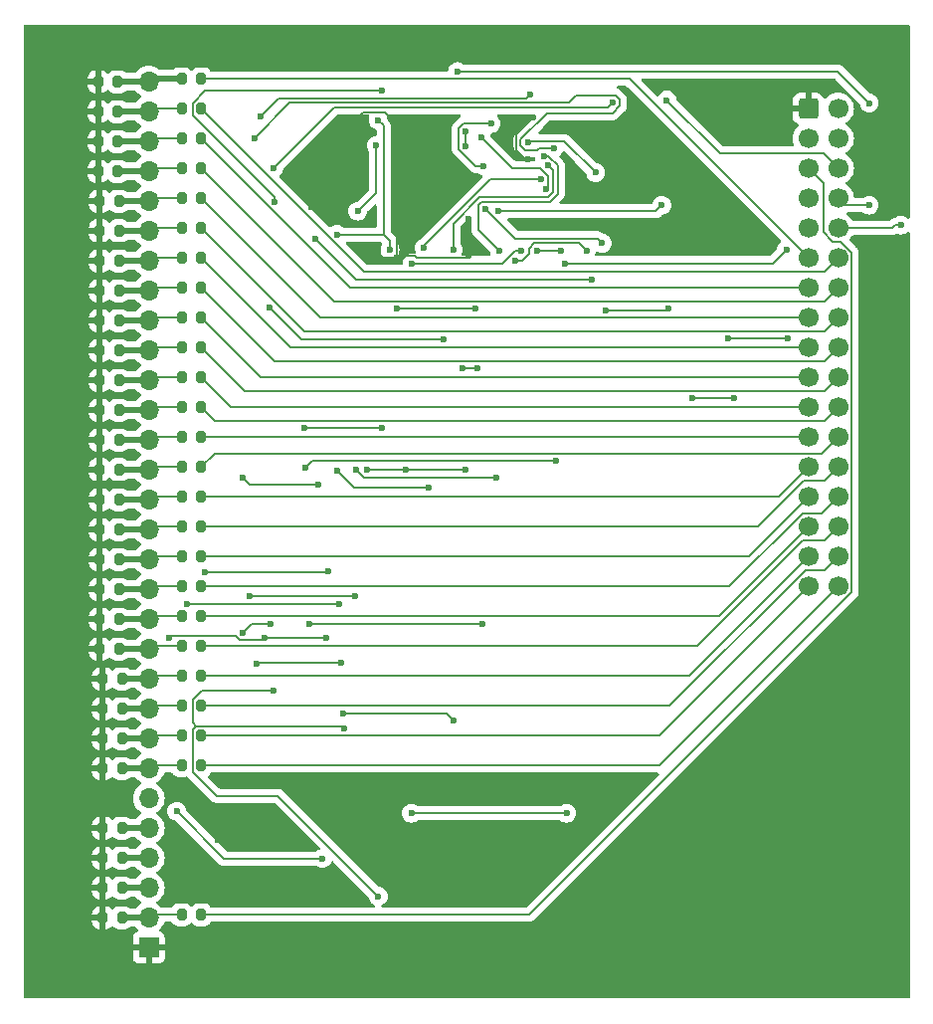
<source format=gbr>
%TF.GenerationSoftware,KiCad,Pcbnew,8.0.6-1.fc41*%
%TF.CreationDate,2024-12-08T17:17:19+02:00*%
%TF.ProjectId,logicanalyzer,6c6f6769-6361-46e6-916c-797a65722e6b,rev?*%
%TF.SameCoordinates,Original*%
%TF.FileFunction,Copper,L2,Bot*%
%TF.FilePolarity,Positive*%
%FSLAX46Y46*%
G04 Gerber Fmt 4.6, Leading zero omitted, Abs format (unit mm)*
G04 Created by KiCad (PCBNEW 8.0.6-1.fc41) date 2024-12-08 17:17:19*
%MOMM*%
%LPD*%
G01*
G04 APERTURE LIST*
G04 Aperture macros list*
%AMRoundRect*
0 Rectangle with rounded corners*
0 $1 Rounding radius*
0 $2 $3 $4 $5 $6 $7 $8 $9 X,Y pos of 4 corners*
0 Add a 4 corners polygon primitive as box body*
4,1,4,$2,$3,$4,$5,$6,$7,$8,$9,$2,$3,0*
0 Add four circle primitives for the rounded corners*
1,1,$1+$1,$2,$3*
1,1,$1+$1,$4,$5*
1,1,$1+$1,$6,$7*
1,1,$1+$1,$8,$9*
0 Add four rect primitives between the rounded corners*
20,1,$1+$1,$2,$3,$4,$5,0*
20,1,$1+$1,$4,$5,$6,$7,0*
20,1,$1+$1,$6,$7,$8,$9,0*
20,1,$1+$1,$8,$9,$2,$3,0*%
G04 Aperture macros list end*
%TA.AperFunction,ComponentPad*%
%ADD10R,1.700000X1.700000*%
%TD*%
%TA.AperFunction,ComponentPad*%
%ADD11O,1.700000X1.700000*%
%TD*%
%TA.AperFunction,ComponentPad*%
%ADD12RoundRect,0.250000X-0.600000X-0.600000X0.600000X-0.600000X0.600000X0.600000X-0.600000X0.600000X0*%
%TD*%
%TA.AperFunction,ComponentPad*%
%ADD13C,1.700000*%
%TD*%
%TA.AperFunction,SMDPad,CuDef*%
%ADD14RoundRect,0.200000X-0.200000X-0.275000X0.200000X-0.275000X0.200000X0.275000X-0.200000X0.275000X0*%
%TD*%
%TA.AperFunction,ViaPad*%
%ADD15C,0.600000*%
%TD*%
%TA.AperFunction,Conductor*%
%ADD16C,0.200000*%
%TD*%
%TA.AperFunction,Conductor*%
%ADD17C,0.500000*%
%TD*%
G04 APERTURE END LIST*
D10*
%TO.P,J2,1,Pin_1*%
%TO.N,GND*%
X55626000Y-127254000D03*
D11*
%TO.P,J2,2,Pin_2*%
%TO.N,Net-(J2-Pin_2)*%
X55626000Y-124714000D03*
%TO.P,J2,3,Pin_3*%
%TO.N,Net-(J2-Pin_3)*%
X55626000Y-122174000D03*
%TO.P,J2,4,Pin_4*%
%TO.N,Net-(J2-Pin_4)*%
X55626000Y-119634000D03*
%TO.P,J2,5,Pin_5*%
%TO.N,Net-(J2-Pin_5)*%
X55626000Y-117094000D03*
%TO.P,J2,6,Pin_6*%
%TO.N,unconnected-(J2-Pin_6-Pad6)*%
X55626000Y-114554000D03*
%TO.P,J2,7,Pin_7*%
%TO.N,Net-(J2-Pin_7)*%
X55626000Y-112014000D03*
%TO.P,J2,8,Pin_8*%
%TO.N,Net-(J2-Pin_8)*%
X55626000Y-109474000D03*
%TO.P,J2,9,Pin_9*%
%TO.N,Net-(J2-Pin_9)*%
X55626000Y-106934000D03*
%TO.P,J2,10,Pin_10*%
%TO.N,Net-(J2-Pin_10)*%
X55626000Y-104394000D03*
%TO.P,J2,11,Pin_11*%
%TO.N,Net-(J2-Pin_11)*%
X55626000Y-101854000D03*
%TO.P,J2,12,Pin_12*%
%TO.N,Net-(J2-Pin_12)*%
X55626000Y-99314000D03*
%TO.P,J2,13,Pin_13*%
%TO.N,Net-(J2-Pin_13)*%
X55626000Y-96774000D03*
%TO.P,J2,14,Pin_14*%
%TO.N,Net-(J2-Pin_14)*%
X55626000Y-94234000D03*
%TO.P,J2,15,Pin_15*%
%TO.N,Net-(J2-Pin_15)*%
X55626000Y-91694000D03*
%TO.P,J2,16,Pin_16*%
%TO.N,Net-(J2-Pin_16)*%
X55626000Y-89154000D03*
%TO.P,J2,17,Pin_17*%
%TO.N,Net-(J2-Pin_17)*%
X55626000Y-86614000D03*
%TO.P,J2,18,Pin_18*%
%TO.N,Net-(J2-Pin_18)*%
X55626000Y-84074000D03*
%TO.P,J2,19,Pin_19*%
%TO.N,Net-(J2-Pin_19)*%
X55626000Y-81534000D03*
%TO.P,J2,20,Pin_20*%
%TO.N,Net-(J2-Pin_20)*%
X55626000Y-78994000D03*
%TO.P,J2,21,Pin_21*%
%TO.N,Net-(J2-Pin_21)*%
X55626000Y-76454000D03*
%TO.P,J2,22,Pin_22*%
%TO.N,Net-(J2-Pin_22)*%
X55626000Y-73914000D03*
%TO.P,J2,23,Pin_23*%
%TO.N,Net-(J2-Pin_23)*%
X55626000Y-71374000D03*
%TO.P,J2,24,Pin_24*%
%TO.N,Net-(J2-Pin_24)*%
X55626000Y-68834000D03*
%TO.P,J2,25,Pin_25*%
%TO.N,Net-(J2-Pin_25)*%
X55626000Y-66294000D03*
%TO.P,J2,26,Pin_26*%
%TO.N,Net-(J2-Pin_26)*%
X55626000Y-63754000D03*
%TO.P,J2,27,Pin_27*%
%TO.N,Net-(J2-Pin_27)*%
X55626000Y-61214000D03*
%TO.P,J2,28,Pin_28*%
%TO.N,Net-(J2-Pin_28)*%
X55626000Y-58674000D03*
%TO.P,J2,29,Pin_29*%
%TO.N,Net-(J2-Pin_29)*%
X55626000Y-56134000D03*
%TO.P,J2,30,Pin_30*%
%TO.N,Net-(J2-Pin_30)*%
X55626000Y-53594000D03*
%TD*%
D12*
%TO.P,J1,1,Pin_1*%
%TO.N,GND*%
X111760000Y-55880000D03*
D13*
%TO.P,J1,2,Pin_2*%
%TO.N,CLK*%
X114300000Y-55880000D03*
%TO.P,J1,3,Pin_3*%
%TO.N,unconnected-(J1-Pin_3-Pad3)*%
X111760000Y-58420000D03*
%TO.P,J1,4,Pin_4*%
%TO.N,+5V*%
X114300000Y-58420000D03*
%TO.P,J1,5,Pin_5*%
%TO.N,Ext_Trig*%
X111760000Y-60960000D03*
%TO.P,J1,6,Pin_6*%
%TO.N,DATA*%
X114300000Y-60960000D03*
%TO.P,J1,7,Pin_7*%
%TO.N,Clock_C*%
X111760000Y-63500000D03*
%TO.P,J1,8,Pin_8*%
%TO.N,Clock_B*%
X114300000Y-63500000D03*
%TO.P,J1,9,Pin_9*%
%TO.N,Clock_A*%
X111760000Y-66040000D03*
%TO.P,J1,10,Pin_10*%
%TO.N,+5V*%
X114300000Y-66040000D03*
%TO.P,J1,11,Pin_11*%
%TO.N,A0*%
X111760000Y-68580000D03*
%TO.P,J1,12,Pin_12*%
%TO.N,A1*%
X114300000Y-68580000D03*
%TO.P,J1,13,Pin_13*%
%TO.N,A2*%
X111760000Y-71120000D03*
%TO.P,J1,14,Pin_14*%
%TO.N,A3*%
X114300000Y-71120000D03*
%TO.P,J1,15,Pin_15*%
%TO.N,A4*%
X111760000Y-73660000D03*
%TO.P,J1,16,Pin_16*%
%TO.N,A5*%
X114300000Y-73660000D03*
%TO.P,J1,17,Pin_17*%
%TO.N,A6*%
X111760000Y-76200000D03*
%TO.P,J1,18,Pin_18*%
%TO.N,A7*%
X114300000Y-76200000D03*
%TO.P,J1,19,Pin_19*%
%TO.N,B0*%
X111760000Y-78740000D03*
%TO.P,J1,20,Pin_20*%
%TO.N,B1*%
X114300000Y-78740000D03*
%TO.P,J1,21,Pin_21*%
%TO.N,B2*%
X111760000Y-81280000D03*
%TO.P,J1,22,Pin_22*%
%TO.N,B3*%
X114300000Y-81280000D03*
%TO.P,J1,23,Pin_23*%
%TO.N,B4*%
X111760000Y-83820000D03*
%TO.P,J1,24,Pin_24*%
%TO.N,B5*%
X114300000Y-83820000D03*
%TO.P,J1,25,Pin_25*%
%TO.N,B6*%
X111760000Y-86360000D03*
%TO.P,J1,26,Pin_26*%
%TO.N,B7*%
X114300000Y-86360000D03*
%TO.P,J1,27,Pin_27*%
%TO.N,C0*%
X111760000Y-88900000D03*
%TO.P,J1,28,Pin_28*%
%TO.N,C1*%
X114300000Y-88900000D03*
%TO.P,J1,29,Pin_29*%
%TO.N,C2*%
X111760000Y-91440000D03*
%TO.P,J1,30,Pin_30*%
%TO.N,C3*%
X114300000Y-91440000D03*
%TO.P,J1,31,Pin_31*%
%TO.N,C4*%
X111760000Y-93980000D03*
%TO.P,J1,32,Pin_32*%
%TO.N,C5*%
X114300000Y-93980000D03*
%TO.P,J1,33,Pin_33*%
%TO.N,C6*%
X111760000Y-96520000D03*
%TO.P,J1,34,Pin_34*%
%TO.N,C7*%
X114300000Y-96520000D03*
%TD*%
D14*
%TO.P,R7,1*%
%TO.N,Net-(J2-Pin_23)*%
X58420000Y-71120000D03*
%TO.P,R7,2*%
%TO.N,A7*%
X60070000Y-71120000D03*
%TD*%
%TO.P,R50,1*%
%TO.N,GND*%
X51690000Y-106934000D03*
%TO.P,R50,2*%
%TO.N,Net-(J2-Pin_9)*%
X53340000Y-106934000D03*
%TD*%
%TO.P,R13,1*%
%TO.N,Net-(J2-Pin_17)*%
X58420000Y-86360000D03*
%TO.P,R13,2*%
%TO.N,B5*%
X60070000Y-86360000D03*
%TD*%
%TO.P,R8,1*%
%TO.N,Net-(J2-Pin_22)*%
X58420000Y-73660000D03*
%TO.P,R8,2*%
%TO.N,B0*%
X60070000Y-73660000D03*
%TD*%
%TO.P,R70,1*%
%TO.N,GND*%
X51308000Y-56134000D03*
%TO.P,R70,2*%
%TO.N,Net-(J2-Pin_29)*%
X52958000Y-56134000D03*
%TD*%
%TO.P,R11,1*%
%TO.N,Net-(J2-Pin_19)*%
X58420000Y-81280000D03*
%TO.P,R11,2*%
%TO.N,B3*%
X60070000Y-81280000D03*
%TD*%
%TO.P,R44,1*%
%TO.N,GND*%
X51690000Y-124714000D03*
%TO.P,R44,2*%
%TO.N,Net-(J2-Pin_2)*%
X53340000Y-124714000D03*
%TD*%
%TO.P,R62,1*%
%TO.N,GND*%
X51436000Y-76454000D03*
%TO.P,R62,2*%
%TO.N,Net-(J2-Pin_21)*%
X53086000Y-76454000D03*
%TD*%
%TO.P,R6,1*%
%TO.N,Net-(J2-Pin_24)*%
X58420000Y-68580000D03*
%TO.P,R6,2*%
%TO.N,A6*%
X60070000Y-68580000D03*
%TD*%
%TO.P,R69,1*%
%TO.N,GND*%
X51308000Y-58674000D03*
%TO.P,R69,2*%
%TO.N,Net-(J2-Pin_28)*%
X52958000Y-58674000D03*
%TD*%
%TO.P,R18,1*%
%TO.N,Net-(J2-Pin_12)*%
X58420000Y-99060000D03*
%TO.P,R18,2*%
%TO.N,C2*%
X60070000Y-99060000D03*
%TD*%
%TO.P,R54,1*%
%TO.N,GND*%
X51436000Y-96774000D03*
%TO.P,R54,2*%
%TO.N,Net-(J2-Pin_13)*%
X53086000Y-96774000D03*
%TD*%
%TO.P,R17,1*%
%TO.N,Net-(J2-Pin_13)*%
X58420000Y-96520000D03*
%TO.P,R17,2*%
%TO.N,C1*%
X60070000Y-96520000D03*
%TD*%
%TO.P,R15,1*%
%TO.N,Net-(J2-Pin_15)*%
X58420000Y-91440000D03*
%TO.P,R15,2*%
%TO.N,B7*%
X60070000Y-91440000D03*
%TD*%
%TO.P,R22,1*%
%TO.N,Net-(J2-Pin_8)*%
X58420000Y-109220000D03*
%TO.P,R22,2*%
%TO.N,C6*%
X60070000Y-109220000D03*
%TD*%
%TO.P,R52,1*%
%TO.N,GND*%
X51436000Y-101854000D03*
%TO.P,R52,2*%
%TO.N,Net-(J2-Pin_11)*%
X53086000Y-101854000D03*
%TD*%
%TO.P,R49,1*%
%TO.N,GND*%
X51690000Y-109474000D03*
%TO.P,R49,2*%
%TO.N,Net-(J2-Pin_8)*%
X53340000Y-109474000D03*
%TD*%
%TO.P,R3,1*%
%TO.N,Net-(J2-Pin_27)*%
X58420000Y-60960000D03*
%TO.P,R3,2*%
%TO.N,A3*%
X60070000Y-60960000D03*
%TD*%
%TO.P,R28,1*%
%TO.N,Net-(J2-Pin_2)*%
X58420000Y-124460000D03*
%TO.P,R28,2*%
%TO.N,Ext_Trig*%
X60070000Y-124460000D03*
%TD*%
%TO.P,R2,1*%
%TO.N,Net-(J2-Pin_28)*%
X58420000Y-58420000D03*
%TO.P,R2,2*%
%TO.N,A2*%
X60070000Y-58420000D03*
%TD*%
%TO.P,R1,1*%
%TO.N,Net-(J2-Pin_29)*%
X58420000Y-55880000D03*
%TO.P,R1,2*%
%TO.N,A1*%
X60070000Y-55880000D03*
%TD*%
%TO.P,R4,1*%
%TO.N,Net-(J2-Pin_26)*%
X58420000Y-63500000D03*
%TO.P,R4,2*%
%TO.N,A4*%
X60070000Y-63500000D03*
%TD*%
%TO.P,R57,1*%
%TO.N,GND*%
X51436000Y-89154000D03*
%TO.P,R57,2*%
%TO.N,Net-(J2-Pin_16)*%
X53086000Y-89154000D03*
%TD*%
%TO.P,R60,1*%
%TO.N,GND*%
X51436000Y-81534000D03*
%TO.P,R60,2*%
%TO.N,Net-(J2-Pin_19)*%
X53086000Y-81534000D03*
%TD*%
%TO.P,R58,1*%
%TO.N,GND*%
X51436000Y-86584000D03*
%TO.P,R58,2*%
%TO.N,Net-(J2-Pin_17)*%
X53086000Y-86584000D03*
%TD*%
%TO.P,R47,1*%
%TO.N,GND*%
X51690000Y-117094000D03*
%TO.P,R47,2*%
%TO.N,Net-(J2-Pin_5)*%
X53340000Y-117094000D03*
%TD*%
%TO.P,R64,1*%
%TO.N,GND*%
X51436000Y-71374000D03*
%TO.P,R64,2*%
%TO.N,Net-(J2-Pin_23)*%
X53086000Y-71374000D03*
%TD*%
%TO.P,R53,1*%
%TO.N,GND*%
X51436000Y-99314000D03*
%TO.P,R53,2*%
%TO.N,Net-(J2-Pin_12)*%
X53086000Y-99314000D03*
%TD*%
%TO.P,R59,1*%
%TO.N,GND*%
X51436000Y-84074000D03*
%TO.P,R59,2*%
%TO.N,Net-(J2-Pin_18)*%
X53086000Y-84074000D03*
%TD*%
%TO.P,R23,1*%
%TO.N,Net-(J2-Pin_7)*%
X58420000Y-111760000D03*
%TO.P,R23,2*%
%TO.N,C7*%
X60070000Y-111760000D03*
%TD*%
%TO.P,R12,1*%
%TO.N,Net-(J2-Pin_18)*%
X58420000Y-83820000D03*
%TO.P,R12,2*%
%TO.N,B4*%
X60070000Y-83820000D03*
%TD*%
%TO.P,R9,1*%
%TO.N,Net-(J2-Pin_21)*%
X58420000Y-76200000D03*
%TO.P,R9,2*%
%TO.N,B1*%
X60070000Y-76200000D03*
%TD*%
%TO.P,R71,1*%
%TO.N,GND*%
X51308000Y-53594000D03*
%TO.P,R71,2*%
%TO.N,Net-(J2-Pin_30)*%
X52958000Y-53594000D03*
%TD*%
%TO.P,R65,1*%
%TO.N,GND*%
X51436000Y-68834000D03*
%TO.P,R65,2*%
%TO.N,Net-(J2-Pin_24)*%
X53086000Y-68834000D03*
%TD*%
%TO.P,R30,1*%
%TO.N,Net-(J2-Pin_30)*%
X58420000Y-53340000D03*
%TO.P,R30,2*%
%TO.N,A0*%
X60070000Y-53340000D03*
%TD*%
%TO.P,R45,1*%
%TO.N,GND*%
X51690000Y-122174000D03*
%TO.P,R45,2*%
%TO.N,Net-(J2-Pin_3)*%
X53340000Y-122174000D03*
%TD*%
%TO.P,R61,1*%
%TO.N,GND*%
X51436000Y-78994000D03*
%TO.P,R61,2*%
%TO.N,Net-(J2-Pin_20)*%
X53086000Y-78994000D03*
%TD*%
%TO.P,R19,1*%
%TO.N,Net-(J2-Pin_11)*%
X58420000Y-101600000D03*
%TO.P,R19,2*%
%TO.N,C3*%
X60070000Y-101600000D03*
%TD*%
%TO.P,R14,1*%
%TO.N,Net-(J2-Pin_16)*%
X58420000Y-88900000D03*
%TO.P,R14,2*%
%TO.N,B6*%
X60070000Y-88900000D03*
%TD*%
%TO.P,R5,1*%
%TO.N,Net-(J2-Pin_25)*%
X58420000Y-66040000D03*
%TO.P,R5,2*%
%TO.N,A5*%
X60070000Y-66040000D03*
%TD*%
%TO.P,R56,1*%
%TO.N,GND*%
X51436000Y-91694000D03*
%TO.P,R56,2*%
%TO.N,Net-(J2-Pin_15)*%
X53086000Y-91694000D03*
%TD*%
%TO.P,R20,1*%
%TO.N,Net-(J2-Pin_10)*%
X58420000Y-104140000D03*
%TO.P,R20,2*%
%TO.N,C4*%
X60070000Y-104140000D03*
%TD*%
%TO.P,R51,1*%
%TO.N,GND*%
X51690000Y-104394000D03*
%TO.P,R51,2*%
%TO.N,Net-(J2-Pin_10)*%
X53340000Y-104394000D03*
%TD*%
%TO.P,R48,1*%
%TO.N,GND*%
X51690000Y-112014000D03*
%TO.P,R48,2*%
%TO.N,Net-(J2-Pin_7)*%
X53340000Y-112014000D03*
%TD*%
%TO.P,R10,1*%
%TO.N,Net-(J2-Pin_20)*%
X58420000Y-78740000D03*
%TO.P,R10,2*%
%TO.N,B2*%
X60070000Y-78740000D03*
%TD*%
%TO.P,R55,1*%
%TO.N,GND*%
X51436000Y-94234000D03*
%TO.P,R55,2*%
%TO.N,Net-(J2-Pin_14)*%
X53086000Y-94234000D03*
%TD*%
%TO.P,R63,1*%
%TO.N,GND*%
X51436000Y-73914000D03*
%TO.P,R63,2*%
%TO.N,Net-(J2-Pin_22)*%
X53086000Y-73914000D03*
%TD*%
%TO.P,R68,1*%
%TO.N,GND*%
X51308000Y-61214000D03*
%TO.P,R68,2*%
%TO.N,Net-(J2-Pin_27)*%
X52958000Y-61214000D03*
%TD*%
%TO.P,R67,1*%
%TO.N,GND*%
X51436000Y-63754000D03*
%TO.P,R67,2*%
%TO.N,Net-(J2-Pin_26)*%
X53086000Y-63754000D03*
%TD*%
%TO.P,R21,1*%
%TO.N,Net-(J2-Pin_9)*%
X58420000Y-106680000D03*
%TO.P,R21,2*%
%TO.N,C5*%
X60070000Y-106680000D03*
%TD*%
%TO.P,R16,1*%
%TO.N,Net-(J2-Pin_14)*%
X58420000Y-93980000D03*
%TO.P,R16,2*%
%TO.N,C0*%
X60070000Y-93980000D03*
%TD*%
%TO.P,R66,1*%
%TO.N,GND*%
X51436000Y-66264000D03*
%TO.P,R66,2*%
%TO.N,Net-(J2-Pin_25)*%
X53086000Y-66264000D03*
%TD*%
%TO.P,R46,1*%
%TO.N,GND*%
X51690000Y-119634000D03*
%TO.P,R46,2*%
%TO.N,Net-(J2-Pin_4)*%
X53340000Y-119634000D03*
%TD*%
D15*
%TO.N,GND*%
X61468000Y-121666000D03*
X61468000Y-115570000D03*
X101854000Y-80518000D03*
X98298000Y-57658000D03*
X76454000Y-50292000D03*
X76708000Y-68580000D03*
X82804000Y-68434700D03*
X88342285Y-56592285D03*
X94488000Y-73060000D03*
X68834000Y-83058000D03*
X74168000Y-68580000D03*
X99314000Y-65786000D03*
X76474265Y-52344265D03*
X82296000Y-77978000D03*
X99822000Y-72870000D03*
X87884000Y-60198000D03*
X76708000Y-72898000D03*
X74172415Y-86609585D03*
X83463500Y-72898000D03*
X87630000Y-65786000D03*
X109982000Y-75438000D03*
X77470000Y-86609585D03*
X82550000Y-86614000D03*
X69419500Y-64262000D03*
X61468000Y-118110000D03*
X105410000Y-80518000D03*
X89408000Y-57658000D03*
X90932000Y-65532000D03*
X104902000Y-75438000D03*
X68580000Y-113792000D03*
X83598500Y-77978000D03*
X75438000Y-83058000D03*
X118872000Y-58166000D03*
X82804000Y-65278000D03*
X71120000Y-113030000D03*
%TO.N,Clock_B*%
X116949000Y-64093400D03*
%TO.N,Clock_A*%
X109888000Y-67853700D03*
X91033600Y-69034700D03*
%TO.N,DATA*%
X99727300Y-55144400D03*
%TO.N,Net-(U2-RCLK)*%
X85389400Y-64598200D03*
X99281400Y-64093400D03*
%TO.N,SMPL_B_is_B*%
X78049600Y-69034700D03*
X87356600Y-67972400D03*
%TO.N,Inv_A_Input*%
X66255600Y-60922200D03*
X95115300Y-55379300D03*
%TO.N,Inv_C_Input*%
X88688100Y-67929000D03*
X90731000Y-67929800D03*
%TO.N,Inv_B_Input*%
X58003200Y-115653000D03*
X70387300Y-119692000D03*
X65108000Y-56565700D03*
X88077700Y-54660500D03*
%TO.N,SMPL_A_is_B*%
X89300700Y-59885000D03*
X85453100Y-67951700D03*
%TO.N,SMPL_A_is_C*%
X71789400Y-97998200D03*
X90096200Y-59230600D03*
X64593100Y-58415400D03*
X58858300Y-97998200D03*
%TO.N,SMPL_B_is_C*%
X89009100Y-61843800D03*
X79054300Y-67740100D03*
%TO.N,Net-(U2-QH')*%
X93662800Y-61314900D03*
X87888700Y-58771100D03*
%TO.N,SMPL_A_is_A+C*%
X73209000Y-97347000D03*
X64194600Y-97339900D03*
X89605900Y-60722200D03*
X80728000Y-75505000D03*
X81530400Y-67858600D03*
X65937000Y-72797500D03*
%TO.N,Inv_A_Output*%
X89410900Y-62711700D03*
X83928800Y-58298800D03*
%TO.N,Inv_B_Output*%
X82617500Y-57785000D03*
X82617500Y-59055000D03*
X81893900Y-52729900D03*
X116951000Y-55401500D03*
%TO.N,Inv_C_Output*%
X84297400Y-64392800D03*
X94217400Y-67318600D03*
%TO.N,A*%
X64764200Y-103090000D03*
X65971000Y-99734800D03*
X71985400Y-103018000D03*
X63594500Y-100485000D03*
%TO.N,C*%
X66207300Y-105412000D03*
X75156400Y-122892000D03*
X72263700Y-108583000D03*
X70087300Y-87869900D03*
X63592900Y-87271800D03*
%TO.N,B*%
X65482600Y-100906000D03*
X70710800Y-100905000D03*
X57374600Y-100905000D03*
%TO.N,A+B+C*%
X72197700Y-107302000D03*
X73416000Y-64590400D03*
X73282700Y-86568400D03*
X74977300Y-59023200D03*
X85194000Y-87273400D03*
X81554300Y-107891000D03*
%TO.N,B+C*%
X71639800Y-86705900D03*
X71640500Y-66587400D03*
X79491300Y-88126800D03*
X76149700Y-67858600D03*
X75143100Y-56862700D03*
%TO.N,A+C*%
X60426700Y-95323700D03*
X75473500Y-54377000D03*
X66341400Y-63800900D03*
X70912200Y-95264100D03*
%TO.N,Net-(U5-Q)*%
X93331500Y-70425000D03*
X69823300Y-66961600D03*
%TO.N,Net-(U8-Q)*%
X68965600Y-86432800D03*
X90269800Y-85852600D03*
%TO.N,+5V*%
X91186000Y-115824000D03*
X84741600Y-57150400D03*
X119634000Y-65786000D03*
X84129800Y-60745600D03*
X77978000Y-115824000D03*
%TO.N,Net-(U9-Q)*%
X86792300Y-68837300D03*
X69307900Y-99697700D03*
X84058800Y-99734800D03*
X92878200Y-67929000D03*
%TD*%
D16*
%TO.N,GND*%
X75740200Y-56182200D02*
X76749700Y-57191700D01*
X78443429Y-68580000D02*
X78298129Y-68434700D01*
X68580000Y-113792000D02*
X70358000Y-113792000D01*
X88342285Y-56592285D02*
X86879100Y-58055470D01*
X69419500Y-60628500D02*
X73865800Y-56182200D01*
X86879100Y-59447100D02*
X87630000Y-60198000D01*
X78298129Y-68434700D02*
X76853300Y-68434700D01*
X87630000Y-65786000D02*
X90678000Y-65786000D01*
X69419500Y-64262000D02*
X69419500Y-60628500D01*
X97536000Y-58420000D02*
X98298000Y-57658000D01*
X86879100Y-58055470D02*
X86879100Y-59447100D01*
X96266000Y-58420000D02*
X97536000Y-58420000D01*
X90678000Y-65786000D02*
X90932000Y-65532000D01*
X91186000Y-65786000D02*
X90932000Y-65532000D01*
X76474265Y-50312265D02*
X76454000Y-50292000D01*
X76474265Y-52344265D02*
X76474265Y-50312265D01*
X99314000Y-65786000D02*
X91186000Y-65786000D01*
X83463500Y-72898000D02*
X76708000Y-72898000D01*
X70358000Y-113792000D02*
X71120000Y-113030000D01*
X76853300Y-68434700D02*
X76708000Y-68580000D01*
X76749700Y-57191700D02*
X76749700Y-68538300D01*
X74172415Y-86609585D02*
X77470000Y-86609585D01*
X73865800Y-56182200D02*
X75740200Y-56182200D01*
X95504000Y-57658000D02*
X96266000Y-58420000D01*
X74168000Y-68580000D02*
X76708000Y-68580000D01*
X61468000Y-118110000D02*
X61468000Y-115570000D01*
X76749700Y-68538300D02*
X76708000Y-68580000D01*
X82804000Y-68434700D02*
X82804000Y-65278000D01*
X87630000Y-60198000D02*
X87884000Y-60198000D01*
X82545585Y-86609585D02*
X82550000Y-86614000D01*
X99632000Y-73060000D02*
X99822000Y-72870000D01*
X83598500Y-77978000D02*
X82296000Y-77978000D01*
X82658700Y-68580000D02*
X78443429Y-68580000D01*
X94488000Y-73060000D02*
X99632000Y-73060000D01*
X101854000Y-80518000D02*
X105410000Y-80518000D01*
X68834000Y-83058000D02*
X75438000Y-83058000D01*
X77470000Y-86609585D02*
X82545585Y-86609585D01*
X82804000Y-68434700D02*
X82658700Y-68580000D01*
X89408000Y-57658000D02*
X95504000Y-57658000D01*
X104902000Y-75438000D02*
X109982000Y-75438000D01*
%TO.N,B2*%
X62610000Y-81280000D02*
X111760000Y-81280000D01*
X60070000Y-78740000D02*
X62610000Y-81280000D01*
%TO.N,C3*%
X113150000Y-92590000D02*
X114300000Y-91440000D01*
X102274000Y-101600000D02*
X111284000Y-92590000D01*
X111284000Y-92590000D02*
X113150000Y-92590000D01*
X60070000Y-101600000D02*
X102274000Y-101600000D01*
%TO.N,Clock_B*%
X116949000Y-64093400D02*
X114893000Y-64093400D01*
X114893000Y-64093400D02*
X114300000Y-63500000D01*
%TO.N,C6*%
X60070000Y-109220000D02*
X99060000Y-109220000D01*
X99060000Y-109220000D02*
X111760000Y-96520000D01*
%TO.N,A5*%
X60070000Y-66040000D02*
X68840000Y-74810000D01*
X68840000Y-74810000D02*
X113150000Y-74810000D01*
X113150000Y-74810000D02*
X114300000Y-73660000D01*
%TO.N,B0*%
X60070000Y-73660000D02*
X65150000Y-78740000D01*
X65150000Y-78740000D02*
X111760000Y-78740000D01*
%TO.N,B4*%
X60070000Y-83820000D02*
X111760000Y-83820000D01*
%TO.N,A2*%
X60070000Y-58420000D02*
X72770000Y-71120000D01*
X72770000Y-71120000D02*
X111760000Y-71120000D01*
%TO.N,Ext_Trig*%
X114536000Y-67190000D02*
X113824000Y-67190000D01*
X115450000Y-68103700D02*
X114536000Y-67190000D01*
X60070000Y-124460000D02*
X87986300Y-124460000D01*
X87986300Y-124460000D02*
X115450000Y-96996300D01*
X113030000Y-62230000D02*
X111760000Y-60960000D01*
X115450000Y-96996300D02*
X115450000Y-68103700D01*
X113824000Y-67190000D02*
X113030000Y-66396300D01*
X113030000Y-66396300D02*
X113030000Y-62230000D01*
%TO.N,A6*%
X67690000Y-76200000D02*
X111760000Y-76200000D01*
X60070000Y-68580000D02*
X67690000Y-76200000D01*
%TO.N,Clock_A*%
X108707000Y-69034700D02*
X91033600Y-69034700D01*
X109888000Y-67853700D02*
X108707000Y-69034700D01*
%TO.N,A1*%
X60070000Y-55880000D02*
X73920000Y-69730000D01*
X113150000Y-69730000D02*
X114300000Y-68580000D01*
X73920000Y-69730000D02*
X113150000Y-69730000D01*
%TO.N,B7*%
X113150000Y-87510000D02*
X114300000Y-86360000D01*
X111372000Y-87510000D02*
X113150000Y-87510000D01*
X60070000Y-91440000D02*
X107442000Y-91440000D01*
X107442000Y-91440000D02*
X111372000Y-87510000D01*
%TO.N,C2*%
X104140000Y-99060000D02*
X111760000Y-91440000D01*
X60070000Y-99060000D02*
X104140000Y-99060000D01*
%TO.N,C5*%
X113150000Y-95130000D02*
X114300000Y-93980000D01*
X111524000Y-95130000D02*
X113150000Y-95130000D01*
X60070000Y-106680000D02*
X99973700Y-106680000D01*
X99973700Y-106680000D02*
X111524000Y-95130000D01*
%TO.N,B1*%
X63760000Y-79890000D02*
X113150000Y-79890000D01*
X113150000Y-79890000D02*
X114300000Y-78740000D01*
X60070000Y-76200000D02*
X63760000Y-79890000D01*
%TO.N,DATA*%
X114300000Y-60960000D02*
X113030000Y-59690000D01*
X104273000Y-59690000D02*
X99727300Y-55144400D01*
X113030000Y-59690000D02*
X104273000Y-59690000D01*
%TO.N,C7*%
X60070000Y-111760000D02*
X99060000Y-111760000D01*
X99060000Y-111760000D02*
X114300000Y-96520000D01*
%TO.N,A4*%
X70230000Y-73660000D02*
X111760000Y-73660000D01*
X60070000Y-63500000D02*
X70230000Y-73660000D01*
%TO.N,C1*%
X105054000Y-96520000D02*
X60070000Y-96520000D01*
X111284000Y-90290000D02*
X112910000Y-90290000D01*
X112910000Y-90290000D02*
X114300000Y-88900000D01*
X105054000Y-96520000D02*
X111284000Y-90290000D01*
%TO.N,B5*%
X60070000Y-86360000D02*
X61220000Y-85210000D01*
X112910000Y-85210000D02*
X114300000Y-83820000D01*
X61220000Y-85210000D02*
X112910000Y-85210000D01*
%TO.N,B3*%
X113150000Y-82430000D02*
X114300000Y-81280000D01*
X61220000Y-82430000D02*
X113150000Y-82430000D01*
X60070000Y-81280000D02*
X61220000Y-82430000D01*
%TO.N,A3*%
X71380000Y-72270000D02*
X113150000Y-72270000D01*
X60070000Y-60960000D02*
X71380000Y-72270000D01*
X113150000Y-72270000D02*
X114300000Y-71120000D01*
%TO.N,A7*%
X66300000Y-77350000D02*
X113150000Y-77350000D01*
X60070000Y-71120000D02*
X66300000Y-77350000D01*
X113150000Y-77350000D02*
X114300000Y-76200000D01*
%TO.N,C0*%
X60070000Y-93980000D02*
X106680000Y-93980000D01*
X106680000Y-93980000D02*
X111760000Y-88900000D01*
%TO.N,C4*%
X101600000Y-104140000D02*
X111760000Y-93980000D01*
X60070000Y-104140000D02*
X101600000Y-104140000D01*
%TO.N,A0*%
X60070000Y-53340000D02*
X96520000Y-53340000D01*
X96520000Y-53340000D02*
X111760000Y-68580000D01*
%TO.N,B6*%
X60070000Y-88900000D02*
X109220000Y-88900000D01*
X109220000Y-88900000D02*
X111760000Y-86360000D01*
%TO.N,Net-(J2-Pin_27)*%
X55880000Y-60960000D02*
X58420000Y-60960000D01*
D17*
X55626000Y-61214000D02*
X52958000Y-61214000D01*
D16*
%TO.N,Net-(J2-Pin_2)*%
X55880000Y-124460000D02*
X58420000Y-124460000D01*
D17*
X55626000Y-124714000D02*
X53340000Y-124714000D01*
%TO.N,Net-(J2-Pin_14)*%
X55626000Y-94234000D02*
X53086000Y-94234000D01*
D16*
X55880000Y-93980000D02*
X58420000Y-93980000D01*
%TO.N,Net-(J2-Pin_9)*%
X55880000Y-106680000D02*
X58420000Y-106680000D01*
D17*
X55626000Y-106934000D02*
X53340000Y-106934000D01*
D16*
%TO.N,Net-(J2-Pin_12)*%
X55880000Y-99060000D02*
X58420000Y-99060000D01*
D17*
X55626000Y-99314000D02*
X53086000Y-99314000D01*
%TO.N,Net-(J2-Pin_18)*%
X55626000Y-84074000D02*
X53086000Y-84074000D01*
D16*
X55880000Y-83820000D02*
X58420000Y-83820000D01*
D17*
%TO.N,Net-(J2-Pin_5)*%
X55626000Y-117094000D02*
X53340000Y-117094000D01*
D16*
%TO.N,Net-(J2-Pin_7)*%
X55880000Y-111760000D02*
X58420000Y-111760000D01*
D17*
X55626000Y-112014000D02*
X53340000Y-112014000D01*
%TO.N,Net-(J2-Pin_17)*%
X53116000Y-86614000D02*
X53086000Y-86584000D01*
X55626000Y-86614000D02*
X53116000Y-86614000D01*
D16*
X55880000Y-86360000D02*
X58420000Y-86360000D01*
D17*
%TO.N,Net-(J2-Pin_3)*%
X55626000Y-122174000D02*
X53340000Y-122174000D01*
D16*
%TO.N,Net-(J2-Pin_28)*%
X55880000Y-58420000D02*
X58420000Y-58420000D01*
D17*
X55626000Y-58674000D02*
X52958000Y-58674000D01*
%TO.N,Net-(J2-Pin_20)*%
X55626000Y-78994000D02*
X53086000Y-78994000D01*
D16*
X55880000Y-78740000D02*
X58420000Y-78740000D01*
%TO.N,Net-(J2-Pin_21)*%
X55880000Y-76200000D02*
X58420000Y-76200000D01*
D17*
X55626000Y-76454000D02*
X53086000Y-76454000D01*
%TO.N,Net-(J2-Pin_4)*%
X55626000Y-119634000D02*
X53340000Y-119634000D01*
%TO.N,Net-(J2-Pin_10)*%
X55626000Y-104394000D02*
X53340000Y-104394000D01*
D16*
X55880000Y-104140000D02*
X58420000Y-104140000D01*
%TO.N,Net-(J2-Pin_16)*%
X55880000Y-88900000D02*
X58420000Y-88900000D01*
D17*
X55626000Y-89154000D02*
X53086000Y-89154000D01*
D16*
%TO.N,Net-(J2-Pin_15)*%
X55880000Y-91440000D02*
X58420000Y-91440000D01*
D17*
X55626000Y-91694000D02*
X53086000Y-91694000D01*
D16*
%TO.N,Net-(J2-Pin_26)*%
X58420000Y-63500000D02*
X55880000Y-63500000D01*
D17*
X55626000Y-63754000D02*
X53086000Y-63754000D01*
D16*
%TO.N,Net-(J2-Pin_11)*%
X55880000Y-101600000D02*
X58420000Y-101600000D01*
D17*
X55626000Y-101854000D02*
X53086000Y-101854000D01*
D16*
%TO.N,Net-(J2-Pin_13)*%
X55880000Y-96520000D02*
X58420000Y-96520000D01*
D17*
X55626000Y-96774000D02*
X53086000Y-96774000D01*
%TO.N,Net-(J2-Pin_22)*%
X55626000Y-73914000D02*
X53086000Y-73914000D01*
D16*
X55880000Y-73660000D02*
X58420000Y-73660000D01*
D17*
%TO.N,Net-(J2-Pin_24)*%
X55626000Y-68834000D02*
X53086000Y-68834000D01*
D16*
X55880000Y-68580000D02*
X58420000Y-68580000D01*
D17*
%TO.N,Net-(J2-Pin_8)*%
X55626000Y-109474000D02*
X53340000Y-109474000D01*
D16*
X55880000Y-109220000D02*
X58420000Y-109220000D01*
%TO.N,Net-(J2-Pin_23)*%
X55880000Y-71120000D02*
X58420000Y-71120000D01*
D17*
X55626000Y-71374000D02*
X53086000Y-71374000D01*
%TO.N,Net-(J2-Pin_29)*%
X55626000Y-56134000D02*
X52958000Y-56134000D01*
D16*
X55880000Y-55880000D02*
X58420000Y-55880000D01*
%TO.N,Net-(J2-Pin_19)*%
X55880000Y-81280000D02*
X58420000Y-81280000D01*
D17*
X55626000Y-81534000D02*
X53086000Y-81534000D01*
D16*
%TO.N,Net-(U2-RCLK)*%
X98776600Y-64598200D02*
X99281400Y-64093400D01*
X85389400Y-64598200D02*
X98776600Y-64598200D01*
%TO.N,SMPL_B_is_B*%
X85744200Y-69034600D02*
X86806400Y-67972400D01*
X85744200Y-69034700D02*
X85744200Y-69034600D01*
X86806400Y-67972400D02*
X87356600Y-67972400D01*
X78049600Y-69034700D02*
X85744200Y-69034700D01*
%TO.N,Inv_A_Input*%
X66255600Y-60922200D02*
X71395600Y-55782200D01*
X94712400Y-55782200D02*
X95115300Y-55379300D01*
X71395600Y-55782200D02*
X94712400Y-55782200D01*
%TO.N,Inv_C_Input*%
X88688100Y-67929000D02*
X90730200Y-67929000D01*
X90730200Y-67929000D02*
X90731000Y-67929800D01*
%TO.N,Inv_B_Input*%
X87759400Y-54978800D02*
X66694900Y-54978800D01*
X88077700Y-54660500D02*
X87759400Y-54978800D01*
X66694900Y-54978800D02*
X65108000Y-56565700D01*
X58003200Y-115653000D02*
X62043000Y-119692000D01*
X62043000Y-119692000D02*
X70387300Y-119692000D01*
%TO.N,SMPL_A_is_B*%
X90430100Y-63117000D02*
X90430100Y-60695500D01*
X83962100Y-63791000D02*
X89756100Y-63791000D01*
X83691600Y-64061500D02*
X83962100Y-63791000D01*
X89619600Y-59885000D02*
X89300700Y-59885000D01*
X90430100Y-60695500D02*
X89619600Y-59885000D01*
X85453100Y-67951700D02*
X83691600Y-66190200D01*
X89756100Y-63791000D02*
X90430100Y-63117000D01*
X83691600Y-66190200D02*
X83691600Y-64061500D01*
%TO.N,SMPL_A_is_C*%
X88665900Y-59411600D02*
X87653500Y-59411600D01*
X95366100Y-54767500D02*
X92003100Y-54767500D01*
X95718400Y-55119800D02*
X95366100Y-54767500D01*
X90096200Y-59230600D02*
X88846900Y-59230600D01*
X87279100Y-58504000D02*
X89520600Y-56262500D01*
X67628000Y-55380500D02*
X64593100Y-58415400D01*
X95083300Y-56262500D02*
X95718400Y-55627400D01*
X88846900Y-59230600D02*
X88665900Y-59411600D01*
X58858300Y-97998200D02*
X71789400Y-97998200D01*
X87653500Y-59411600D02*
X87279100Y-59037200D01*
X95718400Y-55627400D02*
X95718400Y-55119800D01*
X91390100Y-55380500D02*
X67628000Y-55380500D01*
X89520600Y-56262500D02*
X95083300Y-56262500D01*
X87279100Y-59037200D02*
X87279100Y-58504000D01*
X92003100Y-54767500D02*
X91390100Y-55380500D01*
%TO.N,SMPL_B_is_C*%
X89009100Y-61843800D02*
X84737600Y-61843800D01*
X84737600Y-61843800D02*
X79054300Y-67527100D01*
X79054300Y-67527100D02*
X79054300Y-67740100D01*
%TO.N,Net-(U2-QH')*%
X90976800Y-58628900D02*
X88030900Y-58628900D01*
X88030900Y-58628900D02*
X87888700Y-58771100D01*
X93662800Y-61314900D02*
X90976800Y-58628900D01*
%TO.N,SMPL_A_is_A+C*%
X73209000Y-97347000D02*
X64201700Y-97347000D01*
X80728000Y-75505000D02*
X68644500Y-75505000D01*
X83794300Y-63389300D02*
X81530400Y-65653200D01*
X64201700Y-97347000D02*
X64194600Y-97339900D01*
X89589800Y-63389300D02*
X83794300Y-63389300D01*
X81530400Y-65653200D02*
X81530400Y-67858600D01*
X90028400Y-62950700D02*
X89589800Y-63389300D01*
X90028400Y-61144700D02*
X90028400Y-62950700D01*
X89605900Y-60722200D02*
X90028400Y-61144700D01*
X68644500Y-75505000D02*
X65937000Y-72797500D01*
%TO.N,Inv_A_Output*%
X86547600Y-60917600D02*
X88950500Y-60917600D01*
X88950500Y-60917600D02*
X89610800Y-61577900D01*
X89610800Y-62511800D02*
X89410900Y-62711700D01*
X89610800Y-61577900D02*
X89610800Y-62511800D01*
X83928800Y-58298800D02*
X86547600Y-60917600D01*
%TO.N,Inv_B_Output*%
X82617500Y-59055000D02*
X82617500Y-57785000D01*
X114279000Y-52729900D02*
X116951000Y-55401500D01*
X81893900Y-52729900D02*
X114279000Y-52729900D01*
%TO.N,Inv_C_Output*%
X86821500Y-66916900D02*
X84297400Y-64392800D01*
X93815700Y-66916900D02*
X86821500Y-66916900D01*
X94217400Y-67318600D02*
X93815700Y-66916900D01*
%TO.N,A*%
X71985400Y-103018000D02*
X64836200Y-103018000D01*
X64345100Y-99734800D02*
X65971000Y-99734800D01*
X63594500Y-100485000D02*
X64345100Y-99734800D01*
X64836200Y-103018000D02*
X64764200Y-103090000D01*
%TO.N,C*%
X60117600Y-105412000D02*
X59355000Y-106175000D01*
X70087300Y-87869900D02*
X64191000Y-87869900D01*
X59360700Y-108720000D02*
X59360700Y-112299000D01*
X61396700Y-114335000D02*
X66599400Y-114335000D01*
X66207300Y-105412000D02*
X60117600Y-105412000D01*
X64191000Y-87869900D02*
X63592900Y-87271800D01*
X72105500Y-108424000D02*
X72263700Y-108583000D01*
X59355000Y-106175000D02*
X59355000Y-108124000D01*
X59655800Y-108424000D02*
X59360700Y-108720000D01*
X59655800Y-108424000D02*
X72105500Y-108424000D01*
X66599400Y-114335000D02*
X75156400Y-122892000D01*
X59355000Y-108124000D02*
X59655800Y-108424000D01*
X59360700Y-112299000D02*
X61396700Y-114335000D01*
%TO.N,B*%
X63019400Y-100761000D02*
X63345400Y-101087000D01*
X57374600Y-100905000D02*
X57518300Y-100761000D01*
X70710800Y-100905000D02*
X65484200Y-100905000D01*
X57518300Y-100761000D02*
X63019400Y-100761000D01*
X63345400Y-101087000D02*
X65301900Y-101087000D01*
X65484200Y-100905000D02*
X65482600Y-100906000D01*
X65301900Y-101087000D02*
X65482600Y-100906000D01*
%TO.N,A+B+C*%
X81554300Y-107891000D02*
X80965400Y-107302000D01*
X80965400Y-107302000D02*
X72197700Y-107302000D01*
X73987700Y-87273400D02*
X85194000Y-87273400D01*
X74977300Y-63029100D02*
X73416000Y-64590400D01*
X74977300Y-59023200D02*
X74977300Y-63029100D01*
X73282700Y-86568400D02*
X73987700Y-87273400D01*
%TO.N,B+C*%
X71640500Y-66587400D02*
X75621800Y-66587400D01*
X75621800Y-66587400D02*
X76149700Y-67115300D01*
X79491300Y-88126800D02*
X73060700Y-88126800D01*
X76149700Y-67115300D02*
X76149700Y-67858600D01*
X73060700Y-88126800D02*
X71639800Y-86705900D01*
X75621800Y-66587400D02*
X75621800Y-57341400D01*
X75621800Y-57341400D02*
X75143100Y-56862700D01*
%TO.N,A+C*%
X60387000Y-54377000D02*
X59367200Y-55396800D01*
X60426700Y-95323700D02*
X70852600Y-95323700D01*
X70852600Y-95323700D02*
X70912200Y-95264100D01*
X66341400Y-63409000D02*
X66341400Y-63800900D01*
X75473500Y-54377000D02*
X60387000Y-54377000D01*
X59367200Y-56434800D02*
X66341400Y-63409000D01*
X59367200Y-55396800D02*
X59367200Y-56434800D01*
%TO.N,Net-(U5-Q)*%
X93331500Y-70425000D02*
X73286700Y-70425000D01*
X73286700Y-70425000D02*
X69823300Y-66961600D01*
%TO.N,Net-(U8-Q)*%
X90269800Y-85852700D02*
X90269800Y-85852600D01*
X69545700Y-85852700D02*
X90269800Y-85852700D01*
X68965600Y-86432800D02*
X69545700Y-85852700D01*
%TO.N,+5V*%
X77978000Y-115824000D02*
X91186000Y-115824000D01*
X82015800Y-59324800D02*
X82015800Y-57529500D01*
X82394900Y-57150400D02*
X84741600Y-57150400D01*
X84129800Y-60745600D02*
X83436600Y-60745600D01*
X119126000Y-65786000D02*
X118872000Y-66040000D01*
X119634000Y-65786000D02*
X119126000Y-65786000D01*
X83436600Y-60745600D02*
X82015800Y-59324800D01*
X82015800Y-57529500D02*
X82394900Y-57150400D01*
X118872000Y-66040000D02*
X114300000Y-66040000D01*
D17*
%TO.N,Net-(J2-Pin_30)*%
X55626000Y-53594000D02*
X52958000Y-53594000D01*
X55880000Y-53340000D02*
X58420000Y-53340000D01*
%TO.N,Net-(J2-Pin_25)*%
X55626000Y-66294000D02*
X53116000Y-66294000D01*
D16*
X55880000Y-66040000D02*
X58420000Y-66040000D01*
D17*
X53116000Y-66294000D02*
X53086000Y-66264000D01*
D16*
%TO.N,Net-(U9-Q)*%
X92267800Y-67318600D02*
X92878200Y-67929000D01*
X87377800Y-68837300D02*
X87974700Y-68240400D01*
X87974700Y-67779400D02*
X88435500Y-67318600D01*
X84058800Y-99734800D02*
X69345000Y-99734800D01*
X87974700Y-68240400D02*
X87974700Y-67779400D01*
X86792300Y-68837300D02*
X87377800Y-68837300D01*
X69345000Y-99734800D02*
X69307900Y-99697700D01*
X88435500Y-67318600D02*
X92267800Y-67318600D01*
%TD*%
%TA.AperFunction,Conductor*%
%TO.N,GND*%
G36*
X120346539Y-48780185D02*
G01*
X120392294Y-48832989D01*
X120403500Y-48884500D01*
X120403500Y-65124060D01*
X120383815Y-65191099D01*
X120331011Y-65236854D01*
X120261853Y-65246798D01*
X120198297Y-65217773D01*
X120191819Y-65211741D01*
X120136262Y-65156184D01*
X119983523Y-65060211D01*
X119813254Y-65000631D01*
X119813249Y-65000630D01*
X119634004Y-64980435D01*
X119633996Y-64980435D01*
X119454750Y-65000630D01*
X119454745Y-65000631D01*
X119284476Y-65060211D01*
X119131736Y-65156185D01*
X119128903Y-65158445D01*
X119126724Y-65159334D01*
X119125842Y-65159889D01*
X119125744Y-65159734D01*
X119064217Y-65184855D01*
X119051588Y-65185500D01*
X119046942Y-65185500D01*
X118894215Y-65226423D01*
X118894214Y-65226423D01*
X118894212Y-65226424D01*
X118894209Y-65226425D01*
X118859066Y-65246716D01*
X118859064Y-65246717D01*
X118757290Y-65305475D01*
X118757282Y-65305481D01*
X118659583Y-65403181D01*
X118598260Y-65436666D01*
X118571902Y-65439500D01*
X115589091Y-65439500D01*
X115522052Y-65419815D01*
X115476711Y-65367909D01*
X115474037Y-65362175D01*
X115474034Y-65362170D01*
X115474033Y-65362169D01*
X115393193Y-65246716D01*
X115338494Y-65168597D01*
X115171402Y-65001506D01*
X115171401Y-65001505D01*
X115054249Y-64919474D01*
X115010626Y-64864898D01*
X115003433Y-64795399D01*
X115034955Y-64733045D01*
X115095185Y-64697631D01*
X115125374Y-64693900D01*
X116366588Y-64693900D01*
X116433627Y-64713585D01*
X116443903Y-64720955D01*
X116446736Y-64723214D01*
X116446738Y-64723216D01*
X116599478Y-64819189D01*
X116730107Y-64864898D01*
X116769745Y-64878768D01*
X116769750Y-64878769D01*
X116948996Y-64898965D01*
X116949000Y-64898965D01*
X116949004Y-64898965D01*
X117128249Y-64878769D01*
X117128252Y-64878768D01*
X117128255Y-64878768D01*
X117298522Y-64819189D01*
X117451262Y-64723216D01*
X117578816Y-64595662D01*
X117674789Y-64442922D01*
X117734368Y-64272655D01*
X117734369Y-64272649D01*
X117754565Y-64093403D01*
X117754565Y-64093396D01*
X117734369Y-63914150D01*
X117734368Y-63914145D01*
X117706441Y-63834335D01*
X117674789Y-63743878D01*
X117578816Y-63591138D01*
X117451262Y-63463584D01*
X117298523Y-63367611D01*
X117128254Y-63308031D01*
X117128249Y-63308030D01*
X116949004Y-63287835D01*
X116948996Y-63287835D01*
X116769750Y-63308030D01*
X116769745Y-63308031D01*
X116599476Y-63367611D01*
X116446736Y-63463585D01*
X116443903Y-63465845D01*
X116441724Y-63466734D01*
X116440842Y-63467289D01*
X116440744Y-63467134D01*
X116379217Y-63492255D01*
X116366588Y-63492900D01*
X115768663Y-63492900D01*
X115701624Y-63473215D01*
X115655869Y-63420411D01*
X115645135Y-63379708D01*
X115638864Y-63308032D01*
X115635063Y-63264592D01*
X115588626Y-63091285D01*
X115573905Y-63036344D01*
X115573904Y-63036343D01*
X115573903Y-63036337D01*
X115474035Y-62822171D01*
X115470193Y-62816683D01*
X115338494Y-62628597D01*
X115171402Y-62461506D01*
X115171396Y-62461501D01*
X114985842Y-62331575D01*
X114942217Y-62276998D01*
X114935023Y-62207500D01*
X114966546Y-62145145D01*
X114985842Y-62128425D01*
X115105743Y-62044469D01*
X115171401Y-61998495D01*
X115338495Y-61831401D01*
X115474035Y-61637830D01*
X115573903Y-61423663D01*
X115635063Y-61195408D01*
X115655659Y-60960000D01*
X115635063Y-60724592D01*
X115584576Y-60536171D01*
X115573905Y-60496344D01*
X115573904Y-60496343D01*
X115573903Y-60496337D01*
X115474035Y-60282171D01*
X115458625Y-60260162D01*
X115338494Y-60088597D01*
X115171402Y-59921506D01*
X115171396Y-59921501D01*
X114985842Y-59791575D01*
X114942217Y-59736998D01*
X114935023Y-59667500D01*
X114966546Y-59605145D01*
X114985842Y-59588425D01*
X115070091Y-59529433D01*
X115171401Y-59458495D01*
X115338495Y-59291401D01*
X115474035Y-59097830D01*
X115573903Y-58883663D01*
X115635063Y-58655408D01*
X115655659Y-58420000D01*
X115635063Y-58184592D01*
X115580647Y-57981506D01*
X115573905Y-57956344D01*
X115573904Y-57956343D01*
X115573903Y-57956337D01*
X115474035Y-57742171D01*
X115468425Y-57734158D01*
X115338494Y-57548597D01*
X115171402Y-57381506D01*
X115171396Y-57381501D01*
X114985842Y-57251575D01*
X114942217Y-57196998D01*
X114935023Y-57127500D01*
X114966546Y-57065145D01*
X114985842Y-57048425D01*
X115047295Y-57005395D01*
X115171401Y-56918495D01*
X115338495Y-56751401D01*
X115474035Y-56557830D01*
X115573903Y-56343663D01*
X115635063Y-56115408D01*
X115655659Y-55880000D01*
X115652151Y-55839910D01*
X115644375Y-55751023D01*
X115635063Y-55644592D01*
X115583131Y-55450778D01*
X115573905Y-55416344D01*
X115573904Y-55416343D01*
X115573903Y-55416337D01*
X115474035Y-55202171D01*
X115464940Y-55189181D01*
X115338494Y-55008597D01*
X115171402Y-54841506D01*
X115171395Y-54841501D01*
X114977834Y-54705967D01*
X114977830Y-54705965D01*
X114895168Y-54667419D01*
X114763663Y-54606097D01*
X114763659Y-54606096D01*
X114763655Y-54606094D01*
X114535413Y-54544938D01*
X114535403Y-54544936D01*
X114300001Y-54524341D01*
X114299999Y-54524341D01*
X114064596Y-54544936D01*
X114064586Y-54544938D01*
X113836344Y-54606094D01*
X113836335Y-54606098D01*
X113622171Y-54705964D01*
X113622169Y-54705965D01*
X113428597Y-54841505D01*
X113261505Y-55008597D01*
X113259977Y-55010419D01*
X113259101Y-55011001D01*
X113257676Y-55012427D01*
X113257389Y-55012140D01*
X113201804Y-55049119D01*
X113131943Y-55050224D01*
X113072575Y-55013384D01*
X113047285Y-54969712D01*
X113044359Y-54960882D01*
X113044356Y-54960875D01*
X112952315Y-54811654D01*
X112828345Y-54687684D01*
X112679124Y-54595643D01*
X112679119Y-54595641D01*
X112512697Y-54540494D01*
X112512690Y-54540493D01*
X112409986Y-54530000D01*
X112010000Y-54530000D01*
X112010000Y-55446988D01*
X111952993Y-55414075D01*
X111825826Y-55380000D01*
X111694174Y-55380000D01*
X111567007Y-55414075D01*
X111510000Y-55446988D01*
X111510000Y-54530000D01*
X111110028Y-54530000D01*
X111110012Y-54530001D01*
X111007302Y-54540494D01*
X110840880Y-54595641D01*
X110840875Y-54595643D01*
X110691654Y-54687684D01*
X110567684Y-54811654D01*
X110475643Y-54960875D01*
X110475641Y-54960880D01*
X110420494Y-55127302D01*
X110420493Y-55127309D01*
X110410000Y-55230013D01*
X110410000Y-55630000D01*
X111326988Y-55630000D01*
X111294075Y-55687007D01*
X111260000Y-55814174D01*
X111260000Y-55945826D01*
X111294075Y-56072993D01*
X111326988Y-56130000D01*
X110410001Y-56130000D01*
X110410001Y-56529986D01*
X110420494Y-56632697D01*
X110475641Y-56799119D01*
X110475643Y-56799124D01*
X110567684Y-56948345D01*
X110691654Y-57072315D01*
X110840875Y-57164356D01*
X110840882Y-57164359D01*
X110849712Y-57167285D01*
X110907157Y-57207057D01*
X110933981Y-57271572D01*
X110921667Y-57340348D01*
X110892318Y-57377567D01*
X110892427Y-57377676D01*
X110891511Y-57378591D01*
X110890419Y-57379977D01*
X110888597Y-57381505D01*
X110721505Y-57548597D01*
X110585965Y-57742169D01*
X110585964Y-57742171D01*
X110501409Y-57923500D01*
X110486271Y-57955965D01*
X110486098Y-57956335D01*
X110486094Y-57956344D01*
X110424938Y-58184586D01*
X110424936Y-58184596D01*
X110404341Y-58419999D01*
X110404341Y-58420000D01*
X110424936Y-58655403D01*
X110424938Y-58655413D01*
X110486094Y-58883655D01*
X110486095Y-58883658D01*
X110486097Y-58883663D01*
X110499822Y-58913097D01*
X110510314Y-58982171D01*
X110481795Y-59045956D01*
X110423319Y-59084196D01*
X110387440Y-59089500D01*
X104573092Y-59089500D01*
X104506053Y-59069815D01*
X104485412Y-59053182D01*
X104456818Y-59024589D01*
X102683766Y-57251575D01*
X100558000Y-55125856D01*
X100524514Y-55064533D01*
X100522461Y-55052074D01*
X100512668Y-54965145D01*
X100453089Y-54794878D01*
X100357116Y-54642138D01*
X100229562Y-54514584D01*
X100225478Y-54512018D01*
X100076823Y-54418611D01*
X99906554Y-54359031D01*
X99906549Y-54359030D01*
X99727304Y-54338835D01*
X99727296Y-54338835D01*
X99548050Y-54359030D01*
X99548045Y-54359031D01*
X99377776Y-54418611D01*
X99225037Y-54514584D01*
X99097484Y-54642137D01*
X99097482Y-54642140D01*
X99015781Y-54772164D01*
X98963446Y-54818455D01*
X98894392Y-54829102D01*
X98830544Y-54800726D01*
X98823107Y-54793872D01*
X97571316Y-53542081D01*
X97537831Y-53480758D01*
X97542815Y-53411066D01*
X97584687Y-53355133D01*
X97650151Y-53330716D01*
X97658997Y-53330400D01*
X113978933Y-53330400D01*
X114045972Y-53350085D01*
X114066608Y-53366712D01*
X116120300Y-55420096D01*
X116153789Y-55481417D01*
X116155845Y-55493900D01*
X116165630Y-55580749D01*
X116225210Y-55751021D01*
X116257484Y-55802384D01*
X116321184Y-55903762D01*
X116448738Y-56031316D01*
X116515140Y-56073039D01*
X116586904Y-56118132D01*
X116601478Y-56127289D01*
X116609226Y-56130000D01*
X116771745Y-56186868D01*
X116771750Y-56186869D01*
X116950996Y-56207065D01*
X116951000Y-56207065D01*
X116951004Y-56207065D01*
X117130249Y-56186869D01*
X117130252Y-56186868D01*
X117130255Y-56186868D01*
X117300522Y-56127289D01*
X117453262Y-56031316D01*
X117580816Y-55903762D01*
X117676789Y-55751022D01*
X117736368Y-55580755D01*
X117737243Y-55572993D01*
X117756565Y-55401503D01*
X117756565Y-55401496D01*
X117736369Y-55222250D01*
X117736368Y-55222245D01*
X117718022Y-55169815D01*
X117676789Y-55051978D01*
X117663998Y-55031622D01*
X117619952Y-54961522D01*
X117580816Y-54899238D01*
X117453262Y-54771684D01*
X117420481Y-54751086D01*
X117300523Y-54675711D01*
X117130254Y-54616131D01*
X117130249Y-54616130D01*
X117043264Y-54606330D01*
X116978850Y-54579264D01*
X116969472Y-54570798D01*
X116943608Y-54544938D01*
X114707762Y-52309426D01*
X114707762Y-52309425D01*
X114707758Y-52309422D01*
X114647716Y-52249380D01*
X114647715Y-52249379D01*
X114647709Y-52249373D01*
X114647692Y-52249360D01*
X114581630Y-52211225D01*
X114581624Y-52211222D01*
X114510782Y-52170322D01*
X114510745Y-52170306D01*
X114434653Y-52149923D01*
X114434653Y-52149921D01*
X114434646Y-52149921D01*
X114358054Y-52129399D01*
X114358008Y-52129393D01*
X114271768Y-52129400D01*
X82476312Y-52129400D01*
X82409273Y-52109715D01*
X82398997Y-52102345D01*
X82396163Y-52100085D01*
X82396162Y-52100084D01*
X82339396Y-52064415D01*
X82243423Y-52004111D01*
X82073154Y-51944531D01*
X82073149Y-51944530D01*
X81893904Y-51924335D01*
X81893896Y-51924335D01*
X81714650Y-51944530D01*
X81714645Y-51944531D01*
X81544376Y-52004111D01*
X81391637Y-52100084D01*
X81264084Y-52227637D01*
X81168111Y-52380376D01*
X81108531Y-52550645D01*
X81108530Y-52550650D01*
X81099660Y-52629383D01*
X81072594Y-52693797D01*
X81014999Y-52733352D01*
X80976440Y-52739500D01*
X60961715Y-52739500D01*
X60894676Y-52719815D01*
X60855598Y-52679650D01*
X60853380Y-52675981D01*
X60825472Y-52629815D01*
X60825470Y-52629813D01*
X60825469Y-52629811D01*
X60705188Y-52509530D01*
X60559606Y-52421522D01*
X60554606Y-52419964D01*
X60397196Y-52370914D01*
X60397194Y-52370913D01*
X60397192Y-52370913D01*
X60347778Y-52366423D01*
X60326616Y-52364500D01*
X59813384Y-52364500D01*
X59794145Y-52366248D01*
X59742807Y-52370913D01*
X59580393Y-52421522D01*
X59434811Y-52509530D01*
X59434810Y-52509531D01*
X59332681Y-52611661D01*
X59271358Y-52645146D01*
X59201666Y-52640162D01*
X59157319Y-52611661D01*
X59055188Y-52509530D01*
X58909606Y-52421522D01*
X58904606Y-52419964D01*
X58747196Y-52370914D01*
X58747194Y-52370913D01*
X58747192Y-52370913D01*
X58697778Y-52366423D01*
X58676616Y-52364500D01*
X58163384Y-52364500D01*
X58144145Y-52366248D01*
X58092807Y-52370913D01*
X57930393Y-52421522D01*
X57784811Y-52509530D01*
X57784811Y-52509531D01*
X57741163Y-52553180D01*
X57679840Y-52586666D01*
X57653481Y-52589500D01*
X56582758Y-52589500D01*
X56515719Y-52569815D01*
X56501839Y-52558630D01*
X56501544Y-52558982D01*
X56497407Y-52555511D01*
X56497401Y-52555505D01*
X56458521Y-52528281D01*
X56303834Y-52419967D01*
X56303830Y-52419965D01*
X56303828Y-52419964D01*
X56089663Y-52320097D01*
X56089659Y-52320096D01*
X56089655Y-52320094D01*
X55861413Y-52258938D01*
X55861403Y-52258936D01*
X55626001Y-52238341D01*
X55625999Y-52238341D01*
X55390596Y-52258936D01*
X55390586Y-52258938D01*
X55162344Y-52320094D01*
X55162335Y-52320098D01*
X54948171Y-52419964D01*
X54948169Y-52419965D01*
X54754597Y-52555505D01*
X54587506Y-52722596D01*
X54539874Y-52790623D01*
X54485297Y-52834248D01*
X54438299Y-52843500D01*
X53724519Y-52843500D01*
X53657480Y-52823815D01*
X53636837Y-52807180D01*
X53593188Y-52763531D01*
X53593188Y-52763530D01*
X53525475Y-52722596D01*
X53447606Y-52675522D01*
X53285196Y-52624914D01*
X53285194Y-52624913D01*
X53285192Y-52624913D01*
X53235778Y-52620423D01*
X53214616Y-52618500D01*
X52701384Y-52618500D01*
X52682145Y-52620248D01*
X52630807Y-52624913D01*
X52468393Y-52675522D01*
X52322811Y-52763530D01*
X52322810Y-52763531D01*
X52220327Y-52866015D01*
X52159004Y-52899500D01*
X52089312Y-52894516D01*
X52044965Y-52866015D01*
X51942877Y-52763927D01*
X51797395Y-52675980D01*
X51797396Y-52675980D01*
X51635105Y-52625409D01*
X51635106Y-52625409D01*
X51564572Y-52619000D01*
X51558000Y-52619000D01*
X51558000Y-54568999D01*
X51564581Y-54568999D01*
X51635102Y-54562591D01*
X51635107Y-54562590D01*
X51797396Y-54512018D01*
X51942877Y-54424072D01*
X51942878Y-54424071D01*
X52044963Y-54321985D01*
X52106286Y-54288499D01*
X52175977Y-54293483D01*
X52220326Y-54321984D01*
X52322811Y-54424469D01*
X52322813Y-54424470D01*
X52322815Y-54424472D01*
X52468394Y-54512478D01*
X52630804Y-54563086D01*
X52701384Y-54569500D01*
X52701387Y-54569500D01*
X53214613Y-54569500D01*
X53214616Y-54569500D01*
X53285196Y-54563086D01*
X53447606Y-54512478D01*
X53593185Y-54424472D01*
X53636837Y-54380820D01*
X53698160Y-54347334D01*
X53724519Y-54344500D01*
X54438299Y-54344500D01*
X54505338Y-54364185D01*
X54539873Y-54397376D01*
X54587505Y-54465401D01*
X54754597Y-54632493D01*
X54754603Y-54632498D01*
X54940158Y-54762425D01*
X54983783Y-54817002D01*
X54990977Y-54886500D01*
X54959454Y-54948855D01*
X54940158Y-54965575D01*
X54754597Y-55095505D01*
X54587506Y-55262596D01*
X54539874Y-55330623D01*
X54485297Y-55374248D01*
X54438299Y-55383500D01*
X53724519Y-55383500D01*
X53657480Y-55363815D01*
X53636837Y-55347180D01*
X53593188Y-55303531D01*
X53593188Y-55303530D01*
X53532492Y-55266838D01*
X53447606Y-55215522D01*
X53285196Y-55164914D01*
X53285194Y-55164913D01*
X53285192Y-55164913D01*
X53235778Y-55160423D01*
X53214616Y-55158500D01*
X52701384Y-55158500D01*
X52682145Y-55160248D01*
X52630807Y-55164913D01*
X52468393Y-55215522D01*
X52322811Y-55303530D01*
X52322810Y-55303531D01*
X52220327Y-55406015D01*
X52159004Y-55439500D01*
X52089312Y-55434516D01*
X52044965Y-55406015D01*
X51942877Y-55303927D01*
X51797395Y-55215980D01*
X51797396Y-55215980D01*
X51635105Y-55165409D01*
X51635106Y-55165409D01*
X51564572Y-55159000D01*
X51558000Y-55159000D01*
X51558000Y-57108999D01*
X51564581Y-57108999D01*
X51635102Y-57102591D01*
X51635107Y-57102590D01*
X51797396Y-57052018D01*
X51942877Y-56964072D01*
X51942878Y-56964071D01*
X52044963Y-56861985D01*
X52106286Y-56828499D01*
X52175977Y-56833483D01*
X52220326Y-56861984D01*
X52322811Y-56964469D01*
X52322813Y-56964470D01*
X52322815Y-56964472D01*
X52468394Y-57052478D01*
X52630804Y-57103086D01*
X52701384Y-57109500D01*
X52701387Y-57109500D01*
X53214613Y-57109500D01*
X53214616Y-57109500D01*
X53285196Y-57103086D01*
X53447606Y-57052478D01*
X53593185Y-56964472D01*
X53636837Y-56920820D01*
X53698160Y-56887334D01*
X53724519Y-56884500D01*
X54438299Y-56884500D01*
X54505338Y-56904185D01*
X54539873Y-56937376D01*
X54587505Y-57005401D01*
X54754597Y-57172493D01*
X54754603Y-57172498D01*
X54940158Y-57302425D01*
X54983783Y-57357002D01*
X54990977Y-57426500D01*
X54959454Y-57488855D01*
X54940158Y-57505575D01*
X54754597Y-57635505D01*
X54587506Y-57802596D01*
X54539874Y-57870623D01*
X54485297Y-57914248D01*
X54438299Y-57923500D01*
X53724519Y-57923500D01*
X53657480Y-57903815D01*
X53636837Y-57887180D01*
X53593188Y-57843531D01*
X53593188Y-57843530D01*
X53559553Y-57823197D01*
X53447606Y-57755522D01*
X53285196Y-57704914D01*
X53285194Y-57704913D01*
X53285192Y-57704913D01*
X53235778Y-57700423D01*
X53214616Y-57698500D01*
X52701384Y-57698500D01*
X52682145Y-57700248D01*
X52630807Y-57704913D01*
X52468393Y-57755522D01*
X52322811Y-57843530D01*
X52322810Y-57843531D01*
X52220327Y-57946015D01*
X52159004Y-57979500D01*
X52089312Y-57974516D01*
X52044965Y-57946015D01*
X51942877Y-57843927D01*
X51797395Y-57755980D01*
X51797396Y-57755980D01*
X51635105Y-57705409D01*
X51635106Y-57705409D01*
X51564572Y-57699000D01*
X51558000Y-57699000D01*
X51558000Y-59648999D01*
X51564581Y-59648999D01*
X51635102Y-59642591D01*
X51635107Y-59642590D01*
X51797396Y-59592018D01*
X51942877Y-59504072D01*
X51942878Y-59504071D01*
X52044963Y-59401985D01*
X52106286Y-59368499D01*
X52175977Y-59373483D01*
X52220326Y-59401984D01*
X52322811Y-59504469D01*
X52322813Y-59504470D01*
X52322815Y-59504472D01*
X52468394Y-59592478D01*
X52630804Y-59643086D01*
X52701384Y-59649500D01*
X52701387Y-59649500D01*
X53214613Y-59649500D01*
X53214616Y-59649500D01*
X53285196Y-59643086D01*
X53447606Y-59592478D01*
X53593185Y-59504472D01*
X53636837Y-59460820D01*
X53698160Y-59427334D01*
X53724519Y-59424500D01*
X54438299Y-59424500D01*
X54505338Y-59444185D01*
X54539873Y-59477376D01*
X54587505Y-59545401D01*
X54754597Y-59712493D01*
X54754603Y-59712498D01*
X54940158Y-59842425D01*
X54983783Y-59897002D01*
X54990977Y-59966500D01*
X54959454Y-60028855D01*
X54940158Y-60045575D01*
X54754597Y-60175505D01*
X54587506Y-60342596D01*
X54539874Y-60410623D01*
X54485297Y-60454248D01*
X54438299Y-60463500D01*
X53724519Y-60463500D01*
X53657480Y-60443815D01*
X53636837Y-60427180D01*
X53593188Y-60383531D01*
X53593188Y-60383530D01*
X53559209Y-60362989D01*
X53447606Y-60295522D01*
X53285196Y-60244914D01*
X53285194Y-60244913D01*
X53285192Y-60244913D01*
X53235778Y-60240423D01*
X53214616Y-60238500D01*
X52701384Y-60238500D01*
X52682145Y-60240248D01*
X52630807Y-60244913D01*
X52468393Y-60295522D01*
X52322811Y-60383530D01*
X52322810Y-60383531D01*
X52220327Y-60486015D01*
X52159004Y-60519500D01*
X52089312Y-60514516D01*
X52044965Y-60486015D01*
X51942877Y-60383927D01*
X51797395Y-60295980D01*
X51797396Y-60295980D01*
X51635105Y-60245409D01*
X51635106Y-60245409D01*
X51564572Y-60239000D01*
X51558000Y-60239000D01*
X51558000Y-62188999D01*
X51564581Y-62188999D01*
X51635102Y-62182591D01*
X51635107Y-62182590D01*
X51797396Y-62132018D01*
X51942877Y-62044072D01*
X51942878Y-62044071D01*
X52044963Y-61941985D01*
X52106286Y-61908499D01*
X52175977Y-61913483D01*
X52220326Y-61941984D01*
X52322811Y-62044469D01*
X52322813Y-62044470D01*
X52322815Y-62044472D01*
X52468394Y-62132478D01*
X52630804Y-62183086D01*
X52701384Y-62189500D01*
X52701387Y-62189500D01*
X53214613Y-62189500D01*
X53214616Y-62189500D01*
X53285196Y-62183086D01*
X53447606Y-62132478D01*
X53593185Y-62044472D01*
X53636837Y-62000820D01*
X53698160Y-61967334D01*
X53724519Y-61964500D01*
X54438299Y-61964500D01*
X54505338Y-61984185D01*
X54539873Y-62017376D01*
X54587505Y-62085401D01*
X54754597Y-62252493D01*
X54754603Y-62252498D01*
X54940158Y-62382425D01*
X54983783Y-62437002D01*
X54990977Y-62506500D01*
X54959454Y-62568855D01*
X54940158Y-62585575D01*
X54754597Y-62715505D01*
X54587506Y-62882596D01*
X54539874Y-62950623D01*
X54485297Y-62994248D01*
X54438299Y-63003500D01*
X53852519Y-63003500D01*
X53785480Y-62983815D01*
X53764837Y-62967180D01*
X53721188Y-62923531D01*
X53721188Y-62923530D01*
X53660492Y-62886838D01*
X53575606Y-62835522D01*
X53413196Y-62784914D01*
X53413194Y-62784913D01*
X53413192Y-62784913D01*
X53363778Y-62780423D01*
X53342616Y-62778500D01*
X52829384Y-62778500D01*
X52810145Y-62780248D01*
X52758807Y-62784913D01*
X52596393Y-62835522D01*
X52450811Y-62923530D01*
X52450810Y-62923531D01*
X52348327Y-63026015D01*
X52287004Y-63059500D01*
X52217312Y-63054516D01*
X52172965Y-63026015D01*
X52070877Y-62923927D01*
X51925395Y-62835980D01*
X51925396Y-62835980D01*
X51763105Y-62785409D01*
X51763106Y-62785409D01*
X51692572Y-62779000D01*
X51686000Y-62779000D01*
X51686000Y-64728999D01*
X51692581Y-64728999D01*
X51763102Y-64722591D01*
X51763107Y-64722590D01*
X51925396Y-64672018D01*
X52070877Y-64584072D01*
X52070878Y-64584071D01*
X52172963Y-64481985D01*
X52234286Y-64448499D01*
X52303977Y-64453483D01*
X52348326Y-64481984D01*
X52450811Y-64584469D01*
X52450813Y-64584470D01*
X52450815Y-64584472D01*
X52596394Y-64672478D01*
X52758804Y-64723086D01*
X52829384Y-64729500D01*
X52829387Y-64729500D01*
X53342613Y-64729500D01*
X53342616Y-64729500D01*
X53413196Y-64723086D01*
X53575606Y-64672478D01*
X53721185Y-64584472D01*
X53764837Y-64540820D01*
X53826160Y-64507334D01*
X53852519Y-64504500D01*
X54438299Y-64504500D01*
X54505338Y-64524185D01*
X54539873Y-64557376D01*
X54587505Y-64625401D01*
X54754597Y-64792493D01*
X54754603Y-64792498D01*
X54940158Y-64922425D01*
X54983783Y-64977002D01*
X54990977Y-65046500D01*
X54959454Y-65108855D01*
X54940158Y-65125575D01*
X54754597Y-65255505D01*
X54587506Y-65422596D01*
X54539874Y-65490623D01*
X54485297Y-65534248D01*
X54438299Y-65543500D01*
X53882519Y-65543500D01*
X53815480Y-65523815D01*
X53794842Y-65507185D01*
X53721185Y-65433528D01*
X53575606Y-65345522D01*
X53413196Y-65294914D01*
X53413194Y-65294913D01*
X53413192Y-65294913D01*
X53363778Y-65290423D01*
X53342616Y-65288500D01*
X52829384Y-65288500D01*
X52810145Y-65290248D01*
X52758807Y-65294913D01*
X52596393Y-65345522D01*
X52450811Y-65433530D01*
X52450810Y-65433531D01*
X52348327Y-65536015D01*
X52287004Y-65569500D01*
X52217312Y-65564516D01*
X52172965Y-65536015D01*
X52070877Y-65433927D01*
X51925395Y-65345980D01*
X51925396Y-65345980D01*
X51763105Y-65295409D01*
X51763106Y-65295409D01*
X51692572Y-65289000D01*
X51686000Y-65289000D01*
X51686000Y-67238999D01*
X51692581Y-67238999D01*
X51763102Y-67232591D01*
X51763107Y-67232590D01*
X51925396Y-67182018D01*
X52070877Y-67094072D01*
X52070878Y-67094071D01*
X52172963Y-66991985D01*
X52234286Y-66958499D01*
X52303977Y-66963483D01*
X52348326Y-66991984D01*
X52450811Y-67094469D01*
X52450813Y-67094470D01*
X52450815Y-67094472D01*
X52596394Y-67182478D01*
X52758804Y-67233086D01*
X52829384Y-67239500D01*
X52829387Y-67239500D01*
X53342613Y-67239500D01*
X53342616Y-67239500D01*
X53413196Y-67233086D01*
X53575606Y-67182478D01*
X53721185Y-67094472D01*
X53721586Y-67094071D01*
X53734839Y-67080819D01*
X53796162Y-67047334D01*
X53822520Y-67044500D01*
X54438299Y-67044500D01*
X54505338Y-67064185D01*
X54539873Y-67097376D01*
X54587505Y-67165401D01*
X54754597Y-67332493D01*
X54754603Y-67332498D01*
X54940158Y-67462425D01*
X54983783Y-67517002D01*
X54990977Y-67586500D01*
X54959454Y-67648855D01*
X54940158Y-67665575D01*
X54754597Y-67795505D01*
X54587506Y-67962596D01*
X54539874Y-68030623D01*
X54485297Y-68074248D01*
X54438299Y-68083500D01*
X53852519Y-68083500D01*
X53785480Y-68063815D01*
X53764837Y-68047180D01*
X53721188Y-68003531D01*
X53721188Y-68003530D01*
X53716862Y-68000915D01*
X53575606Y-67915522D01*
X53413196Y-67864914D01*
X53413194Y-67864913D01*
X53413192Y-67864913D01*
X53363778Y-67860423D01*
X53342616Y-67858500D01*
X52829384Y-67858500D01*
X52810145Y-67860248D01*
X52758807Y-67864913D01*
X52596393Y-67915522D01*
X52450811Y-68003530D01*
X52450810Y-68003531D01*
X52348327Y-68106015D01*
X52287004Y-68139500D01*
X52217312Y-68134516D01*
X52172965Y-68106015D01*
X52070877Y-68003927D01*
X51925395Y-67915980D01*
X51925396Y-67915980D01*
X51763105Y-67865409D01*
X51763106Y-67865409D01*
X51692572Y-67859000D01*
X51686000Y-67859000D01*
X51686000Y-69808999D01*
X51692581Y-69808999D01*
X51763102Y-69802591D01*
X51763107Y-69802590D01*
X51925396Y-69752018D01*
X52070877Y-69664072D01*
X52070878Y-69664071D01*
X52172963Y-69561985D01*
X52234286Y-69528499D01*
X52303977Y-69533483D01*
X52348326Y-69561984D01*
X52450811Y-69664469D01*
X52450813Y-69664470D01*
X52450815Y-69664472D01*
X52596394Y-69752478D01*
X52758804Y-69803086D01*
X52829384Y-69809500D01*
X52829387Y-69809500D01*
X53342613Y-69809500D01*
X53342616Y-69809500D01*
X53413196Y-69803086D01*
X53575606Y-69752478D01*
X53721185Y-69664472D01*
X53764837Y-69620820D01*
X53826160Y-69587334D01*
X53852519Y-69584500D01*
X54438299Y-69584500D01*
X54505338Y-69604185D01*
X54539873Y-69637376D01*
X54587505Y-69705401D01*
X54754597Y-69872493D01*
X54754603Y-69872498D01*
X54940158Y-70002425D01*
X54983783Y-70057002D01*
X54990977Y-70126500D01*
X54959454Y-70188855D01*
X54940158Y-70205575D01*
X54754597Y-70335505D01*
X54587506Y-70502596D01*
X54539874Y-70570623D01*
X54485297Y-70614248D01*
X54438299Y-70623500D01*
X53852519Y-70623500D01*
X53785480Y-70603815D01*
X53764837Y-70587180D01*
X53721188Y-70543531D01*
X53721188Y-70543530D01*
X53660492Y-70506838D01*
X53575606Y-70455522D01*
X53413196Y-70404914D01*
X53413194Y-70404913D01*
X53413192Y-70404913D01*
X53363778Y-70400423D01*
X53342616Y-70398500D01*
X52829384Y-70398500D01*
X52810145Y-70400248D01*
X52758807Y-70404913D01*
X52596393Y-70455522D01*
X52450811Y-70543530D01*
X52450810Y-70543531D01*
X52348327Y-70646015D01*
X52287004Y-70679500D01*
X52217312Y-70674516D01*
X52172965Y-70646015D01*
X52070877Y-70543927D01*
X51925395Y-70455980D01*
X51925396Y-70455980D01*
X51763105Y-70405409D01*
X51763106Y-70405409D01*
X51692572Y-70399000D01*
X51686000Y-70399000D01*
X51686000Y-72348999D01*
X51692581Y-72348999D01*
X51763102Y-72342591D01*
X51763107Y-72342590D01*
X51925396Y-72292018D01*
X52070877Y-72204072D01*
X52070878Y-72204071D01*
X52172963Y-72101985D01*
X52234286Y-72068499D01*
X52303977Y-72073483D01*
X52348326Y-72101984D01*
X52450811Y-72204469D01*
X52450813Y-72204470D01*
X52450815Y-72204472D01*
X52596394Y-72292478D01*
X52758804Y-72343086D01*
X52829384Y-72349500D01*
X52829387Y-72349500D01*
X53342613Y-72349500D01*
X53342616Y-72349500D01*
X53413196Y-72343086D01*
X53575606Y-72292478D01*
X53721185Y-72204472D01*
X53764837Y-72160820D01*
X53826160Y-72127334D01*
X53852519Y-72124500D01*
X54438299Y-72124500D01*
X54505338Y-72144185D01*
X54539873Y-72177376D01*
X54587505Y-72245401D01*
X54754597Y-72412493D01*
X54754603Y-72412498D01*
X54940158Y-72542425D01*
X54983783Y-72597002D01*
X54990977Y-72666500D01*
X54959454Y-72728855D01*
X54940158Y-72745575D01*
X54754597Y-72875505D01*
X54587506Y-73042596D01*
X54539874Y-73110623D01*
X54485297Y-73154248D01*
X54438299Y-73163500D01*
X53852519Y-73163500D01*
X53785480Y-73143815D01*
X53764837Y-73127180D01*
X53721188Y-73083531D01*
X53721188Y-73083530D01*
X53660492Y-73046838D01*
X53575606Y-72995522D01*
X53413196Y-72944914D01*
X53413194Y-72944913D01*
X53413192Y-72944913D01*
X53363778Y-72940423D01*
X53342616Y-72938500D01*
X52829384Y-72938500D01*
X52810145Y-72940248D01*
X52758807Y-72944913D01*
X52596393Y-72995522D01*
X52450811Y-73083530D01*
X52450810Y-73083531D01*
X52348327Y-73186015D01*
X52287004Y-73219500D01*
X52217312Y-73214516D01*
X52172965Y-73186015D01*
X52070877Y-73083927D01*
X51925395Y-72995980D01*
X51925396Y-72995980D01*
X51763105Y-72945409D01*
X51763106Y-72945409D01*
X51692572Y-72939000D01*
X51686000Y-72939000D01*
X51686000Y-74888999D01*
X51692581Y-74888999D01*
X51763102Y-74882591D01*
X51763107Y-74882590D01*
X51925396Y-74832018D01*
X52070877Y-74744072D01*
X52070878Y-74744071D01*
X52172963Y-74641985D01*
X52234286Y-74608499D01*
X52303977Y-74613483D01*
X52348326Y-74641984D01*
X52450811Y-74744469D01*
X52450813Y-74744470D01*
X52450815Y-74744472D01*
X52596394Y-74832478D01*
X52758804Y-74883086D01*
X52829384Y-74889500D01*
X52829387Y-74889500D01*
X53342613Y-74889500D01*
X53342616Y-74889500D01*
X53413196Y-74883086D01*
X53575606Y-74832478D01*
X53721185Y-74744472D01*
X53764837Y-74700820D01*
X53826160Y-74667334D01*
X53852519Y-74664500D01*
X54438299Y-74664500D01*
X54505338Y-74684185D01*
X54539873Y-74717376D01*
X54587505Y-74785401D01*
X54754597Y-74952493D01*
X54754603Y-74952498D01*
X54940158Y-75082425D01*
X54983783Y-75137002D01*
X54990977Y-75206500D01*
X54959454Y-75268855D01*
X54940158Y-75285575D01*
X54754597Y-75415505D01*
X54587506Y-75582596D01*
X54539874Y-75650623D01*
X54485297Y-75694248D01*
X54438299Y-75703500D01*
X53852519Y-75703500D01*
X53785480Y-75683815D01*
X53764837Y-75667180D01*
X53721188Y-75623531D01*
X53721188Y-75623530D01*
X53660492Y-75586838D01*
X53575606Y-75535522D01*
X53413196Y-75484914D01*
X53413194Y-75484913D01*
X53413192Y-75484913D01*
X53363778Y-75480423D01*
X53342616Y-75478500D01*
X52829384Y-75478500D01*
X52810145Y-75480248D01*
X52758807Y-75484913D01*
X52596393Y-75535522D01*
X52450811Y-75623530D01*
X52450810Y-75623531D01*
X52348327Y-75726015D01*
X52287004Y-75759500D01*
X52217312Y-75754516D01*
X52172965Y-75726015D01*
X52070877Y-75623927D01*
X51925395Y-75535980D01*
X51925396Y-75535980D01*
X51763105Y-75485409D01*
X51763106Y-75485409D01*
X51692572Y-75479000D01*
X51686000Y-75479000D01*
X51686000Y-77428999D01*
X51692581Y-77428999D01*
X51763102Y-77422591D01*
X51763107Y-77422590D01*
X51925396Y-77372018D01*
X52070877Y-77284072D01*
X52070878Y-77284071D01*
X52172963Y-77181985D01*
X52234286Y-77148499D01*
X52303977Y-77153483D01*
X52348326Y-77181984D01*
X52450811Y-77284469D01*
X52450813Y-77284470D01*
X52450815Y-77284472D01*
X52596394Y-77372478D01*
X52758804Y-77423086D01*
X52829384Y-77429500D01*
X52829387Y-77429500D01*
X53342613Y-77429500D01*
X53342616Y-77429500D01*
X53413196Y-77423086D01*
X53575606Y-77372478D01*
X53721185Y-77284472D01*
X53764837Y-77240820D01*
X53826160Y-77207334D01*
X53852519Y-77204500D01*
X54438299Y-77204500D01*
X54505338Y-77224185D01*
X54539873Y-77257376D01*
X54587505Y-77325401D01*
X54754597Y-77492493D01*
X54754603Y-77492498D01*
X54940158Y-77622425D01*
X54983783Y-77677002D01*
X54990977Y-77746500D01*
X54959454Y-77808855D01*
X54940158Y-77825575D01*
X54754597Y-77955505D01*
X54587506Y-78122596D01*
X54539874Y-78190623D01*
X54485297Y-78234248D01*
X54438299Y-78243500D01*
X53852519Y-78243500D01*
X53785480Y-78223815D01*
X53764837Y-78207180D01*
X53721188Y-78163531D01*
X53721188Y-78163530D01*
X53660492Y-78126838D01*
X53575606Y-78075522D01*
X53413196Y-78024914D01*
X53413194Y-78024913D01*
X53413192Y-78024913D01*
X53363778Y-78020423D01*
X53342616Y-78018500D01*
X52829384Y-78018500D01*
X52810145Y-78020248D01*
X52758807Y-78024913D01*
X52596393Y-78075522D01*
X52450811Y-78163530D01*
X52450810Y-78163531D01*
X52348327Y-78266015D01*
X52287004Y-78299500D01*
X52217312Y-78294516D01*
X52172965Y-78266015D01*
X52070877Y-78163927D01*
X51925395Y-78075980D01*
X51925396Y-78075980D01*
X51763105Y-78025409D01*
X51763106Y-78025409D01*
X51692572Y-78019000D01*
X51686000Y-78019000D01*
X51686000Y-79968999D01*
X51692581Y-79968999D01*
X51763102Y-79962591D01*
X51763107Y-79962590D01*
X51925396Y-79912018D01*
X52070877Y-79824072D01*
X52070878Y-79824071D01*
X52172963Y-79721985D01*
X52234286Y-79688499D01*
X52303977Y-79693483D01*
X52348326Y-79721984D01*
X52450811Y-79824469D01*
X52450813Y-79824470D01*
X52450815Y-79824472D01*
X52596394Y-79912478D01*
X52758804Y-79963086D01*
X52829384Y-79969500D01*
X52829387Y-79969500D01*
X53342613Y-79969500D01*
X53342616Y-79969500D01*
X53413196Y-79963086D01*
X53575606Y-79912478D01*
X53721185Y-79824472D01*
X53764837Y-79780820D01*
X53826160Y-79747334D01*
X53852519Y-79744500D01*
X54438299Y-79744500D01*
X54505338Y-79764185D01*
X54539873Y-79797376D01*
X54587505Y-79865401D01*
X54754597Y-80032493D01*
X54754603Y-80032498D01*
X54940158Y-80162425D01*
X54983783Y-80217002D01*
X54990977Y-80286500D01*
X54959454Y-80348855D01*
X54940158Y-80365575D01*
X54754597Y-80495505D01*
X54587506Y-80662596D01*
X54539874Y-80730623D01*
X54485297Y-80774248D01*
X54438299Y-80783500D01*
X53852519Y-80783500D01*
X53785480Y-80763815D01*
X53764837Y-80747180D01*
X53721188Y-80703531D01*
X53721188Y-80703530D01*
X53660492Y-80666838D01*
X53575606Y-80615522D01*
X53413196Y-80564914D01*
X53413194Y-80564913D01*
X53413192Y-80564913D01*
X53363778Y-80560423D01*
X53342616Y-80558500D01*
X52829384Y-80558500D01*
X52810145Y-80560248D01*
X52758807Y-80564913D01*
X52596393Y-80615522D01*
X52450811Y-80703530D01*
X52450810Y-80703531D01*
X52348327Y-80806015D01*
X52287004Y-80839500D01*
X52217312Y-80834516D01*
X52172965Y-80806015D01*
X52070877Y-80703927D01*
X51925395Y-80615980D01*
X51925396Y-80615980D01*
X51763105Y-80565409D01*
X51763106Y-80565409D01*
X51692572Y-80559000D01*
X51686000Y-80559000D01*
X51686000Y-82508999D01*
X51692581Y-82508999D01*
X51763102Y-82502591D01*
X51763107Y-82502590D01*
X51925396Y-82452018D01*
X52070877Y-82364072D01*
X52070878Y-82364071D01*
X52172963Y-82261985D01*
X52234286Y-82228499D01*
X52303977Y-82233483D01*
X52348326Y-82261984D01*
X52450811Y-82364469D01*
X52450813Y-82364470D01*
X52450815Y-82364472D01*
X52596394Y-82452478D01*
X52758804Y-82503086D01*
X52829384Y-82509500D01*
X52829387Y-82509500D01*
X53342613Y-82509500D01*
X53342616Y-82509500D01*
X53413196Y-82503086D01*
X53575606Y-82452478D01*
X53721185Y-82364472D01*
X53764837Y-82320820D01*
X53826160Y-82287334D01*
X53852519Y-82284500D01*
X54438299Y-82284500D01*
X54505338Y-82304185D01*
X54539873Y-82337376D01*
X54587505Y-82405401D01*
X54754597Y-82572493D01*
X54754603Y-82572498D01*
X54940158Y-82702425D01*
X54983783Y-82757002D01*
X54990977Y-82826500D01*
X54959454Y-82888855D01*
X54940158Y-82905575D01*
X54754597Y-83035505D01*
X54587506Y-83202596D01*
X54539874Y-83270623D01*
X54485297Y-83314248D01*
X54438299Y-83323500D01*
X53852519Y-83323500D01*
X53785480Y-83303815D01*
X53764837Y-83287180D01*
X53721188Y-83243531D01*
X53721188Y-83243530D01*
X53660492Y-83206838D01*
X53575606Y-83155522D01*
X53413196Y-83104914D01*
X53413194Y-83104913D01*
X53413192Y-83104913D01*
X53363778Y-83100423D01*
X53342616Y-83098500D01*
X52829384Y-83098500D01*
X52810145Y-83100248D01*
X52758807Y-83104913D01*
X52596393Y-83155522D01*
X52450811Y-83243530D01*
X52450810Y-83243531D01*
X52348327Y-83346015D01*
X52287004Y-83379500D01*
X52217312Y-83374516D01*
X52172965Y-83346015D01*
X52070877Y-83243927D01*
X51925395Y-83155980D01*
X51925396Y-83155980D01*
X51763105Y-83105409D01*
X51763106Y-83105409D01*
X51692572Y-83099000D01*
X51686000Y-83099000D01*
X51686000Y-85048999D01*
X51692581Y-85048999D01*
X51763102Y-85042591D01*
X51763107Y-85042590D01*
X51925396Y-84992018D01*
X52070877Y-84904072D01*
X52070878Y-84904071D01*
X52172963Y-84801985D01*
X52234286Y-84768499D01*
X52303977Y-84773483D01*
X52348326Y-84801984D01*
X52450811Y-84904469D01*
X52450813Y-84904470D01*
X52450815Y-84904472D01*
X52596394Y-84992478D01*
X52758804Y-85043086D01*
X52829384Y-85049500D01*
X52829387Y-85049500D01*
X53342613Y-85049500D01*
X53342616Y-85049500D01*
X53413196Y-85043086D01*
X53575606Y-84992478D01*
X53721185Y-84904472D01*
X53764837Y-84860820D01*
X53826160Y-84827334D01*
X53852519Y-84824500D01*
X54438299Y-84824500D01*
X54505338Y-84844185D01*
X54539873Y-84877376D01*
X54587505Y-84945401D01*
X54754597Y-85112493D01*
X54754603Y-85112498D01*
X54940158Y-85242425D01*
X54983783Y-85297002D01*
X54990977Y-85366500D01*
X54959454Y-85428855D01*
X54940158Y-85445575D01*
X54754597Y-85575505D01*
X54587506Y-85742596D01*
X54539874Y-85810623D01*
X54485297Y-85854248D01*
X54438299Y-85863500D01*
X53882519Y-85863500D01*
X53815480Y-85843815D01*
X53794842Y-85827185D01*
X53721185Y-85753528D01*
X53575606Y-85665522D01*
X53413196Y-85614914D01*
X53413194Y-85614913D01*
X53413192Y-85614913D01*
X53363778Y-85610423D01*
X53342616Y-85608500D01*
X52829384Y-85608500D01*
X52810145Y-85610248D01*
X52758807Y-85614913D01*
X52596393Y-85665522D01*
X52450811Y-85753530D01*
X52450810Y-85753531D01*
X52348327Y-85856015D01*
X52287004Y-85889500D01*
X52217312Y-85884516D01*
X52172965Y-85856015D01*
X52070877Y-85753927D01*
X51925395Y-85665980D01*
X51925396Y-85665980D01*
X51763105Y-85615409D01*
X51763106Y-85615409D01*
X51692572Y-85609000D01*
X51686000Y-85609000D01*
X51686000Y-87558999D01*
X51692581Y-87558999D01*
X51763102Y-87552591D01*
X51763107Y-87552590D01*
X51925396Y-87502018D01*
X52070877Y-87414072D01*
X52070878Y-87414071D01*
X52172963Y-87311985D01*
X52234286Y-87278499D01*
X52303977Y-87283483D01*
X52348326Y-87311984D01*
X52450811Y-87414469D01*
X52450813Y-87414470D01*
X52450815Y-87414472D01*
X52596394Y-87502478D01*
X52758804Y-87553086D01*
X52829384Y-87559500D01*
X52829387Y-87559500D01*
X53342613Y-87559500D01*
X53342616Y-87559500D01*
X53413196Y-87553086D01*
X53575606Y-87502478D01*
X53721185Y-87414472D01*
X53721586Y-87414071D01*
X53734839Y-87400819D01*
X53796162Y-87367334D01*
X53822520Y-87364500D01*
X54438299Y-87364500D01*
X54505338Y-87384185D01*
X54539873Y-87417376D01*
X54587505Y-87485401D01*
X54754597Y-87652493D01*
X54754603Y-87652498D01*
X54940158Y-87782425D01*
X54983783Y-87837002D01*
X54990977Y-87906500D01*
X54959454Y-87968855D01*
X54940158Y-87985575D01*
X54754597Y-88115505D01*
X54587506Y-88282596D01*
X54539874Y-88350623D01*
X54485297Y-88394248D01*
X54438299Y-88403500D01*
X53852519Y-88403500D01*
X53785480Y-88383815D01*
X53764837Y-88367180D01*
X53721188Y-88323531D01*
X53721188Y-88323530D01*
X53660492Y-88286838D01*
X53575606Y-88235522D01*
X53413196Y-88184914D01*
X53413194Y-88184913D01*
X53413192Y-88184913D01*
X53363778Y-88180423D01*
X53342616Y-88178500D01*
X52829384Y-88178500D01*
X52810145Y-88180248D01*
X52758807Y-88184913D01*
X52596393Y-88235522D01*
X52450811Y-88323530D01*
X52450810Y-88323531D01*
X52348327Y-88426015D01*
X52287004Y-88459500D01*
X52217312Y-88454516D01*
X52172965Y-88426015D01*
X52070877Y-88323927D01*
X51925395Y-88235980D01*
X51925396Y-88235980D01*
X51763105Y-88185409D01*
X51763106Y-88185409D01*
X51692572Y-88179000D01*
X51686000Y-88179000D01*
X51686000Y-90128999D01*
X51692581Y-90128999D01*
X51763102Y-90122591D01*
X51763107Y-90122590D01*
X51925396Y-90072018D01*
X52070877Y-89984072D01*
X52070878Y-89984071D01*
X52172963Y-89881985D01*
X52234286Y-89848499D01*
X52303977Y-89853483D01*
X52348326Y-89881984D01*
X52450811Y-89984469D01*
X52450813Y-89984470D01*
X52450815Y-89984472D01*
X52596394Y-90072478D01*
X52758804Y-90123086D01*
X52829384Y-90129500D01*
X52829387Y-90129500D01*
X53342613Y-90129500D01*
X53342616Y-90129500D01*
X53413196Y-90123086D01*
X53575606Y-90072478D01*
X53721185Y-89984472D01*
X53764837Y-89940820D01*
X53826160Y-89907334D01*
X53852519Y-89904500D01*
X54438299Y-89904500D01*
X54505338Y-89924185D01*
X54539873Y-89957376D01*
X54587505Y-90025401D01*
X54754597Y-90192493D01*
X54754603Y-90192498D01*
X54940158Y-90322425D01*
X54983783Y-90377002D01*
X54990977Y-90446500D01*
X54959454Y-90508855D01*
X54940158Y-90525575D01*
X54754597Y-90655505D01*
X54587506Y-90822596D01*
X54539874Y-90890623D01*
X54485297Y-90934248D01*
X54438299Y-90943500D01*
X53852519Y-90943500D01*
X53785480Y-90923815D01*
X53764837Y-90907180D01*
X53721188Y-90863531D01*
X53721188Y-90863530D01*
X53660492Y-90826838D01*
X53575606Y-90775522D01*
X53413196Y-90724914D01*
X53413194Y-90724913D01*
X53413192Y-90724913D01*
X53363778Y-90720423D01*
X53342616Y-90718500D01*
X52829384Y-90718500D01*
X52810145Y-90720248D01*
X52758807Y-90724913D01*
X52596393Y-90775522D01*
X52450811Y-90863530D01*
X52450810Y-90863531D01*
X52348327Y-90966015D01*
X52287004Y-90999500D01*
X52217312Y-90994516D01*
X52172965Y-90966015D01*
X52070877Y-90863927D01*
X51925395Y-90775980D01*
X51925396Y-90775980D01*
X51763105Y-90725409D01*
X51763106Y-90725409D01*
X51692572Y-90719000D01*
X51686000Y-90719000D01*
X51686000Y-92668999D01*
X51692581Y-92668999D01*
X51763102Y-92662591D01*
X51763107Y-92662590D01*
X51925396Y-92612018D01*
X52070877Y-92524072D01*
X52070878Y-92524071D01*
X52172963Y-92421985D01*
X52234286Y-92388499D01*
X52303977Y-92393483D01*
X52348326Y-92421984D01*
X52450811Y-92524469D01*
X52450813Y-92524470D01*
X52450815Y-92524472D01*
X52596394Y-92612478D01*
X52758804Y-92663086D01*
X52829384Y-92669500D01*
X52829387Y-92669500D01*
X53342613Y-92669500D01*
X53342616Y-92669500D01*
X53413196Y-92663086D01*
X53575606Y-92612478D01*
X53721185Y-92524472D01*
X53764837Y-92480820D01*
X53826160Y-92447334D01*
X53852519Y-92444500D01*
X54438299Y-92444500D01*
X54505338Y-92464185D01*
X54539873Y-92497376D01*
X54587505Y-92565401D01*
X54754597Y-92732493D01*
X54754603Y-92732498D01*
X54940158Y-92862425D01*
X54983783Y-92917002D01*
X54990977Y-92986500D01*
X54959454Y-93048855D01*
X54940158Y-93065575D01*
X54754597Y-93195505D01*
X54587506Y-93362596D01*
X54539874Y-93430623D01*
X54485297Y-93474248D01*
X54438299Y-93483500D01*
X53852519Y-93483500D01*
X53785480Y-93463815D01*
X53764837Y-93447180D01*
X53721188Y-93403531D01*
X53721188Y-93403530D01*
X53660492Y-93366838D01*
X53575606Y-93315522D01*
X53413196Y-93264914D01*
X53413194Y-93264913D01*
X53413192Y-93264913D01*
X53363778Y-93260423D01*
X53342616Y-93258500D01*
X52829384Y-93258500D01*
X52810145Y-93260248D01*
X52758807Y-93264913D01*
X52596393Y-93315522D01*
X52450811Y-93403530D01*
X52450810Y-93403531D01*
X52348327Y-93506015D01*
X52287004Y-93539500D01*
X52217312Y-93534516D01*
X52172965Y-93506015D01*
X52070877Y-93403927D01*
X51925395Y-93315980D01*
X51925396Y-93315980D01*
X51763105Y-93265409D01*
X51763106Y-93265409D01*
X51692572Y-93259000D01*
X51686000Y-93259000D01*
X51686000Y-95208999D01*
X51692581Y-95208999D01*
X51763102Y-95202591D01*
X51763107Y-95202590D01*
X51925396Y-95152018D01*
X52070877Y-95064072D01*
X52070878Y-95064071D01*
X52172963Y-94961985D01*
X52234286Y-94928499D01*
X52303977Y-94933483D01*
X52348326Y-94961984D01*
X52450811Y-95064469D01*
X52450813Y-95064470D01*
X52450815Y-95064472D01*
X52596394Y-95152478D01*
X52758804Y-95203086D01*
X52829384Y-95209500D01*
X52829387Y-95209500D01*
X53342613Y-95209500D01*
X53342616Y-95209500D01*
X53413196Y-95203086D01*
X53575606Y-95152478D01*
X53721185Y-95064472D01*
X53764837Y-95020820D01*
X53826160Y-94987334D01*
X53852519Y-94984500D01*
X54438299Y-94984500D01*
X54505338Y-95004185D01*
X54539873Y-95037376D01*
X54587505Y-95105401D01*
X54754597Y-95272493D01*
X54754603Y-95272498D01*
X54940158Y-95402425D01*
X54983783Y-95457002D01*
X54990977Y-95526500D01*
X54959454Y-95588855D01*
X54940158Y-95605575D01*
X54754597Y-95735505D01*
X54587506Y-95902596D01*
X54539874Y-95970623D01*
X54485297Y-96014248D01*
X54438299Y-96023500D01*
X53852519Y-96023500D01*
X53785480Y-96003815D01*
X53764837Y-95987180D01*
X53721188Y-95943531D01*
X53721188Y-95943530D01*
X53660492Y-95906838D01*
X53575606Y-95855522D01*
X53413196Y-95804914D01*
X53413194Y-95804913D01*
X53413192Y-95804913D01*
X53363778Y-95800423D01*
X53342616Y-95798500D01*
X52829384Y-95798500D01*
X52810145Y-95800248D01*
X52758807Y-95804913D01*
X52596393Y-95855522D01*
X52450811Y-95943530D01*
X52450810Y-95943531D01*
X52348327Y-96046015D01*
X52287004Y-96079500D01*
X52217312Y-96074516D01*
X52172965Y-96046015D01*
X52070877Y-95943927D01*
X51925395Y-95855980D01*
X51925396Y-95855980D01*
X51763105Y-95805409D01*
X51763106Y-95805409D01*
X51692572Y-95799000D01*
X51686000Y-95799000D01*
X51686000Y-97748999D01*
X51692581Y-97748999D01*
X51763102Y-97742591D01*
X51763107Y-97742590D01*
X51925396Y-97692018D01*
X52070877Y-97604072D01*
X52070878Y-97604071D01*
X52172963Y-97501985D01*
X52234286Y-97468499D01*
X52303977Y-97473483D01*
X52348326Y-97501984D01*
X52450811Y-97604469D01*
X52450813Y-97604470D01*
X52450815Y-97604472D01*
X52596394Y-97692478D01*
X52758804Y-97743086D01*
X52829384Y-97749500D01*
X52829387Y-97749500D01*
X53342613Y-97749500D01*
X53342616Y-97749500D01*
X53413196Y-97743086D01*
X53575606Y-97692478D01*
X53721185Y-97604472D01*
X53764837Y-97560820D01*
X53826160Y-97527334D01*
X53852519Y-97524500D01*
X54438299Y-97524500D01*
X54505338Y-97544185D01*
X54539873Y-97577376D01*
X54587505Y-97645401D01*
X54754597Y-97812493D01*
X54754603Y-97812498D01*
X54940158Y-97942425D01*
X54983783Y-97997002D01*
X54990977Y-98066500D01*
X54959454Y-98128855D01*
X54940158Y-98145575D01*
X54754597Y-98275505D01*
X54587506Y-98442596D01*
X54539874Y-98510623D01*
X54485297Y-98554248D01*
X54438299Y-98563500D01*
X53852519Y-98563500D01*
X53785480Y-98543815D01*
X53764837Y-98527180D01*
X53721188Y-98483531D01*
X53721188Y-98483530D01*
X53660492Y-98446838D01*
X53575606Y-98395522D01*
X53413196Y-98344914D01*
X53413194Y-98344913D01*
X53413192Y-98344913D01*
X53363778Y-98340423D01*
X53342616Y-98338500D01*
X52829384Y-98338500D01*
X52810145Y-98340248D01*
X52758807Y-98344913D01*
X52596393Y-98395522D01*
X52450811Y-98483530D01*
X52450810Y-98483531D01*
X52348327Y-98586015D01*
X52287004Y-98619500D01*
X52217312Y-98614516D01*
X52172965Y-98586015D01*
X52070877Y-98483927D01*
X51925395Y-98395980D01*
X51925396Y-98395980D01*
X51763105Y-98345409D01*
X51763106Y-98345409D01*
X51692572Y-98339000D01*
X51686000Y-98339000D01*
X51686000Y-100288999D01*
X51692581Y-100288999D01*
X51763102Y-100282591D01*
X51763107Y-100282590D01*
X51925396Y-100232018D01*
X52070877Y-100144072D01*
X52070878Y-100144071D01*
X52172963Y-100041985D01*
X52234286Y-100008499D01*
X52303977Y-100013483D01*
X52348326Y-100041984D01*
X52450811Y-100144469D01*
X52450813Y-100144470D01*
X52450815Y-100144472D01*
X52596394Y-100232478D01*
X52758804Y-100283086D01*
X52829384Y-100289500D01*
X52829387Y-100289500D01*
X53342613Y-100289500D01*
X53342616Y-100289500D01*
X53413196Y-100283086D01*
X53575606Y-100232478D01*
X53721185Y-100144472D01*
X53764837Y-100100820D01*
X53826160Y-100067334D01*
X53852519Y-100064500D01*
X54438299Y-100064500D01*
X54505338Y-100084185D01*
X54539873Y-100117376D01*
X54587505Y-100185401D01*
X54754597Y-100352493D01*
X54754603Y-100352498D01*
X54940158Y-100482425D01*
X54983783Y-100537002D01*
X54990977Y-100606500D01*
X54959454Y-100668855D01*
X54940158Y-100685575D01*
X54754597Y-100815505D01*
X54587506Y-100982596D01*
X54539874Y-101050623D01*
X54485297Y-101094248D01*
X54438299Y-101103500D01*
X53852519Y-101103500D01*
X53785480Y-101083815D01*
X53764837Y-101067180D01*
X53721188Y-101023531D01*
X53721188Y-101023530D01*
X53653475Y-100982596D01*
X53575606Y-100935522D01*
X53413196Y-100884914D01*
X53413194Y-100884913D01*
X53413192Y-100884913D01*
X53363778Y-100880423D01*
X53342616Y-100878500D01*
X52829384Y-100878500D01*
X52810145Y-100880248D01*
X52758807Y-100884913D01*
X52596393Y-100935522D01*
X52450811Y-101023530D01*
X52450810Y-101023531D01*
X52348327Y-101126015D01*
X52287004Y-101159500D01*
X52217312Y-101154516D01*
X52172965Y-101126015D01*
X52070877Y-101023927D01*
X51925395Y-100935980D01*
X51925396Y-100935980D01*
X51763105Y-100885409D01*
X51763106Y-100885409D01*
X51692572Y-100879000D01*
X51686000Y-100879000D01*
X51686000Y-102828999D01*
X51692581Y-102828999D01*
X51763102Y-102822591D01*
X51763107Y-102822590D01*
X51925396Y-102772018D01*
X52070877Y-102684072D01*
X52070878Y-102684071D01*
X52172963Y-102581985D01*
X52234286Y-102548499D01*
X52303977Y-102553483D01*
X52348326Y-102581984D01*
X52450811Y-102684469D01*
X52450813Y-102684470D01*
X52450815Y-102684472D01*
X52596394Y-102772478D01*
X52758804Y-102823086D01*
X52829384Y-102829500D01*
X52829387Y-102829500D01*
X53342613Y-102829500D01*
X53342616Y-102829500D01*
X53413196Y-102823086D01*
X53575606Y-102772478D01*
X53721185Y-102684472D01*
X53764837Y-102640820D01*
X53826160Y-102607334D01*
X53852519Y-102604500D01*
X54438299Y-102604500D01*
X54505338Y-102624185D01*
X54539873Y-102657376D01*
X54587505Y-102725401D01*
X54754597Y-102892493D01*
X54754603Y-102892498D01*
X54940158Y-103022425D01*
X54983783Y-103077002D01*
X54990977Y-103146500D01*
X54959454Y-103208855D01*
X54940158Y-103225575D01*
X54754597Y-103355505D01*
X54587506Y-103522596D01*
X54539874Y-103590623D01*
X54485297Y-103634248D01*
X54438299Y-103643500D01*
X54106519Y-103643500D01*
X54039480Y-103623815D01*
X54018837Y-103607180D01*
X53975188Y-103563531D01*
X53975188Y-103563530D01*
X53931598Y-103537179D01*
X53829606Y-103475522D01*
X53667196Y-103424914D01*
X53667194Y-103424913D01*
X53667192Y-103424913D01*
X53617778Y-103420423D01*
X53596616Y-103418500D01*
X53083384Y-103418500D01*
X53064145Y-103420248D01*
X53012807Y-103424913D01*
X52850393Y-103475522D01*
X52704811Y-103563530D01*
X52704810Y-103563531D01*
X52602327Y-103666015D01*
X52541004Y-103699500D01*
X52471312Y-103694516D01*
X52426965Y-103666015D01*
X52324877Y-103563927D01*
X52179395Y-103475980D01*
X52179396Y-103475980D01*
X52017105Y-103425409D01*
X52017106Y-103425409D01*
X51946572Y-103419000D01*
X51940000Y-103419000D01*
X51940000Y-105368999D01*
X51946581Y-105368999D01*
X52017102Y-105362591D01*
X52017107Y-105362590D01*
X52179396Y-105312018D01*
X52324877Y-105224072D01*
X52324878Y-105224071D01*
X52426963Y-105121985D01*
X52488286Y-105088499D01*
X52557977Y-105093483D01*
X52602326Y-105121984D01*
X52704811Y-105224469D01*
X52704813Y-105224470D01*
X52704815Y-105224472D01*
X52850394Y-105312478D01*
X53012804Y-105363086D01*
X53083384Y-105369500D01*
X53083387Y-105369500D01*
X53596613Y-105369500D01*
X53596616Y-105369500D01*
X53667196Y-105363086D01*
X53829606Y-105312478D01*
X53975185Y-105224472D01*
X54018837Y-105180820D01*
X54080160Y-105147334D01*
X54106519Y-105144500D01*
X54438299Y-105144500D01*
X54505338Y-105164185D01*
X54539873Y-105197376D01*
X54587505Y-105265401D01*
X54754597Y-105432493D01*
X54754603Y-105432498D01*
X54940158Y-105562425D01*
X54983783Y-105617002D01*
X54990977Y-105686500D01*
X54959454Y-105748855D01*
X54940158Y-105765575D01*
X54754597Y-105895505D01*
X54587506Y-106062596D01*
X54539874Y-106130623D01*
X54485297Y-106174248D01*
X54438299Y-106183500D01*
X54106519Y-106183500D01*
X54039480Y-106163815D01*
X54018837Y-106147180D01*
X53975188Y-106103531D01*
X53975188Y-106103530D01*
X53930751Y-106076667D01*
X53829606Y-106015522D01*
X53667196Y-105964914D01*
X53667194Y-105964913D01*
X53667192Y-105964913D01*
X53617778Y-105960423D01*
X53596616Y-105958500D01*
X53083384Y-105958500D01*
X53064145Y-105960248D01*
X53012807Y-105964913D01*
X52850393Y-106015522D01*
X52704811Y-106103530D01*
X52704810Y-106103531D01*
X52602327Y-106206015D01*
X52541004Y-106239500D01*
X52471312Y-106234516D01*
X52426965Y-106206015D01*
X52324877Y-106103927D01*
X52179395Y-106015980D01*
X52179396Y-106015980D01*
X52017105Y-105965409D01*
X52017106Y-105965409D01*
X51946572Y-105959000D01*
X51940000Y-105959000D01*
X51940000Y-107908999D01*
X51946581Y-107908999D01*
X52017102Y-107902591D01*
X52017107Y-107902590D01*
X52179396Y-107852018D01*
X52324877Y-107764072D01*
X52324878Y-107764071D01*
X52426963Y-107661985D01*
X52488286Y-107628499D01*
X52557977Y-107633483D01*
X52602326Y-107661984D01*
X52704811Y-107764469D01*
X52704813Y-107764470D01*
X52704815Y-107764472D01*
X52850394Y-107852478D01*
X53012804Y-107903086D01*
X53083384Y-107909500D01*
X53083387Y-107909500D01*
X53596613Y-107909500D01*
X53596616Y-107909500D01*
X53667196Y-107903086D01*
X53829606Y-107852478D01*
X53975185Y-107764472D01*
X54018837Y-107720820D01*
X54080160Y-107687334D01*
X54106519Y-107684500D01*
X54438299Y-107684500D01*
X54505338Y-107704185D01*
X54539873Y-107737376D01*
X54587505Y-107805401D01*
X54754597Y-107972493D01*
X54754603Y-107972498D01*
X54940158Y-108102425D01*
X54983783Y-108157002D01*
X54990977Y-108226500D01*
X54959454Y-108288855D01*
X54940158Y-108305575D01*
X54754597Y-108435505D01*
X54587506Y-108602596D01*
X54539874Y-108670623D01*
X54485297Y-108714248D01*
X54438299Y-108723500D01*
X54106519Y-108723500D01*
X54039480Y-108703815D01*
X54018837Y-108687180D01*
X53975188Y-108643531D01*
X53975188Y-108643530D01*
X53930953Y-108616789D01*
X53829606Y-108555522D01*
X53667196Y-108504914D01*
X53667194Y-108504913D01*
X53667192Y-108504913D01*
X53617778Y-108500423D01*
X53596616Y-108498500D01*
X53083384Y-108498500D01*
X53064145Y-108500248D01*
X53012807Y-108504913D01*
X52850393Y-108555522D01*
X52704811Y-108643530D01*
X52704810Y-108643531D01*
X52602327Y-108746015D01*
X52541004Y-108779500D01*
X52471312Y-108774516D01*
X52426965Y-108746015D01*
X52324877Y-108643927D01*
X52179395Y-108555980D01*
X52179396Y-108555980D01*
X52017105Y-108505409D01*
X52017106Y-108505409D01*
X51946572Y-108499000D01*
X51940000Y-108499000D01*
X51940000Y-110448999D01*
X51946581Y-110448999D01*
X52017102Y-110442591D01*
X52017107Y-110442590D01*
X52179396Y-110392018D01*
X52324877Y-110304072D01*
X52324878Y-110304071D01*
X52426963Y-110201985D01*
X52488286Y-110168499D01*
X52557977Y-110173483D01*
X52602326Y-110201984D01*
X52704811Y-110304469D01*
X52704813Y-110304470D01*
X52704815Y-110304472D01*
X52850394Y-110392478D01*
X53012804Y-110443086D01*
X53083384Y-110449500D01*
X53083387Y-110449500D01*
X53596613Y-110449500D01*
X53596616Y-110449500D01*
X53667196Y-110443086D01*
X53829606Y-110392478D01*
X53975185Y-110304472D01*
X54018837Y-110260820D01*
X54080160Y-110227334D01*
X54106519Y-110224500D01*
X54438299Y-110224500D01*
X54505338Y-110244185D01*
X54539873Y-110277376D01*
X54587505Y-110345401D01*
X54754597Y-110512493D01*
X54754603Y-110512498D01*
X54940158Y-110642425D01*
X54983783Y-110697002D01*
X54990977Y-110766500D01*
X54959454Y-110828855D01*
X54940158Y-110845575D01*
X54754597Y-110975505D01*
X54587506Y-111142596D01*
X54539874Y-111210623D01*
X54485297Y-111254248D01*
X54438299Y-111263500D01*
X54106519Y-111263500D01*
X54039480Y-111243815D01*
X54018837Y-111227180D01*
X53975188Y-111183531D01*
X53975188Y-111183530D01*
X53914492Y-111146838D01*
X53829606Y-111095522D01*
X53667196Y-111044914D01*
X53667194Y-111044913D01*
X53667192Y-111044913D01*
X53617778Y-111040423D01*
X53596616Y-111038500D01*
X53083384Y-111038500D01*
X53064145Y-111040248D01*
X53012807Y-111044913D01*
X52850393Y-111095522D01*
X52704811Y-111183530D01*
X52704810Y-111183531D01*
X52602327Y-111286015D01*
X52541004Y-111319500D01*
X52471312Y-111314516D01*
X52426965Y-111286015D01*
X52324877Y-111183927D01*
X52179395Y-111095980D01*
X52179396Y-111095980D01*
X52017105Y-111045409D01*
X52017106Y-111045409D01*
X51946572Y-111039000D01*
X51940000Y-111039000D01*
X51940000Y-112988999D01*
X51946581Y-112988999D01*
X52017102Y-112982591D01*
X52017107Y-112982590D01*
X52179396Y-112932018D01*
X52324877Y-112844072D01*
X52324878Y-112844071D01*
X52426963Y-112741985D01*
X52488286Y-112708499D01*
X52557977Y-112713483D01*
X52602326Y-112741984D01*
X52704811Y-112844469D01*
X52704813Y-112844470D01*
X52704815Y-112844472D01*
X52850394Y-112932478D01*
X53012804Y-112983086D01*
X53083384Y-112989500D01*
X53083387Y-112989500D01*
X53596613Y-112989500D01*
X53596616Y-112989500D01*
X53667196Y-112983086D01*
X53829606Y-112932478D01*
X53975185Y-112844472D01*
X54018837Y-112800820D01*
X54080160Y-112767334D01*
X54106519Y-112764500D01*
X54438299Y-112764500D01*
X54505338Y-112784185D01*
X54539873Y-112817376D01*
X54587505Y-112885401D01*
X54754597Y-113052493D01*
X54754603Y-113052498D01*
X54940158Y-113182425D01*
X54983783Y-113237002D01*
X54990977Y-113306500D01*
X54959454Y-113368855D01*
X54940158Y-113385575D01*
X54754597Y-113515505D01*
X54587505Y-113682597D01*
X54451965Y-113876169D01*
X54451964Y-113876171D01*
X54352098Y-114090335D01*
X54352094Y-114090344D01*
X54290938Y-114318586D01*
X54290936Y-114318596D01*
X54270341Y-114553999D01*
X54270341Y-114554000D01*
X54290936Y-114789403D01*
X54290938Y-114789413D01*
X54352094Y-115017655D01*
X54352096Y-115017659D01*
X54352097Y-115017663D01*
X54414151Y-115150737D01*
X54451965Y-115231830D01*
X54451967Y-115231834D01*
X54587501Y-115425395D01*
X54587506Y-115425402D01*
X54754597Y-115592493D01*
X54754603Y-115592498D01*
X54940158Y-115722425D01*
X54983783Y-115777002D01*
X54990977Y-115846500D01*
X54959454Y-115908855D01*
X54940158Y-115925575D01*
X54754597Y-116055505D01*
X54587506Y-116222596D01*
X54539874Y-116290623D01*
X54485297Y-116334248D01*
X54438299Y-116343500D01*
X54106519Y-116343500D01*
X54039480Y-116323815D01*
X54018837Y-116307180D01*
X53975188Y-116263531D01*
X53975188Y-116263530D01*
X53907475Y-116222596D01*
X53829606Y-116175522D01*
X53667196Y-116124914D01*
X53667194Y-116124913D01*
X53667192Y-116124913D01*
X53617778Y-116120423D01*
X53596616Y-116118500D01*
X53083384Y-116118500D01*
X53064145Y-116120248D01*
X53012807Y-116124913D01*
X52850393Y-116175522D01*
X52704811Y-116263530D01*
X52704810Y-116263531D01*
X52602327Y-116366015D01*
X52541004Y-116399500D01*
X52471312Y-116394516D01*
X52426965Y-116366015D01*
X52324877Y-116263927D01*
X52179395Y-116175980D01*
X52179396Y-116175980D01*
X52017105Y-116125409D01*
X52017106Y-116125409D01*
X51946572Y-116119000D01*
X51940000Y-116119000D01*
X51940000Y-118068999D01*
X51946581Y-118068999D01*
X52017102Y-118062591D01*
X52017107Y-118062590D01*
X52179396Y-118012018D01*
X52324877Y-117924072D01*
X52324878Y-117924071D01*
X52426963Y-117821985D01*
X52488286Y-117788499D01*
X52557977Y-117793483D01*
X52602326Y-117821984D01*
X52704811Y-117924469D01*
X52704813Y-117924470D01*
X52704815Y-117924472D01*
X52850394Y-118012478D01*
X53012804Y-118063086D01*
X53083384Y-118069500D01*
X53083387Y-118069500D01*
X53596613Y-118069500D01*
X53596616Y-118069500D01*
X53667196Y-118063086D01*
X53829606Y-118012478D01*
X53975185Y-117924472D01*
X54018837Y-117880820D01*
X54080160Y-117847334D01*
X54106519Y-117844500D01*
X54438299Y-117844500D01*
X54505338Y-117864185D01*
X54539873Y-117897376D01*
X54587505Y-117965401D01*
X54754597Y-118132493D01*
X54754603Y-118132498D01*
X54940158Y-118262425D01*
X54983783Y-118317002D01*
X54990977Y-118386500D01*
X54959454Y-118448855D01*
X54940158Y-118465575D01*
X54754597Y-118595505D01*
X54587506Y-118762596D01*
X54539874Y-118830623D01*
X54485297Y-118874248D01*
X54438299Y-118883500D01*
X54106519Y-118883500D01*
X54039480Y-118863815D01*
X54018837Y-118847180D01*
X53975188Y-118803531D01*
X53975188Y-118803530D01*
X53967570Y-118798925D01*
X53829606Y-118715522D01*
X53667196Y-118664914D01*
X53667194Y-118664913D01*
X53667192Y-118664913D01*
X53617778Y-118660423D01*
X53596616Y-118658500D01*
X53083384Y-118658500D01*
X53064145Y-118660248D01*
X53012807Y-118664913D01*
X52850393Y-118715522D01*
X52704811Y-118803530D01*
X52704810Y-118803531D01*
X52602327Y-118906015D01*
X52541004Y-118939500D01*
X52471312Y-118934516D01*
X52426965Y-118906015D01*
X52324877Y-118803927D01*
X52179395Y-118715980D01*
X52179396Y-118715980D01*
X52017105Y-118665409D01*
X52017106Y-118665409D01*
X51946572Y-118659000D01*
X51940000Y-118659000D01*
X51940000Y-120608999D01*
X51946581Y-120608999D01*
X52017102Y-120602591D01*
X52017107Y-120602590D01*
X52179396Y-120552018D01*
X52324877Y-120464072D01*
X52324878Y-120464071D01*
X52426963Y-120361985D01*
X52488286Y-120328499D01*
X52557977Y-120333483D01*
X52602326Y-120361984D01*
X52704811Y-120464469D01*
X52704813Y-120464470D01*
X52704815Y-120464472D01*
X52850394Y-120552478D01*
X53012804Y-120603086D01*
X53083384Y-120609500D01*
X53083387Y-120609500D01*
X53596613Y-120609500D01*
X53596616Y-120609500D01*
X53667196Y-120603086D01*
X53829606Y-120552478D01*
X53975185Y-120464472D01*
X54018837Y-120420820D01*
X54080160Y-120387334D01*
X54106519Y-120384500D01*
X54438299Y-120384500D01*
X54505338Y-120404185D01*
X54539873Y-120437376D01*
X54587505Y-120505401D01*
X54754597Y-120672493D01*
X54754603Y-120672498D01*
X54940158Y-120802425D01*
X54983783Y-120857002D01*
X54990977Y-120926500D01*
X54959454Y-120988855D01*
X54940158Y-121005575D01*
X54754597Y-121135505D01*
X54587506Y-121302596D01*
X54539874Y-121370623D01*
X54485297Y-121414248D01*
X54438299Y-121423500D01*
X54106519Y-121423500D01*
X54039480Y-121403815D01*
X54018837Y-121387180D01*
X53975188Y-121343531D01*
X53975188Y-121343530D01*
X53907475Y-121302596D01*
X53829606Y-121255522D01*
X53667196Y-121204914D01*
X53667194Y-121204913D01*
X53667192Y-121204913D01*
X53617778Y-121200423D01*
X53596616Y-121198500D01*
X53083384Y-121198500D01*
X53064145Y-121200248D01*
X53012807Y-121204913D01*
X52850393Y-121255522D01*
X52704811Y-121343530D01*
X52704810Y-121343531D01*
X52602327Y-121446015D01*
X52541004Y-121479500D01*
X52471312Y-121474516D01*
X52426965Y-121446015D01*
X52324877Y-121343927D01*
X52179395Y-121255980D01*
X52179396Y-121255980D01*
X52017105Y-121205409D01*
X52017106Y-121205409D01*
X51946572Y-121199000D01*
X51940000Y-121199000D01*
X51940000Y-123148999D01*
X51946581Y-123148999D01*
X52017102Y-123142591D01*
X52017107Y-123142590D01*
X52179396Y-123092018D01*
X52324877Y-123004072D01*
X52324878Y-123004071D01*
X52426963Y-122901985D01*
X52488286Y-122868499D01*
X52557977Y-122873483D01*
X52602326Y-122901984D01*
X52704811Y-123004469D01*
X52704813Y-123004470D01*
X52704815Y-123004472D01*
X52850394Y-123092478D01*
X53012804Y-123143086D01*
X53083384Y-123149500D01*
X53083387Y-123149500D01*
X53596613Y-123149500D01*
X53596616Y-123149500D01*
X53667196Y-123143086D01*
X53829606Y-123092478D01*
X53975185Y-123004472D01*
X54018837Y-122960820D01*
X54080160Y-122927334D01*
X54106519Y-122924500D01*
X54438299Y-122924500D01*
X54505338Y-122944185D01*
X54539873Y-122977376D01*
X54587505Y-123045401D01*
X54754597Y-123212493D01*
X54754603Y-123212498D01*
X54940158Y-123342425D01*
X54983783Y-123397002D01*
X54990977Y-123466500D01*
X54959454Y-123528855D01*
X54940158Y-123545575D01*
X54754597Y-123675505D01*
X54587506Y-123842596D01*
X54539874Y-123910623D01*
X54485297Y-123954248D01*
X54438299Y-123963500D01*
X54106519Y-123963500D01*
X54039480Y-123943815D01*
X54018837Y-123927180D01*
X53975188Y-123883531D01*
X53975188Y-123883530D01*
X53914492Y-123846838D01*
X53829606Y-123795522D01*
X53667196Y-123744914D01*
X53667194Y-123744913D01*
X53667192Y-123744913D01*
X53617778Y-123740423D01*
X53596616Y-123738500D01*
X53083384Y-123738500D01*
X53064145Y-123740248D01*
X53012807Y-123744913D01*
X52850393Y-123795522D01*
X52704811Y-123883530D01*
X52704810Y-123883531D01*
X52602327Y-123986015D01*
X52541004Y-124019500D01*
X52471312Y-124014516D01*
X52426965Y-123986015D01*
X52324877Y-123883927D01*
X52179395Y-123795980D01*
X52179396Y-123795980D01*
X52017105Y-123745409D01*
X52017106Y-123745409D01*
X51946572Y-123739000D01*
X51940000Y-123739000D01*
X51940000Y-125688999D01*
X51946581Y-125688999D01*
X52017102Y-125682591D01*
X52017107Y-125682590D01*
X52179396Y-125632018D01*
X52324877Y-125544072D01*
X52324878Y-125544071D01*
X52426963Y-125441985D01*
X52488286Y-125408499D01*
X52557977Y-125413483D01*
X52602326Y-125441984D01*
X52704811Y-125544469D01*
X52704813Y-125544470D01*
X52704815Y-125544472D01*
X52850394Y-125632478D01*
X53012804Y-125683086D01*
X53083384Y-125689500D01*
X53083387Y-125689500D01*
X53596613Y-125689500D01*
X53596616Y-125689500D01*
X53667196Y-125683086D01*
X53829606Y-125632478D01*
X53975185Y-125544472D01*
X54018837Y-125500820D01*
X54080160Y-125467334D01*
X54106519Y-125464500D01*
X54438299Y-125464500D01*
X54505338Y-125484185D01*
X54539873Y-125517376D01*
X54587505Y-125585401D01*
X54709818Y-125707714D01*
X54743303Y-125769037D01*
X54738319Y-125838729D01*
X54696447Y-125894662D01*
X54665471Y-125911577D01*
X54533912Y-125960646D01*
X54533906Y-125960649D01*
X54418812Y-126046809D01*
X54418809Y-126046812D01*
X54332649Y-126161906D01*
X54332645Y-126161913D01*
X54282403Y-126296620D01*
X54282401Y-126296627D01*
X54276000Y-126356155D01*
X54276000Y-127004000D01*
X55192988Y-127004000D01*
X55160075Y-127061007D01*
X55126000Y-127188174D01*
X55126000Y-127319826D01*
X55160075Y-127446993D01*
X55192988Y-127504000D01*
X54276000Y-127504000D01*
X54276000Y-128151844D01*
X54282401Y-128211372D01*
X54282403Y-128211379D01*
X54332645Y-128346086D01*
X54332649Y-128346093D01*
X54418809Y-128461187D01*
X54418812Y-128461190D01*
X54533906Y-128547350D01*
X54533913Y-128547354D01*
X54668620Y-128597596D01*
X54668627Y-128597598D01*
X54728155Y-128603999D01*
X54728172Y-128604000D01*
X55376000Y-128604000D01*
X55376000Y-127687012D01*
X55433007Y-127719925D01*
X55560174Y-127754000D01*
X55691826Y-127754000D01*
X55818993Y-127719925D01*
X55876000Y-127687012D01*
X55876000Y-128604000D01*
X56523828Y-128604000D01*
X56523844Y-128603999D01*
X56583372Y-128597598D01*
X56583379Y-128597596D01*
X56718086Y-128547354D01*
X56718093Y-128547350D01*
X56833187Y-128461190D01*
X56833190Y-128461187D01*
X56919350Y-128346093D01*
X56919354Y-128346086D01*
X56969596Y-128211379D01*
X56969598Y-128211372D01*
X56975999Y-128151844D01*
X56976000Y-128151827D01*
X56976000Y-127504000D01*
X56059012Y-127504000D01*
X56091925Y-127446993D01*
X56126000Y-127319826D01*
X56126000Y-127188174D01*
X56091925Y-127061007D01*
X56059012Y-127004000D01*
X56976000Y-127004000D01*
X56976000Y-126356172D01*
X56975999Y-126356155D01*
X56969598Y-126296627D01*
X56969596Y-126296620D01*
X56919354Y-126161913D01*
X56919350Y-126161906D01*
X56833190Y-126046812D01*
X56833187Y-126046809D01*
X56718093Y-125960649D01*
X56718088Y-125960646D01*
X56586528Y-125911577D01*
X56530595Y-125869705D01*
X56506178Y-125804241D01*
X56521030Y-125735968D01*
X56542175Y-125707720D01*
X56664495Y-125585401D01*
X56800035Y-125391830D01*
X56899903Y-125177663D01*
X56899905Y-125177653D01*
X56899907Y-125177650D01*
X56906670Y-125152409D01*
X56943033Y-125092748D01*
X57005879Y-125062217D01*
X57026445Y-125060500D01*
X57528285Y-125060500D01*
X57595324Y-125080185D01*
X57634402Y-125120350D01*
X57664530Y-125170188D01*
X57784811Y-125290469D01*
X57784813Y-125290470D01*
X57784815Y-125290472D01*
X57930394Y-125378478D01*
X58092804Y-125429086D01*
X58163384Y-125435500D01*
X58163387Y-125435500D01*
X58676613Y-125435500D01*
X58676616Y-125435500D01*
X58747196Y-125429086D01*
X58909606Y-125378478D01*
X59055185Y-125290472D01*
X59067261Y-125278396D01*
X59157319Y-125188339D01*
X59218642Y-125154854D01*
X59288334Y-125159838D01*
X59332681Y-125188339D01*
X59434811Y-125290469D01*
X59434813Y-125290470D01*
X59434815Y-125290472D01*
X59580394Y-125378478D01*
X59742804Y-125429086D01*
X59813384Y-125435500D01*
X59813387Y-125435500D01*
X60326613Y-125435500D01*
X60326616Y-125435500D01*
X60397196Y-125429086D01*
X60559606Y-125378478D01*
X60705185Y-125290472D01*
X60825472Y-125170185D01*
X60855598Y-125120349D01*
X60907126Y-125073162D01*
X60961715Y-125060500D01*
X87899631Y-125060500D01*
X87899647Y-125060501D01*
X87907243Y-125060501D01*
X88065354Y-125060501D01*
X88065357Y-125060501D01*
X88218085Y-125019577D01*
X88268204Y-124990639D01*
X88355016Y-124940520D01*
X88466820Y-124828716D01*
X88466820Y-124828714D01*
X88477028Y-124818507D01*
X88477030Y-124818504D01*
X115808506Y-97487028D01*
X115808511Y-97487024D01*
X115818714Y-97476820D01*
X115818716Y-97476820D01*
X115930520Y-97365016D01*
X115940920Y-97347003D01*
X115995528Y-97252419D01*
X115995529Y-97252417D01*
X116004054Y-97237650D01*
X116009577Y-97228085D01*
X116050501Y-97075357D01*
X116050501Y-96917243D01*
X116050501Y-96909648D01*
X116050500Y-96909630D01*
X116050500Y-68190960D01*
X116050513Y-68190749D01*
X116050511Y-68182663D01*
X116050513Y-68182659D01*
X116050500Y-68103601D01*
X116050500Y-68024643D01*
X116050500Y-68024642D01*
X116050487Y-68024545D01*
X116048033Y-68015394D01*
X116028414Y-67942218D01*
X116009577Y-67871916D01*
X116009574Y-67871911D01*
X116009573Y-67871906D01*
X116009539Y-67871824D01*
X116009539Y-67871823D01*
X115969613Y-67802695D01*
X115930520Y-67734984D01*
X115930519Y-67734983D01*
X115930518Y-67734981D01*
X115930505Y-67734964D01*
X115930459Y-67734904D01*
X115874882Y-67679346D01*
X115813074Y-67617538D01*
X115812904Y-67617389D01*
X115765552Y-67570053D01*
X115592863Y-67397420D01*
X115310318Y-67114968D01*
X115276823Y-67053650D01*
X115281796Y-66983958D01*
X115310301Y-66939593D01*
X115338495Y-66911401D01*
X115474035Y-66717830D01*
X115476707Y-66712097D01*
X115522878Y-66659658D01*
X115589091Y-66640500D01*
X118785331Y-66640500D01*
X118785347Y-66640501D01*
X118792943Y-66640501D01*
X118951054Y-66640501D01*
X118951057Y-66640501D01*
X119103785Y-66599577D01*
X119153904Y-66570639D01*
X119217384Y-66533989D01*
X119285284Y-66517519D01*
X119320337Y-66524337D01*
X119454737Y-66571366D01*
X119454743Y-66571367D01*
X119454745Y-66571368D01*
X119454746Y-66571368D01*
X119454750Y-66571369D01*
X119633996Y-66591565D01*
X119634000Y-66591565D01*
X119634004Y-66591565D01*
X119813249Y-66571369D01*
X119813252Y-66571368D01*
X119813255Y-66571368D01*
X119983522Y-66511789D01*
X120136262Y-66415816D01*
X120191819Y-66360259D01*
X120253142Y-66326774D01*
X120322834Y-66331758D01*
X120378767Y-66373630D01*
X120403184Y-66439094D01*
X120403500Y-66447940D01*
X120403500Y-131455500D01*
X120383815Y-131522539D01*
X120331011Y-131568294D01*
X120279500Y-131579500D01*
X45074500Y-131579500D01*
X45007461Y-131559815D01*
X44961706Y-131507011D01*
X44950500Y-131455500D01*
X44950500Y-125045582D01*
X50790001Y-125045582D01*
X50796408Y-125116102D01*
X50796409Y-125116107D01*
X50846981Y-125278396D01*
X50934927Y-125423877D01*
X51055122Y-125544072D01*
X51200604Y-125632019D01*
X51200603Y-125632019D01*
X51362894Y-125682590D01*
X51362893Y-125682590D01*
X51433408Y-125688998D01*
X51433426Y-125688999D01*
X51439999Y-125688998D01*
X51440000Y-125688998D01*
X51440000Y-124964000D01*
X50790001Y-124964000D01*
X50790001Y-125045582D01*
X44950500Y-125045582D01*
X44950500Y-124382427D01*
X50790000Y-124382427D01*
X50790000Y-124464000D01*
X51440000Y-124464000D01*
X51440000Y-123739000D01*
X51439999Y-123738999D01*
X51433436Y-123739000D01*
X51433417Y-123739001D01*
X51362897Y-123745408D01*
X51362892Y-123745409D01*
X51200603Y-123795981D01*
X51055122Y-123883927D01*
X50934927Y-124004122D01*
X50846980Y-124149604D01*
X50796409Y-124311893D01*
X50790000Y-124382427D01*
X44950500Y-124382427D01*
X44950500Y-122505582D01*
X50790001Y-122505582D01*
X50796408Y-122576102D01*
X50796409Y-122576107D01*
X50846981Y-122738396D01*
X50934927Y-122883877D01*
X51055122Y-123004072D01*
X51200604Y-123092019D01*
X51200603Y-123092019D01*
X51362894Y-123142590D01*
X51362893Y-123142590D01*
X51433408Y-123148998D01*
X51433426Y-123148999D01*
X51439999Y-123148998D01*
X51440000Y-123148998D01*
X51440000Y-122424000D01*
X50790001Y-122424000D01*
X50790001Y-122505582D01*
X44950500Y-122505582D01*
X44950500Y-121842427D01*
X50790000Y-121842427D01*
X50790000Y-121924000D01*
X51440000Y-121924000D01*
X51440000Y-121199000D01*
X51439999Y-121198999D01*
X51433436Y-121199000D01*
X51433417Y-121199001D01*
X51362897Y-121205408D01*
X51362892Y-121205409D01*
X51200603Y-121255981D01*
X51055122Y-121343927D01*
X50934927Y-121464122D01*
X50846980Y-121609604D01*
X50796409Y-121771893D01*
X50790000Y-121842427D01*
X44950500Y-121842427D01*
X44950500Y-119965582D01*
X50790001Y-119965582D01*
X50796408Y-120036102D01*
X50796409Y-120036107D01*
X50846981Y-120198396D01*
X50934927Y-120343877D01*
X51055122Y-120464072D01*
X51200604Y-120552019D01*
X51200603Y-120552019D01*
X51362894Y-120602590D01*
X51362893Y-120602590D01*
X51433408Y-120608998D01*
X51433426Y-120608999D01*
X51439999Y-120608998D01*
X51440000Y-120608998D01*
X51440000Y-119884000D01*
X50790001Y-119884000D01*
X50790001Y-119965582D01*
X44950500Y-119965582D01*
X44950500Y-119302427D01*
X50790000Y-119302427D01*
X50790000Y-119384000D01*
X51440000Y-119384000D01*
X51440000Y-118659000D01*
X51439999Y-118658999D01*
X51433436Y-118659000D01*
X51433417Y-118659001D01*
X51362897Y-118665408D01*
X51362892Y-118665409D01*
X51200603Y-118715981D01*
X51055122Y-118803927D01*
X50934927Y-118924122D01*
X50846980Y-119069604D01*
X50796409Y-119231893D01*
X50790000Y-119302427D01*
X44950500Y-119302427D01*
X44950500Y-117425582D01*
X50790001Y-117425582D01*
X50796408Y-117496102D01*
X50796409Y-117496107D01*
X50846981Y-117658396D01*
X50934927Y-117803877D01*
X51055122Y-117924072D01*
X51200604Y-118012019D01*
X51200603Y-118012019D01*
X51362894Y-118062590D01*
X51362893Y-118062590D01*
X51433408Y-118068998D01*
X51433426Y-118068999D01*
X51439999Y-118068998D01*
X51440000Y-118068998D01*
X51440000Y-117344000D01*
X50790001Y-117344000D01*
X50790001Y-117425582D01*
X44950500Y-117425582D01*
X44950500Y-116762427D01*
X50790000Y-116762427D01*
X50790000Y-116844000D01*
X51440000Y-116844000D01*
X51440000Y-116119000D01*
X51439999Y-116118999D01*
X51433436Y-116119000D01*
X51433417Y-116119001D01*
X51362897Y-116125408D01*
X51362892Y-116125409D01*
X51200603Y-116175981D01*
X51055122Y-116263927D01*
X50934927Y-116384122D01*
X50846980Y-116529604D01*
X50796409Y-116691893D01*
X50790000Y-116762427D01*
X44950500Y-116762427D01*
X44950500Y-112345582D01*
X50790001Y-112345582D01*
X50796408Y-112416102D01*
X50796409Y-112416107D01*
X50846981Y-112578396D01*
X50934927Y-112723877D01*
X51055122Y-112844072D01*
X51200604Y-112932019D01*
X51200603Y-112932019D01*
X51362894Y-112982590D01*
X51362893Y-112982590D01*
X51433408Y-112988998D01*
X51433426Y-112988999D01*
X51439999Y-112988998D01*
X51440000Y-112988998D01*
X51440000Y-112264000D01*
X50790001Y-112264000D01*
X50790001Y-112345582D01*
X44950500Y-112345582D01*
X44950500Y-111682427D01*
X50790000Y-111682427D01*
X50790000Y-111764000D01*
X51440000Y-111764000D01*
X51440000Y-111039000D01*
X51439999Y-111038999D01*
X51433436Y-111039000D01*
X51433417Y-111039001D01*
X51362897Y-111045408D01*
X51362892Y-111045409D01*
X51200603Y-111095981D01*
X51055122Y-111183927D01*
X50934927Y-111304122D01*
X50846980Y-111449604D01*
X50796409Y-111611893D01*
X50790000Y-111682427D01*
X44950500Y-111682427D01*
X44950500Y-109805582D01*
X50790001Y-109805582D01*
X50796408Y-109876102D01*
X50796409Y-109876107D01*
X50846981Y-110038396D01*
X50934927Y-110183877D01*
X51055122Y-110304072D01*
X51200604Y-110392019D01*
X51200603Y-110392019D01*
X51362894Y-110442590D01*
X51362893Y-110442590D01*
X51433408Y-110448998D01*
X51433426Y-110448999D01*
X51439999Y-110448998D01*
X51440000Y-110448998D01*
X51440000Y-109724000D01*
X50790001Y-109724000D01*
X50790001Y-109805582D01*
X44950500Y-109805582D01*
X44950500Y-109142427D01*
X50790000Y-109142427D01*
X50790000Y-109224000D01*
X51440000Y-109224000D01*
X51440000Y-108499000D01*
X51439999Y-108498999D01*
X51433436Y-108499000D01*
X51433417Y-108499001D01*
X51362897Y-108505408D01*
X51362892Y-108505409D01*
X51200603Y-108555981D01*
X51055122Y-108643927D01*
X50934927Y-108764122D01*
X50846980Y-108909604D01*
X50796409Y-109071893D01*
X50790000Y-109142427D01*
X44950500Y-109142427D01*
X44950500Y-107265582D01*
X50790001Y-107265582D01*
X50796408Y-107336102D01*
X50796409Y-107336107D01*
X50846981Y-107498396D01*
X50934927Y-107643877D01*
X51055122Y-107764072D01*
X51200604Y-107852019D01*
X51200603Y-107852019D01*
X51362894Y-107902590D01*
X51362893Y-107902590D01*
X51433408Y-107908998D01*
X51433426Y-107908999D01*
X51439999Y-107908998D01*
X51440000Y-107908998D01*
X51440000Y-107184000D01*
X50790001Y-107184000D01*
X50790001Y-107265582D01*
X44950500Y-107265582D01*
X44950500Y-106602427D01*
X50790000Y-106602427D01*
X50790000Y-106684000D01*
X51440000Y-106684000D01*
X51440000Y-105959000D01*
X51439999Y-105958999D01*
X51433436Y-105959000D01*
X51433417Y-105959001D01*
X51362897Y-105965408D01*
X51362892Y-105965409D01*
X51200603Y-106015981D01*
X51055122Y-106103927D01*
X50934927Y-106224122D01*
X50846980Y-106369604D01*
X50796409Y-106531893D01*
X50790000Y-106602427D01*
X44950500Y-106602427D01*
X44950500Y-104725582D01*
X50790001Y-104725582D01*
X50796408Y-104796102D01*
X50796409Y-104796107D01*
X50846981Y-104958396D01*
X50934927Y-105103877D01*
X51055122Y-105224072D01*
X51200604Y-105312019D01*
X51200603Y-105312019D01*
X51362894Y-105362590D01*
X51362893Y-105362590D01*
X51433408Y-105368998D01*
X51433426Y-105368999D01*
X51439999Y-105368998D01*
X51440000Y-105368998D01*
X51440000Y-104644000D01*
X50790001Y-104644000D01*
X50790001Y-104725582D01*
X44950500Y-104725582D01*
X44950500Y-104062427D01*
X50790000Y-104062427D01*
X50790000Y-104144000D01*
X51440000Y-104144000D01*
X51440000Y-103419000D01*
X51439999Y-103418999D01*
X51433436Y-103419000D01*
X51433417Y-103419001D01*
X51362897Y-103425408D01*
X51362892Y-103425409D01*
X51200603Y-103475981D01*
X51055122Y-103563927D01*
X50934927Y-103684122D01*
X50846980Y-103829604D01*
X50796409Y-103991893D01*
X50790000Y-104062427D01*
X44950500Y-104062427D01*
X44950500Y-102185582D01*
X50536001Y-102185582D01*
X50542408Y-102256102D01*
X50542409Y-102256107D01*
X50592981Y-102418396D01*
X50680927Y-102563877D01*
X50801122Y-102684072D01*
X50946604Y-102772019D01*
X50946603Y-102772019D01*
X51108894Y-102822590D01*
X51108893Y-102822590D01*
X51179408Y-102828998D01*
X51179426Y-102828999D01*
X51185999Y-102828998D01*
X51186000Y-102828998D01*
X51186000Y-102104000D01*
X50536001Y-102104000D01*
X50536001Y-102185582D01*
X44950500Y-102185582D01*
X44950500Y-101522427D01*
X50536000Y-101522427D01*
X50536000Y-101604000D01*
X51186000Y-101604000D01*
X51186000Y-100879000D01*
X51185999Y-100878999D01*
X51179436Y-100879000D01*
X51179417Y-100879001D01*
X51108897Y-100885408D01*
X51108892Y-100885409D01*
X50946603Y-100935981D01*
X50801122Y-101023927D01*
X50680927Y-101144122D01*
X50592980Y-101289604D01*
X50542409Y-101451893D01*
X50536000Y-101522427D01*
X44950500Y-101522427D01*
X44950500Y-99645582D01*
X50536001Y-99645582D01*
X50542408Y-99716102D01*
X50542409Y-99716107D01*
X50592981Y-99878396D01*
X50680927Y-100023877D01*
X50801122Y-100144072D01*
X50946604Y-100232019D01*
X50946603Y-100232019D01*
X51108894Y-100282590D01*
X51108893Y-100282590D01*
X51179408Y-100288998D01*
X51179426Y-100288999D01*
X51185999Y-100288998D01*
X51186000Y-100288998D01*
X51186000Y-99564000D01*
X50536001Y-99564000D01*
X50536001Y-99645582D01*
X44950500Y-99645582D01*
X44950500Y-98982427D01*
X50536000Y-98982427D01*
X50536000Y-99064000D01*
X51186000Y-99064000D01*
X51186000Y-98339000D01*
X51185999Y-98338999D01*
X51179436Y-98339000D01*
X51179417Y-98339001D01*
X51108897Y-98345408D01*
X51108892Y-98345409D01*
X50946603Y-98395981D01*
X50801122Y-98483927D01*
X50680927Y-98604122D01*
X50592980Y-98749604D01*
X50542409Y-98911893D01*
X50536000Y-98982427D01*
X44950500Y-98982427D01*
X44950500Y-97105582D01*
X50536001Y-97105582D01*
X50542408Y-97176102D01*
X50542409Y-97176107D01*
X50592981Y-97338396D01*
X50680927Y-97483877D01*
X50801122Y-97604072D01*
X50946604Y-97692019D01*
X50946603Y-97692019D01*
X51108894Y-97742590D01*
X51108893Y-97742590D01*
X51179408Y-97748998D01*
X51179426Y-97748999D01*
X51185999Y-97748998D01*
X51186000Y-97748998D01*
X51186000Y-97024000D01*
X50536001Y-97024000D01*
X50536001Y-97105582D01*
X44950500Y-97105582D01*
X44950500Y-96442427D01*
X50536000Y-96442427D01*
X50536000Y-96524000D01*
X51186000Y-96524000D01*
X51186000Y-95799000D01*
X51185999Y-95798999D01*
X51179436Y-95799000D01*
X51179417Y-95799001D01*
X51108897Y-95805408D01*
X51108892Y-95805409D01*
X50946603Y-95855981D01*
X50801122Y-95943927D01*
X50680927Y-96064122D01*
X50592980Y-96209604D01*
X50542409Y-96371893D01*
X50536000Y-96442427D01*
X44950500Y-96442427D01*
X44950500Y-94565582D01*
X50536001Y-94565582D01*
X50542408Y-94636102D01*
X50542409Y-94636107D01*
X50592981Y-94798396D01*
X50680927Y-94943877D01*
X50801122Y-95064072D01*
X50946604Y-95152019D01*
X50946603Y-95152019D01*
X51108894Y-95202590D01*
X51108893Y-95202590D01*
X51179408Y-95208998D01*
X51179426Y-95208999D01*
X51185999Y-95208998D01*
X51186000Y-95208998D01*
X51186000Y-94484000D01*
X50536001Y-94484000D01*
X50536001Y-94565582D01*
X44950500Y-94565582D01*
X44950500Y-93902427D01*
X50536000Y-93902427D01*
X50536000Y-93984000D01*
X51186000Y-93984000D01*
X51186000Y-93259000D01*
X51185999Y-93258999D01*
X51179436Y-93259000D01*
X51179417Y-93259001D01*
X51108897Y-93265408D01*
X51108892Y-93265409D01*
X50946603Y-93315981D01*
X50801122Y-93403927D01*
X50680927Y-93524122D01*
X50592980Y-93669604D01*
X50542409Y-93831893D01*
X50536000Y-93902427D01*
X44950500Y-93902427D01*
X44950500Y-92025582D01*
X50536001Y-92025582D01*
X50542408Y-92096102D01*
X50542409Y-92096107D01*
X50592981Y-92258396D01*
X50680927Y-92403877D01*
X50801122Y-92524072D01*
X50946604Y-92612019D01*
X50946603Y-92612019D01*
X51108894Y-92662590D01*
X51108893Y-92662590D01*
X51179408Y-92668998D01*
X51179426Y-92668999D01*
X51185999Y-92668998D01*
X51186000Y-92668998D01*
X51186000Y-91944000D01*
X50536001Y-91944000D01*
X50536001Y-92025582D01*
X44950500Y-92025582D01*
X44950500Y-91362427D01*
X50536000Y-91362427D01*
X50536000Y-91444000D01*
X51186000Y-91444000D01*
X51186000Y-90719000D01*
X51185999Y-90718999D01*
X51179436Y-90719000D01*
X51179417Y-90719001D01*
X51108897Y-90725408D01*
X51108892Y-90725409D01*
X50946603Y-90775981D01*
X50801122Y-90863927D01*
X50680927Y-90984122D01*
X50592980Y-91129604D01*
X50542409Y-91291893D01*
X50536000Y-91362427D01*
X44950500Y-91362427D01*
X44950500Y-89485582D01*
X50536001Y-89485582D01*
X50542408Y-89556102D01*
X50542409Y-89556107D01*
X50592981Y-89718396D01*
X50680927Y-89863877D01*
X50801122Y-89984072D01*
X50946604Y-90072019D01*
X50946603Y-90072019D01*
X51108894Y-90122590D01*
X51108893Y-90122590D01*
X51179408Y-90128998D01*
X51179426Y-90128999D01*
X51185999Y-90128998D01*
X51186000Y-90128998D01*
X51186000Y-89404000D01*
X50536001Y-89404000D01*
X50536001Y-89485582D01*
X44950500Y-89485582D01*
X44950500Y-88822427D01*
X50536000Y-88822427D01*
X50536000Y-88904000D01*
X51186000Y-88904000D01*
X51186000Y-88179000D01*
X51185999Y-88178999D01*
X51179436Y-88179000D01*
X51179417Y-88179001D01*
X51108897Y-88185408D01*
X51108892Y-88185409D01*
X50946603Y-88235981D01*
X50801122Y-88323927D01*
X50680927Y-88444122D01*
X50592980Y-88589604D01*
X50542409Y-88751893D01*
X50536000Y-88822427D01*
X44950500Y-88822427D01*
X44950500Y-86915582D01*
X50536001Y-86915582D01*
X50542408Y-86986102D01*
X50542409Y-86986107D01*
X50592981Y-87148396D01*
X50680927Y-87293877D01*
X50801122Y-87414072D01*
X50946604Y-87502019D01*
X50946603Y-87502019D01*
X51108894Y-87552590D01*
X51108893Y-87552590D01*
X51179408Y-87558998D01*
X51179426Y-87558999D01*
X51185999Y-87558998D01*
X51186000Y-87558998D01*
X51186000Y-86834000D01*
X50536001Y-86834000D01*
X50536001Y-86915582D01*
X44950500Y-86915582D01*
X44950500Y-86252427D01*
X50536000Y-86252427D01*
X50536000Y-86334000D01*
X51186000Y-86334000D01*
X51186000Y-85609000D01*
X51185999Y-85608999D01*
X51179436Y-85609000D01*
X51179417Y-85609001D01*
X51108897Y-85615408D01*
X51108892Y-85615409D01*
X50946603Y-85665981D01*
X50801122Y-85753927D01*
X50680927Y-85874122D01*
X50592980Y-86019604D01*
X50542409Y-86181893D01*
X50536000Y-86252427D01*
X44950500Y-86252427D01*
X44950500Y-84405582D01*
X50536001Y-84405582D01*
X50542408Y-84476102D01*
X50542409Y-84476107D01*
X50592981Y-84638396D01*
X50680927Y-84783877D01*
X50801122Y-84904072D01*
X50946604Y-84992019D01*
X50946603Y-84992019D01*
X51108894Y-85042590D01*
X51108893Y-85042590D01*
X51179408Y-85048998D01*
X51179426Y-85048999D01*
X51185999Y-85048998D01*
X51186000Y-85048998D01*
X51186000Y-84324000D01*
X50536001Y-84324000D01*
X50536001Y-84405582D01*
X44950500Y-84405582D01*
X44950500Y-83742427D01*
X50536000Y-83742427D01*
X50536000Y-83824000D01*
X51186000Y-83824000D01*
X51186000Y-83099000D01*
X51185999Y-83098999D01*
X51179436Y-83099000D01*
X51179417Y-83099001D01*
X51108897Y-83105408D01*
X51108892Y-83105409D01*
X50946603Y-83155981D01*
X50801122Y-83243927D01*
X50680927Y-83364122D01*
X50592980Y-83509604D01*
X50542409Y-83671893D01*
X50536000Y-83742427D01*
X44950500Y-83742427D01*
X44950500Y-81865582D01*
X50536001Y-81865582D01*
X50542408Y-81936102D01*
X50542409Y-81936107D01*
X50592981Y-82098396D01*
X50680927Y-82243877D01*
X50801122Y-82364072D01*
X50946604Y-82452019D01*
X50946603Y-82452019D01*
X51108894Y-82502590D01*
X51108893Y-82502590D01*
X51179408Y-82508998D01*
X51179426Y-82508999D01*
X51185999Y-82508998D01*
X51186000Y-82508998D01*
X51186000Y-81784000D01*
X50536001Y-81784000D01*
X50536001Y-81865582D01*
X44950500Y-81865582D01*
X44950500Y-81202427D01*
X50536000Y-81202427D01*
X50536000Y-81284000D01*
X51186000Y-81284000D01*
X51186000Y-80559000D01*
X51185999Y-80558999D01*
X51179436Y-80559000D01*
X51179417Y-80559001D01*
X51108897Y-80565408D01*
X51108892Y-80565409D01*
X50946603Y-80615981D01*
X50801122Y-80703927D01*
X50680927Y-80824122D01*
X50592980Y-80969604D01*
X50542409Y-81131893D01*
X50536000Y-81202427D01*
X44950500Y-81202427D01*
X44950500Y-79325582D01*
X50536001Y-79325582D01*
X50542408Y-79396102D01*
X50542409Y-79396107D01*
X50592981Y-79558396D01*
X50680927Y-79703877D01*
X50801122Y-79824072D01*
X50946604Y-79912019D01*
X50946603Y-79912019D01*
X51108894Y-79962590D01*
X51108893Y-79962590D01*
X51179408Y-79968998D01*
X51179426Y-79968999D01*
X51185999Y-79968998D01*
X51186000Y-79968998D01*
X51186000Y-79244000D01*
X50536001Y-79244000D01*
X50536001Y-79325582D01*
X44950500Y-79325582D01*
X44950500Y-78662427D01*
X50536000Y-78662427D01*
X50536000Y-78744000D01*
X51186000Y-78744000D01*
X51186000Y-78019000D01*
X51185999Y-78018999D01*
X51179436Y-78019000D01*
X51179417Y-78019001D01*
X51108897Y-78025408D01*
X51108892Y-78025409D01*
X50946603Y-78075981D01*
X50801122Y-78163927D01*
X50680927Y-78284122D01*
X50592980Y-78429604D01*
X50542409Y-78591893D01*
X50536000Y-78662427D01*
X44950500Y-78662427D01*
X44950500Y-76785582D01*
X50536001Y-76785582D01*
X50542408Y-76856102D01*
X50542409Y-76856107D01*
X50592981Y-77018396D01*
X50680927Y-77163877D01*
X50801122Y-77284072D01*
X50946604Y-77372019D01*
X50946603Y-77372019D01*
X51108894Y-77422590D01*
X51108893Y-77422590D01*
X51179408Y-77428998D01*
X51179426Y-77428999D01*
X51185999Y-77428998D01*
X51186000Y-77428998D01*
X51186000Y-76704000D01*
X50536001Y-76704000D01*
X50536001Y-76785582D01*
X44950500Y-76785582D01*
X44950500Y-76122427D01*
X50536000Y-76122427D01*
X50536000Y-76204000D01*
X51186000Y-76204000D01*
X51186000Y-75479000D01*
X51185999Y-75478999D01*
X51179436Y-75479000D01*
X51179417Y-75479001D01*
X51108897Y-75485408D01*
X51108892Y-75485409D01*
X50946603Y-75535981D01*
X50801122Y-75623927D01*
X50680927Y-75744122D01*
X50592980Y-75889604D01*
X50542409Y-76051893D01*
X50536000Y-76122427D01*
X44950500Y-76122427D01*
X44950500Y-74245582D01*
X50536001Y-74245582D01*
X50542408Y-74316102D01*
X50542409Y-74316107D01*
X50592981Y-74478396D01*
X50680927Y-74623877D01*
X50801122Y-74744072D01*
X50946604Y-74832019D01*
X50946603Y-74832019D01*
X51108894Y-74882590D01*
X51108893Y-74882590D01*
X51179408Y-74888998D01*
X51179426Y-74888999D01*
X51185999Y-74888998D01*
X51186000Y-74888998D01*
X51186000Y-74164000D01*
X50536001Y-74164000D01*
X50536001Y-74245582D01*
X44950500Y-74245582D01*
X44950500Y-73582427D01*
X50536000Y-73582427D01*
X50536000Y-73664000D01*
X51186000Y-73664000D01*
X51186000Y-72939000D01*
X51185999Y-72938999D01*
X51179436Y-72939000D01*
X51179417Y-72939001D01*
X51108897Y-72945408D01*
X51108892Y-72945409D01*
X50946603Y-72995981D01*
X50801122Y-73083927D01*
X50680927Y-73204122D01*
X50592980Y-73349604D01*
X50542409Y-73511893D01*
X50536000Y-73582427D01*
X44950500Y-73582427D01*
X44950500Y-71705582D01*
X50536001Y-71705582D01*
X50542408Y-71776102D01*
X50542409Y-71776107D01*
X50592981Y-71938396D01*
X50680927Y-72083877D01*
X50801122Y-72204072D01*
X50946604Y-72292019D01*
X50946603Y-72292019D01*
X51108894Y-72342590D01*
X51108893Y-72342590D01*
X51179408Y-72348998D01*
X51179426Y-72348999D01*
X51185999Y-72348998D01*
X51186000Y-72348998D01*
X51186000Y-71624000D01*
X50536001Y-71624000D01*
X50536001Y-71705582D01*
X44950500Y-71705582D01*
X44950500Y-71042427D01*
X50536000Y-71042427D01*
X50536000Y-71124000D01*
X51186000Y-71124000D01*
X51186000Y-70399000D01*
X51185999Y-70398999D01*
X51179436Y-70399000D01*
X51179417Y-70399001D01*
X51108897Y-70405408D01*
X51108892Y-70405409D01*
X50946603Y-70455981D01*
X50801122Y-70543927D01*
X50680927Y-70664122D01*
X50592980Y-70809604D01*
X50542409Y-70971893D01*
X50536000Y-71042427D01*
X44950500Y-71042427D01*
X44950500Y-69165582D01*
X50536001Y-69165582D01*
X50542408Y-69236102D01*
X50542409Y-69236107D01*
X50592981Y-69398396D01*
X50680927Y-69543877D01*
X50801122Y-69664072D01*
X50946604Y-69752019D01*
X50946603Y-69752019D01*
X51108894Y-69802590D01*
X51108893Y-69802590D01*
X51179408Y-69808998D01*
X51179426Y-69808999D01*
X51185999Y-69808998D01*
X51186000Y-69808998D01*
X51186000Y-69084000D01*
X50536001Y-69084000D01*
X50536001Y-69165582D01*
X44950500Y-69165582D01*
X44950500Y-68502427D01*
X50536000Y-68502427D01*
X50536000Y-68584000D01*
X51186000Y-68584000D01*
X51186000Y-67859000D01*
X51185999Y-67858999D01*
X51179436Y-67859000D01*
X51179417Y-67859001D01*
X51108897Y-67865408D01*
X51108892Y-67865409D01*
X50946603Y-67915981D01*
X50801122Y-68003927D01*
X50680927Y-68124122D01*
X50592980Y-68269604D01*
X50542409Y-68431893D01*
X50536000Y-68502427D01*
X44950500Y-68502427D01*
X44950500Y-66595582D01*
X50536001Y-66595582D01*
X50542408Y-66666102D01*
X50542409Y-66666107D01*
X50592981Y-66828396D01*
X50680927Y-66973877D01*
X50801122Y-67094072D01*
X50946604Y-67182019D01*
X50946603Y-67182019D01*
X51108894Y-67232590D01*
X51108893Y-67232590D01*
X51179408Y-67238998D01*
X51179426Y-67238999D01*
X51185999Y-67238998D01*
X51186000Y-67238998D01*
X51186000Y-66514000D01*
X50536001Y-66514000D01*
X50536001Y-66595582D01*
X44950500Y-66595582D01*
X44950500Y-65932427D01*
X50536000Y-65932427D01*
X50536000Y-66014000D01*
X51186000Y-66014000D01*
X51186000Y-65289000D01*
X51185999Y-65288999D01*
X51179436Y-65289000D01*
X51179417Y-65289001D01*
X51108897Y-65295408D01*
X51108892Y-65295409D01*
X50946603Y-65345981D01*
X50801122Y-65433927D01*
X50680927Y-65554122D01*
X50592980Y-65699604D01*
X50542409Y-65861893D01*
X50536000Y-65932427D01*
X44950500Y-65932427D01*
X44950500Y-64085582D01*
X50536001Y-64085582D01*
X50542408Y-64156102D01*
X50542409Y-64156107D01*
X50592981Y-64318396D01*
X50680927Y-64463877D01*
X50801122Y-64584072D01*
X50946604Y-64672019D01*
X50946603Y-64672019D01*
X51108894Y-64722590D01*
X51108893Y-64722590D01*
X51179408Y-64728998D01*
X51179426Y-64728999D01*
X51185999Y-64728998D01*
X51186000Y-64728998D01*
X51186000Y-64004000D01*
X50536001Y-64004000D01*
X50536001Y-64085582D01*
X44950500Y-64085582D01*
X44950500Y-63422427D01*
X50536000Y-63422427D01*
X50536000Y-63504000D01*
X51186000Y-63504000D01*
X51186000Y-62779000D01*
X51185999Y-62778999D01*
X51179436Y-62779000D01*
X51179417Y-62779001D01*
X51108897Y-62785408D01*
X51108892Y-62785409D01*
X50946603Y-62835981D01*
X50801122Y-62923927D01*
X50680927Y-63044122D01*
X50592980Y-63189604D01*
X50542409Y-63351893D01*
X50536000Y-63422427D01*
X44950500Y-63422427D01*
X44950500Y-61545582D01*
X50408001Y-61545582D01*
X50414408Y-61616102D01*
X50414409Y-61616107D01*
X50464981Y-61778396D01*
X50552927Y-61923877D01*
X50673122Y-62044072D01*
X50818604Y-62132019D01*
X50818603Y-62132019D01*
X50980894Y-62182590D01*
X50980893Y-62182590D01*
X51051408Y-62188998D01*
X51051426Y-62188999D01*
X51057999Y-62188998D01*
X51058000Y-62188998D01*
X51058000Y-61464000D01*
X50408001Y-61464000D01*
X50408001Y-61545582D01*
X44950500Y-61545582D01*
X44950500Y-60882427D01*
X50408000Y-60882427D01*
X50408000Y-60964000D01*
X51058000Y-60964000D01*
X51058000Y-60239000D01*
X51057999Y-60238999D01*
X51051436Y-60239000D01*
X51051417Y-60239001D01*
X50980897Y-60245408D01*
X50980892Y-60245409D01*
X50818603Y-60295981D01*
X50673122Y-60383927D01*
X50552927Y-60504122D01*
X50464980Y-60649604D01*
X50414409Y-60811893D01*
X50408000Y-60882427D01*
X44950500Y-60882427D01*
X44950500Y-59005582D01*
X50408001Y-59005582D01*
X50414408Y-59076102D01*
X50414409Y-59076107D01*
X50464981Y-59238396D01*
X50552927Y-59383877D01*
X50673122Y-59504072D01*
X50818604Y-59592019D01*
X50818603Y-59592019D01*
X50980894Y-59642590D01*
X50980893Y-59642590D01*
X51051408Y-59648998D01*
X51051426Y-59648999D01*
X51057999Y-59648998D01*
X51058000Y-59648998D01*
X51058000Y-58924000D01*
X50408001Y-58924000D01*
X50408001Y-59005582D01*
X44950500Y-59005582D01*
X44950500Y-58342427D01*
X50408000Y-58342427D01*
X50408000Y-58424000D01*
X51058000Y-58424000D01*
X51058000Y-57699000D01*
X51057999Y-57698999D01*
X51051436Y-57699000D01*
X51051417Y-57699001D01*
X50980897Y-57705408D01*
X50980892Y-57705409D01*
X50818603Y-57755981D01*
X50673122Y-57843927D01*
X50552927Y-57964122D01*
X50464980Y-58109604D01*
X50414409Y-58271893D01*
X50408000Y-58342427D01*
X44950500Y-58342427D01*
X44950500Y-56465582D01*
X50408001Y-56465582D01*
X50414408Y-56536102D01*
X50414409Y-56536107D01*
X50464981Y-56698396D01*
X50552927Y-56843877D01*
X50673122Y-56964072D01*
X50818604Y-57052019D01*
X50818603Y-57052019D01*
X50980894Y-57102590D01*
X50980893Y-57102590D01*
X51051408Y-57108998D01*
X51051426Y-57108999D01*
X51057999Y-57108998D01*
X51058000Y-57108998D01*
X51058000Y-56384000D01*
X50408001Y-56384000D01*
X50408001Y-56465582D01*
X44950500Y-56465582D01*
X44950500Y-55802427D01*
X50408000Y-55802427D01*
X50408000Y-55884000D01*
X51058000Y-55884000D01*
X51058000Y-55159000D01*
X51057999Y-55158999D01*
X51051436Y-55159000D01*
X51051417Y-55159001D01*
X50980897Y-55165408D01*
X50980892Y-55165409D01*
X50818603Y-55215981D01*
X50673122Y-55303927D01*
X50552927Y-55424122D01*
X50464980Y-55569604D01*
X50414409Y-55731893D01*
X50408000Y-55802427D01*
X44950500Y-55802427D01*
X44950500Y-53925582D01*
X50408001Y-53925582D01*
X50414408Y-53996102D01*
X50414409Y-53996107D01*
X50464981Y-54158396D01*
X50552927Y-54303877D01*
X50673122Y-54424072D01*
X50818604Y-54512019D01*
X50818603Y-54512019D01*
X50980894Y-54562590D01*
X50980893Y-54562590D01*
X51051408Y-54568998D01*
X51051426Y-54568999D01*
X51057999Y-54568998D01*
X51058000Y-54568998D01*
X51058000Y-53844000D01*
X50408001Y-53844000D01*
X50408001Y-53925582D01*
X44950500Y-53925582D01*
X44950500Y-53262427D01*
X50408000Y-53262427D01*
X50408000Y-53344000D01*
X51058000Y-53344000D01*
X51058000Y-52619000D01*
X51057999Y-52618999D01*
X51051436Y-52619000D01*
X51051417Y-52619001D01*
X50980897Y-52625408D01*
X50980892Y-52625409D01*
X50818603Y-52675981D01*
X50673122Y-52763927D01*
X50552927Y-52884122D01*
X50464980Y-53029604D01*
X50414409Y-53191893D01*
X50408000Y-53262427D01*
X44950500Y-53262427D01*
X44950500Y-48884500D01*
X44970185Y-48817461D01*
X45022989Y-48771706D01*
X45074500Y-48760500D01*
X120279500Y-48760500D01*
X120346539Y-48780185D01*
G37*
%TD.AperFunction*%
%TA.AperFunction,Conductor*%
G36*
X57595324Y-112380185D02*
G01*
X57634401Y-112420349D01*
X57653782Y-112452409D01*
X57664530Y-112470188D01*
X57784811Y-112590469D01*
X57784813Y-112590470D01*
X57784815Y-112590472D01*
X57930394Y-112678478D01*
X58092804Y-112729086D01*
X58163384Y-112735500D01*
X58163387Y-112735500D01*
X58676613Y-112735500D01*
X58676616Y-112735500D01*
X58747196Y-112729086D01*
X58823811Y-112705211D01*
X58893671Y-112704062D01*
X58948381Y-112735917D01*
X58999049Y-112786585D01*
X58999055Y-112786590D01*
X60911839Y-114699374D01*
X60911849Y-114699385D01*
X60916179Y-114703715D01*
X60916180Y-114703716D01*
X61027984Y-114815520D01*
X61083264Y-114847435D01*
X61114795Y-114865639D01*
X61114797Y-114865641D01*
X61152851Y-114887611D01*
X61164915Y-114894577D01*
X61317643Y-114935501D01*
X61317646Y-114935501D01*
X61483353Y-114935501D01*
X61483369Y-114935500D01*
X66299303Y-114935500D01*
X66366342Y-114955185D01*
X66386984Y-114971819D01*
X70152767Y-118737602D01*
X70186252Y-118798925D01*
X70181268Y-118868617D01*
X70139396Y-118924550D01*
X70106040Y-118942325D01*
X70037778Y-118966210D01*
X69885036Y-119062185D01*
X69882203Y-119064445D01*
X69880024Y-119065334D01*
X69879142Y-119065889D01*
X69879044Y-119065734D01*
X69817517Y-119090855D01*
X69804888Y-119091500D01*
X62343057Y-119091500D01*
X62276018Y-119071815D01*
X62255384Y-119055190D01*
X59318112Y-116118500D01*
X58833897Y-115634381D01*
X58800407Y-115573062D01*
X58798351Y-115560574D01*
X58788569Y-115473750D01*
X58788568Y-115473745D01*
X58728988Y-115303476D01*
X58683972Y-115231834D01*
X58633016Y-115150738D01*
X58505462Y-115023184D01*
X58496663Y-115017655D01*
X58352723Y-114927211D01*
X58182454Y-114867631D01*
X58182449Y-114867630D01*
X58003204Y-114847435D01*
X58003196Y-114847435D01*
X57823950Y-114867630D01*
X57823945Y-114867631D01*
X57653676Y-114927211D01*
X57500937Y-115023184D01*
X57373384Y-115150737D01*
X57277411Y-115303476D01*
X57217831Y-115473745D01*
X57217830Y-115473750D01*
X57197635Y-115652996D01*
X57197635Y-115653003D01*
X57217830Y-115832249D01*
X57217831Y-115832254D01*
X57277411Y-116002523D01*
X57310700Y-116055501D01*
X57373384Y-116155262D01*
X57500938Y-116282816D01*
X57653678Y-116378789D01*
X57823945Y-116438368D01*
X57910959Y-116448171D01*
X57975369Y-116475236D01*
X57984746Y-116483701D01*
X61618706Y-120116942D01*
X61618705Y-120116942D01*
X61618714Y-120116950D01*
X61674284Y-120172520D01*
X61674328Y-120172554D01*
X61739532Y-120210191D01*
X61739531Y-120210192D01*
X61739540Y-120210195D01*
X61793725Y-120241478D01*
X61811221Y-120251580D01*
X61811254Y-120251594D01*
X61811269Y-120251598D01*
X61811271Y-120251599D01*
X61884859Y-120271309D01*
X61884867Y-120271314D01*
X61884868Y-120271312D01*
X61907693Y-120277427D01*
X61963943Y-120292500D01*
X61963953Y-120292500D01*
X61963991Y-120292505D01*
X61964002Y-120292508D01*
X61964012Y-120292507D01*
X61964013Y-120292508D01*
X62043060Y-120292500D01*
X69804888Y-120292500D01*
X69871927Y-120312185D01*
X69882203Y-120319555D01*
X69885036Y-120321814D01*
X69885038Y-120321816D01*
X70037778Y-120417789D01*
X70208045Y-120477368D01*
X70208050Y-120477369D01*
X70387296Y-120497565D01*
X70387300Y-120497565D01*
X70387304Y-120497565D01*
X70566549Y-120477369D01*
X70566552Y-120477368D01*
X70566555Y-120477368D01*
X70736822Y-120417789D01*
X70889562Y-120321816D01*
X71017116Y-120194262D01*
X71113089Y-120041522D01*
X71136975Y-119973260D01*
X71177697Y-119916484D01*
X71242649Y-119890736D01*
X71311211Y-119904192D01*
X71341698Y-119926533D01*
X74325698Y-122910533D01*
X74359183Y-122971856D01*
X74361237Y-122984330D01*
X74371030Y-123071249D01*
X74430610Y-123241521D01*
X74526584Y-123394262D01*
X74654138Y-123521816D01*
X74806878Y-123617789D01*
X74808789Y-123618458D01*
X74809859Y-123619226D01*
X74813153Y-123620812D01*
X74812875Y-123621388D01*
X74865565Y-123659180D01*
X74891313Y-123724132D01*
X74877857Y-123792694D01*
X74829470Y-123843097D01*
X74767835Y-123859500D01*
X60961715Y-123859500D01*
X60894676Y-123839815D01*
X60855598Y-123799650D01*
X60853380Y-123795981D01*
X60825472Y-123749815D01*
X60825470Y-123749813D01*
X60825469Y-123749811D01*
X60705188Y-123629530D01*
X60559606Y-123541522D01*
X60496366Y-123521816D01*
X60397196Y-123490914D01*
X60397194Y-123490913D01*
X60397192Y-123490913D01*
X60347778Y-123486423D01*
X60326616Y-123484500D01*
X59813384Y-123484500D01*
X59794145Y-123486248D01*
X59742807Y-123490913D01*
X59580393Y-123541522D01*
X59434811Y-123629530D01*
X59434810Y-123629531D01*
X59332681Y-123731661D01*
X59271358Y-123765146D01*
X59201666Y-123760162D01*
X59157319Y-123731661D01*
X59055188Y-123629530D01*
X58909606Y-123541522D01*
X58846366Y-123521816D01*
X58747196Y-123490914D01*
X58747194Y-123490913D01*
X58747192Y-123490913D01*
X58697778Y-123486423D01*
X58676616Y-123484500D01*
X58163384Y-123484500D01*
X58144145Y-123486248D01*
X58092807Y-123490913D01*
X57930393Y-123541522D01*
X57784811Y-123629530D01*
X57664530Y-123749811D01*
X57664528Y-123749815D01*
X57636621Y-123795980D01*
X57634402Y-123799650D01*
X57582874Y-123846838D01*
X57528285Y-123859500D01*
X56732759Y-123859500D01*
X56665720Y-123839815D01*
X56645078Y-123823182D01*
X56571707Y-123749811D01*
X56497401Y-123675505D01*
X56497397Y-123675502D01*
X56497396Y-123675501D01*
X56311842Y-123545575D01*
X56268217Y-123490998D01*
X56261023Y-123421500D01*
X56292546Y-123359145D01*
X56311842Y-123342425D01*
X56334026Y-123326891D01*
X56497401Y-123212495D01*
X56664495Y-123045401D01*
X56800035Y-122851830D01*
X56899903Y-122637663D01*
X56961063Y-122409408D01*
X56981659Y-122174000D01*
X56980977Y-122166210D01*
X56961063Y-121938596D01*
X56961063Y-121938592D01*
X56899903Y-121710337D01*
X56800035Y-121496171D01*
X56777595Y-121464122D01*
X56664494Y-121302597D01*
X56497402Y-121135506D01*
X56497396Y-121135501D01*
X56311842Y-121005575D01*
X56268217Y-120950998D01*
X56261023Y-120881500D01*
X56292546Y-120819145D01*
X56311842Y-120802425D01*
X56334026Y-120786891D01*
X56497401Y-120672495D01*
X56664495Y-120505401D01*
X56800035Y-120311830D01*
X56899903Y-120097663D01*
X56961063Y-119869408D01*
X56981659Y-119634000D01*
X56961063Y-119398592D01*
X56899903Y-119170337D01*
X56800035Y-118956171D01*
X56777595Y-118924122D01*
X56664494Y-118762597D01*
X56497402Y-118595506D01*
X56497396Y-118595501D01*
X56311842Y-118465575D01*
X56268217Y-118410998D01*
X56261023Y-118341500D01*
X56292546Y-118279145D01*
X56311842Y-118262425D01*
X56334026Y-118246891D01*
X56497401Y-118132495D01*
X56664495Y-117965401D01*
X56800035Y-117771830D01*
X56899903Y-117557663D01*
X56961063Y-117329408D01*
X56981659Y-117094000D01*
X56961063Y-116858592D01*
X56899903Y-116630337D01*
X56800035Y-116416171D01*
X56777595Y-116384122D01*
X56664494Y-116222597D01*
X56497402Y-116055506D01*
X56497396Y-116055501D01*
X56311842Y-115925575D01*
X56268217Y-115870998D01*
X56261023Y-115801500D01*
X56292546Y-115739145D01*
X56311842Y-115722425D01*
X56334026Y-115706891D01*
X56497401Y-115592495D01*
X56664495Y-115425401D01*
X56800035Y-115231830D01*
X56899903Y-115017663D01*
X56961063Y-114789408D01*
X56981659Y-114554000D01*
X56961063Y-114318592D01*
X56899903Y-114090337D01*
X56800035Y-113876171D01*
X56784847Y-113854479D01*
X56664494Y-113682597D01*
X56497402Y-113515506D01*
X56497396Y-113515501D01*
X56311842Y-113385575D01*
X56268217Y-113330998D01*
X56261023Y-113261500D01*
X56292546Y-113199145D01*
X56311842Y-113182425D01*
X56334026Y-113166891D01*
X56497401Y-113052495D01*
X56664495Y-112885401D01*
X56800035Y-112691830D01*
X56899903Y-112477663D01*
X56899905Y-112477653D01*
X56899907Y-112477650D01*
X56906670Y-112452409D01*
X56943033Y-112392748D01*
X57005879Y-112362217D01*
X57026445Y-112360500D01*
X57528285Y-112360500D01*
X57595324Y-112380185D01*
G37*
%TD.AperFunction*%
%TA.AperFunction,Conductor*%
G36*
X99004241Y-112380185D02*
G01*
X99049996Y-112432989D01*
X99059940Y-112502147D01*
X99030915Y-112565703D01*
X99024883Y-112572181D01*
X87773884Y-123823181D01*
X87712561Y-123856666D01*
X87686203Y-123859500D01*
X75544965Y-123859500D01*
X75477926Y-123839815D01*
X75432171Y-123787011D01*
X75422227Y-123717853D01*
X75451252Y-123654297D01*
X75499868Y-123621271D01*
X75499647Y-123620812D01*
X75502734Y-123619325D01*
X75504011Y-123618458D01*
X75504911Y-123618142D01*
X75505922Y-123617789D01*
X75658662Y-123521816D01*
X75786216Y-123394262D01*
X75882189Y-123241522D01*
X75941768Y-123071255D01*
X75952346Y-122977376D01*
X75961965Y-122892003D01*
X75961965Y-122891996D01*
X75941769Y-122712750D01*
X75941768Y-122712745D01*
X75893956Y-122576107D01*
X75882189Y-122542478D01*
X75786216Y-122389738D01*
X75658662Y-122262184D01*
X75505921Y-122166210D01*
X75335649Y-122106630D01*
X75248730Y-122096837D01*
X75184316Y-122069770D01*
X75174933Y-122061298D01*
X68937631Y-115823996D01*
X77172435Y-115823996D01*
X77172435Y-115824003D01*
X77192630Y-116003249D01*
X77192631Y-116003254D01*
X77252211Y-116173523D01*
X77336194Y-116307180D01*
X77348184Y-116326262D01*
X77475738Y-116453816D01*
X77509828Y-116475236D01*
X77596019Y-116529394D01*
X77628478Y-116549789D01*
X77798745Y-116609368D01*
X77798750Y-116609369D01*
X77977996Y-116629565D01*
X77978000Y-116629565D01*
X77978004Y-116629565D01*
X78157249Y-116609369D01*
X78157252Y-116609368D01*
X78157255Y-116609368D01*
X78327522Y-116549789D01*
X78480262Y-116453816D01*
X78480267Y-116453810D01*
X78483097Y-116451555D01*
X78485275Y-116450665D01*
X78486158Y-116450111D01*
X78486255Y-116450265D01*
X78547783Y-116425145D01*
X78560412Y-116424500D01*
X90603588Y-116424500D01*
X90670627Y-116444185D01*
X90680903Y-116451555D01*
X90683736Y-116453814D01*
X90683738Y-116453816D01*
X90836478Y-116549789D01*
X91006745Y-116609368D01*
X91006750Y-116609369D01*
X91185996Y-116629565D01*
X91186000Y-116629565D01*
X91186004Y-116629565D01*
X91365249Y-116609369D01*
X91365252Y-116609368D01*
X91365255Y-116609368D01*
X91535522Y-116549789D01*
X91688262Y-116453816D01*
X91815816Y-116326262D01*
X91911789Y-116173522D01*
X91971368Y-116003255D01*
X91971369Y-116003249D01*
X91991565Y-115824003D01*
X91991565Y-115823996D01*
X91971369Y-115644750D01*
X91971368Y-115644745D01*
X91911788Y-115474476D01*
X91815815Y-115321737D01*
X91688262Y-115194184D01*
X91535523Y-115098211D01*
X91365254Y-115038631D01*
X91365249Y-115038630D01*
X91186004Y-115018435D01*
X91185996Y-115018435D01*
X91006750Y-115038630D01*
X91006745Y-115038631D01*
X90836476Y-115098211D01*
X90683736Y-115194185D01*
X90680903Y-115196445D01*
X90678724Y-115197334D01*
X90677842Y-115197889D01*
X90677744Y-115197734D01*
X90616217Y-115222855D01*
X90603588Y-115223500D01*
X78560412Y-115223500D01*
X78493373Y-115203815D01*
X78483097Y-115196445D01*
X78480263Y-115194185D01*
X78480262Y-115194184D01*
X78411117Y-115150737D01*
X78327523Y-115098211D01*
X78157254Y-115038631D01*
X78157249Y-115038630D01*
X77978004Y-115018435D01*
X77977996Y-115018435D01*
X77798750Y-115038630D01*
X77798745Y-115038631D01*
X77628476Y-115098211D01*
X77475737Y-115194184D01*
X77348184Y-115321737D01*
X77252211Y-115474476D01*
X77192631Y-115644745D01*
X77192630Y-115644750D01*
X77172435Y-115823996D01*
X68937631Y-115823996D01*
X67086990Y-113973355D01*
X67086988Y-113973352D01*
X66968117Y-113854481D01*
X66968116Y-113854480D01*
X66881304Y-113804360D01*
X66881304Y-113804359D01*
X66881300Y-113804358D01*
X66831185Y-113775423D01*
X66678457Y-113734499D01*
X66520343Y-113734499D01*
X66512747Y-113734499D01*
X66512731Y-113734500D01*
X61696797Y-113734500D01*
X61629758Y-113714815D01*
X61609116Y-113698181D01*
X60689895Y-112778960D01*
X60656410Y-112717637D01*
X60661394Y-112647945D01*
X60701112Y-112593661D01*
X60705172Y-112590479D01*
X60705185Y-112590472D01*
X60825472Y-112470185D01*
X60855598Y-112420349D01*
X60907126Y-112373162D01*
X60961715Y-112360500D01*
X98937202Y-112360500D01*
X99004241Y-112380185D01*
G37*
%TD.AperFunction*%
%TA.AperFunction,Conductor*%
G36*
X82127860Y-56402385D02*
G01*
X82173615Y-56455189D01*
X82183559Y-56524347D01*
X82154534Y-56587903D01*
X82122821Y-56614086D01*
X82082122Y-56637584D01*
X82026185Y-56669879D01*
X82026182Y-56669881D01*
X81535281Y-57160782D01*
X81535279Y-57160785D01*
X81528517Y-57172498D01*
X81494501Y-57231416D01*
X81456223Y-57297715D01*
X81415299Y-57450443D01*
X81415299Y-57450445D01*
X81415299Y-57618546D01*
X81415300Y-57618559D01*
X81415300Y-59238130D01*
X81415299Y-59238148D01*
X81415299Y-59403854D01*
X81415298Y-59403854D01*
X81456224Y-59556589D01*
X81456225Y-59556590D01*
X81476945Y-59592477D01*
X81476946Y-59592479D01*
X81535275Y-59693509D01*
X81535281Y-59693517D01*
X81654149Y-59812385D01*
X81654154Y-59812389D01*
X83067884Y-61226120D01*
X83067886Y-61226121D01*
X83067890Y-61226124D01*
X83204809Y-61305173D01*
X83204816Y-61305177D01*
X83357543Y-61346101D01*
X83357545Y-61346101D01*
X83523254Y-61346101D01*
X83523270Y-61346100D01*
X83547388Y-61346100D01*
X83614427Y-61365785D01*
X83624703Y-61373155D01*
X83627536Y-61375414D01*
X83627538Y-61375416D01*
X83780278Y-61471389D01*
X83918183Y-61519644D01*
X83949953Y-61530761D01*
X84006729Y-61571483D01*
X84032476Y-61636436D01*
X84019020Y-61704998D01*
X83996679Y-61735484D01*
X78744897Y-66987266D01*
X78711026Y-67011301D01*
X78704782Y-67014308D01*
X78552037Y-67110284D01*
X78424484Y-67237837D01*
X78328511Y-67390576D01*
X78268931Y-67560845D01*
X78268930Y-67560850D01*
X78248735Y-67740096D01*
X78248735Y-67740103D01*
X78268930Y-67919349D01*
X78268932Y-67919357D01*
X78325600Y-68081306D01*
X78329161Y-68151085D01*
X78294432Y-68211712D01*
X78232439Y-68243939D01*
X78194675Y-68245480D01*
X78049604Y-68229135D01*
X78049596Y-68229135D01*
X77870350Y-68249330D01*
X77870345Y-68249331D01*
X77700076Y-68308911D01*
X77547337Y-68404884D01*
X77419784Y-68532437D01*
X77323811Y-68685176D01*
X77264231Y-68855445D01*
X77264230Y-68855449D01*
X77245760Y-69019384D01*
X77218694Y-69083798D01*
X77161099Y-69123353D01*
X77122540Y-69129500D01*
X74220097Y-69129500D01*
X74153058Y-69109815D01*
X74132416Y-69093181D01*
X72438816Y-67399581D01*
X72405331Y-67338258D01*
X72410315Y-67268566D01*
X72452187Y-67212633D01*
X72517651Y-67188216D01*
X72526497Y-67187900D01*
X75321703Y-67187900D01*
X75388742Y-67207585D01*
X75409384Y-67224219D01*
X75458302Y-67273137D01*
X75491787Y-67334460D01*
X75486803Y-67404152D01*
X75475615Y-67426789D01*
X75423912Y-67509074D01*
X75364331Y-67679345D01*
X75364330Y-67679350D01*
X75344135Y-67858596D01*
X75344135Y-67858603D01*
X75364330Y-68037849D01*
X75364331Y-68037854D01*
X75423911Y-68208123D01*
X75487241Y-68308911D01*
X75519884Y-68360862D01*
X75647438Y-68488416D01*
X75712823Y-68529500D01*
X75793038Y-68579903D01*
X75800178Y-68584389D01*
X75862685Y-68606261D01*
X75970445Y-68643968D01*
X75970450Y-68643969D01*
X76149696Y-68664165D01*
X76149700Y-68664165D01*
X76149704Y-68664165D01*
X76328949Y-68643969D01*
X76328952Y-68643968D01*
X76328955Y-68643968D01*
X76499222Y-68584389D01*
X76651962Y-68488416D01*
X76779516Y-68360862D01*
X76875489Y-68208122D01*
X76935068Y-68037855D01*
X76935069Y-68037849D01*
X76955265Y-67858603D01*
X76955265Y-67858596D01*
X76935069Y-67679350D01*
X76935068Y-67679345D01*
X76923089Y-67645112D01*
X76875489Y-67509078D01*
X76875486Y-67509074D01*
X76813700Y-67410742D01*
X76779516Y-67356338D01*
X76779514Y-67356336D01*
X76779513Y-67356334D01*
X76777250Y-67353496D01*
X76776359Y-67351315D01*
X76775811Y-67350442D01*
X76775964Y-67350345D01*
X76750844Y-67288809D01*
X76750200Y-67276187D01*
X76750200Y-67036245D01*
X76750200Y-67036243D01*
X76709277Y-66883516D01*
X76656008Y-66791250D01*
X76630224Y-66746590D01*
X76630221Y-66746586D01*
X76630220Y-66746584D01*
X76518416Y-66634780D01*
X76518415Y-66634779D01*
X76514085Y-66630449D01*
X76514074Y-66630439D01*
X76258619Y-66374984D01*
X76225134Y-66313661D01*
X76222300Y-66287303D01*
X76222300Y-57430459D01*
X76222301Y-57430446D01*
X76222301Y-57262345D01*
X76222301Y-57262343D01*
X76181377Y-57109615D01*
X76138471Y-57035300D01*
X76102320Y-56972684D01*
X75990516Y-56860880D01*
X75986185Y-56856549D01*
X75986174Y-56856539D01*
X75973800Y-56844165D01*
X75940315Y-56782842D01*
X75938263Y-56770386D01*
X75928468Y-56683445D01*
X75895835Y-56590185D01*
X75880953Y-56547654D01*
X75877392Y-56477876D01*
X75912121Y-56417248D01*
X75974114Y-56385021D01*
X75997995Y-56382700D01*
X82060821Y-56382700D01*
X82127860Y-56402385D01*
G37*
%TD.AperFunction*%
%TA.AperFunction,Conductor*%
G36*
X83010434Y-65124915D02*
G01*
X83066367Y-65166787D01*
X83090784Y-65232251D01*
X83091100Y-65241097D01*
X83091100Y-66103530D01*
X83091099Y-66103548D01*
X83091099Y-66269254D01*
X83091098Y-66269254D01*
X83132023Y-66421985D01*
X83143692Y-66442196D01*
X83211077Y-66558912D01*
X83211081Y-66558917D01*
X83329949Y-66677785D01*
X83329955Y-66677790D01*
X84622398Y-67970233D01*
X84655883Y-68031556D01*
X84657937Y-68044030D01*
X84667730Y-68130949D01*
X84716122Y-68269246D01*
X84719683Y-68339025D01*
X84684954Y-68399652D01*
X84622960Y-68431879D01*
X84599080Y-68434200D01*
X82338496Y-68434200D01*
X82271457Y-68414515D01*
X82225702Y-68361711D01*
X82215758Y-68292553D01*
X82233503Y-68244227D01*
X82256188Y-68208124D01*
X82265099Y-68182659D01*
X82315768Y-68037855D01*
X82315769Y-68037849D01*
X82335965Y-67858603D01*
X82335965Y-67858596D01*
X82315769Y-67679350D01*
X82315768Y-67679345D01*
X82303789Y-67645112D01*
X82256189Y-67509078D01*
X82256186Y-67509074D01*
X82194400Y-67410742D01*
X82160216Y-67356338D01*
X82160214Y-67356336D01*
X82160213Y-67356334D01*
X82157950Y-67353496D01*
X82157059Y-67351315D01*
X82156511Y-67350442D01*
X82156664Y-67350345D01*
X82131544Y-67288809D01*
X82130900Y-67276187D01*
X82130900Y-65953297D01*
X82150585Y-65886258D01*
X82167219Y-65865616D01*
X82879419Y-65153416D01*
X82940742Y-65119931D01*
X83010434Y-65124915D01*
G37*
%TD.AperFunction*%
%TA.AperFunction,Conductor*%
G36*
X96286942Y-53960185D02*
G01*
X96307583Y-53976818D01*
X109382513Y-67051749D01*
X109415997Y-67113070D01*
X109411013Y-67182762D01*
X109382513Y-67227109D01*
X109258183Y-67351439D01*
X109162210Y-67504178D01*
X109102630Y-67674450D01*
X109092837Y-67761368D01*
X109065770Y-67825782D01*
X109057298Y-67835165D01*
X108494584Y-68397881D01*
X108433261Y-68431366D01*
X108406903Y-68434200D01*
X93724277Y-68434200D01*
X93657238Y-68414515D01*
X93611483Y-68361711D01*
X93601539Y-68292553D01*
X93607236Y-68269245D01*
X93665869Y-68101682D01*
X93667647Y-68102304D01*
X93697144Y-68049545D01*
X93758799Y-68016674D01*
X93828437Y-68022355D01*
X93849916Y-68033104D01*
X93867874Y-68044387D01*
X93867875Y-68044387D01*
X93867878Y-68044389D01*
X94031612Y-68101682D01*
X94038145Y-68103968D01*
X94038150Y-68103969D01*
X94217396Y-68124165D01*
X94217400Y-68124165D01*
X94217404Y-68124165D01*
X94396649Y-68103969D01*
X94396652Y-68103968D01*
X94396655Y-68103968D01*
X94566922Y-68044389D01*
X94719662Y-67948416D01*
X94847216Y-67820862D01*
X94943189Y-67668122D01*
X95002768Y-67497855D01*
X95003082Y-67495070D01*
X95022965Y-67318603D01*
X95022965Y-67318596D01*
X95002769Y-67139350D01*
X95002768Y-67139345D01*
X94959433Y-67015500D01*
X94943189Y-66969078D01*
X94939673Y-66963483D01*
X94881228Y-66870468D01*
X94847216Y-66816338D01*
X94719662Y-66688784D01*
X94711911Y-66683914D01*
X94566921Y-66592810D01*
X94396649Y-66533230D01*
X94309731Y-66523437D01*
X94245317Y-66496370D01*
X94235934Y-66487898D01*
X94184417Y-66436381D01*
X94184416Y-66436380D01*
X94097604Y-66386260D01*
X94097604Y-66386259D01*
X94097600Y-66386258D01*
X94047485Y-66357323D01*
X93894757Y-66316399D01*
X93736643Y-66316399D01*
X93729047Y-66316399D01*
X93729031Y-66316400D01*
X87121597Y-66316400D01*
X87054558Y-66296715D01*
X87033916Y-66280081D01*
X86164216Y-65410381D01*
X86130731Y-65349058D01*
X86135715Y-65279366D01*
X86177587Y-65223433D01*
X86243051Y-65199016D01*
X86251897Y-65198700D01*
X98689931Y-65198700D01*
X98689947Y-65198701D01*
X98697543Y-65198701D01*
X98855654Y-65198701D01*
X98855657Y-65198701D01*
X99008385Y-65157777D01*
X99076260Y-65118589D01*
X99145316Y-65078720D01*
X99257120Y-64966916D01*
X99257120Y-64966914D01*
X99267324Y-64956711D01*
X99267328Y-64956706D01*
X99299935Y-64924098D01*
X99361256Y-64890615D01*
X99373711Y-64888563D01*
X99460655Y-64878768D01*
X99630922Y-64819189D01*
X99783662Y-64723216D01*
X99911216Y-64595662D01*
X100007189Y-64442922D01*
X100066768Y-64272655D01*
X100066769Y-64272649D01*
X100086965Y-64093403D01*
X100086965Y-64093396D01*
X100066769Y-63914150D01*
X100066768Y-63914145D01*
X100038841Y-63834335D01*
X100007189Y-63743878D01*
X99911216Y-63591138D01*
X99783662Y-63463584D01*
X99630923Y-63367611D01*
X99460654Y-63308031D01*
X99460649Y-63308030D01*
X99281404Y-63287835D01*
X99281396Y-63287835D01*
X99102150Y-63308030D01*
X99102145Y-63308031D01*
X98931876Y-63367611D01*
X98779137Y-63463584D01*
X98651584Y-63591137D01*
X98555610Y-63743878D01*
X98495854Y-63914654D01*
X98455132Y-63971430D01*
X98390179Y-63997178D01*
X98378812Y-63997700D01*
X90697996Y-63997700D01*
X90630957Y-63978015D01*
X90585202Y-63925211D01*
X90575258Y-63856053D01*
X90604283Y-63792497D01*
X90610315Y-63786019D01*
X90660931Y-63735403D01*
X90788606Y-63607727D01*
X90788611Y-63607724D01*
X90798814Y-63597520D01*
X90798816Y-63597520D01*
X90910620Y-63485716D01*
X90961369Y-63397816D01*
X90989677Y-63348785D01*
X91030601Y-63196057D01*
X91030601Y-63037943D01*
X91030601Y-63030348D01*
X91030600Y-63030330D01*
X91030600Y-60616445D01*
X91030600Y-60616443D01*
X91009091Y-60536171D01*
X90989677Y-60463715D01*
X90953135Y-60400423D01*
X90910620Y-60326784D01*
X90798816Y-60214980D01*
X90798815Y-60214979D01*
X90794485Y-60210649D01*
X90794474Y-60210639D01*
X90609037Y-60025202D01*
X90575552Y-59963879D01*
X90580536Y-59894187D01*
X90609033Y-59849844D01*
X90726016Y-59732862D01*
X90821989Y-59580122D01*
X90823373Y-59576165D01*
X90824962Y-59573949D01*
X90825012Y-59573847D01*
X90825029Y-59573855D01*
X90864091Y-59519388D01*
X90929042Y-59493637D01*
X90997605Y-59507089D01*
X91028097Y-59529432D01*
X91930811Y-60432147D01*
X92832098Y-61333434D01*
X92865583Y-61394757D01*
X92867637Y-61407231D01*
X92877430Y-61494149D01*
X92937010Y-61664421D01*
X93032984Y-61817162D01*
X93160538Y-61944716D01*
X93249827Y-62000820D01*
X93276175Y-62017376D01*
X93313278Y-62040689D01*
X93483545Y-62100268D01*
X93483550Y-62100269D01*
X93662796Y-62120465D01*
X93662800Y-62120465D01*
X93662804Y-62120465D01*
X93842049Y-62100269D01*
X93842052Y-62100268D01*
X93842055Y-62100268D01*
X94012322Y-62040689D01*
X94165062Y-61944716D01*
X94292616Y-61817162D01*
X94388589Y-61664422D01*
X94448168Y-61494155D01*
X94450733Y-61471389D01*
X94468365Y-61314903D01*
X94468365Y-61314896D01*
X94448169Y-61135650D01*
X94448168Y-61135645D01*
X94433988Y-61095122D01*
X94388589Y-60965378D01*
X94379000Y-60950118D01*
X94292615Y-60812637D01*
X94165062Y-60685084D01*
X94012321Y-60589110D01*
X93842049Y-60529530D01*
X93755131Y-60519737D01*
X93690717Y-60492670D01*
X93681334Y-60484198D01*
X91464390Y-58267255D01*
X91464388Y-58267252D01*
X91345517Y-58148381D01*
X91345509Y-58148375D01*
X91243573Y-58089523D01*
X91243572Y-58089522D01*
X91243572Y-58089523D01*
X91208585Y-58069323D01*
X91195721Y-58065876D01*
X91055857Y-58028399D01*
X90897743Y-58028399D01*
X90890147Y-58028399D01*
X90890131Y-58028400D01*
X88903297Y-58028400D01*
X88836258Y-58008715D01*
X88790503Y-57955911D01*
X88780559Y-57886753D01*
X88809584Y-57823197D01*
X88815616Y-57816719D01*
X89187836Y-57444500D01*
X89733017Y-56899319D01*
X89794340Y-56865834D01*
X89820698Y-56863000D01*
X94996631Y-56863000D01*
X94996647Y-56863001D01*
X95004243Y-56863001D01*
X95162354Y-56863001D01*
X95162357Y-56863001D01*
X95315085Y-56822077D01*
X95381654Y-56783643D01*
X95452016Y-56743020D01*
X95563820Y-56631216D01*
X95563820Y-56631214D01*
X95574024Y-56621011D01*
X95574028Y-56621006D01*
X96076906Y-56118128D01*
X96076911Y-56118124D01*
X96087114Y-56107920D01*
X96087116Y-56107920D01*
X96198920Y-55996116D01*
X96233695Y-55935884D01*
X96268716Y-55875226D01*
X96268717Y-55875223D01*
X96277977Y-55859185D01*
X96318901Y-55706457D01*
X96318901Y-55548343D01*
X96318901Y-55540748D01*
X96318900Y-55540730D01*
X96318900Y-55040742D01*
X96315811Y-55029216D01*
X96315810Y-55029212D01*
X96311569Y-55013384D01*
X96305222Y-54989696D01*
X96277977Y-54888016D01*
X96277102Y-54886500D01*
X96198924Y-54751090D01*
X96198921Y-54751086D01*
X96198920Y-54751084D01*
X96087116Y-54639280D01*
X96087115Y-54639279D01*
X96082785Y-54634949D01*
X96082774Y-54634939D01*
X95853690Y-54405855D01*
X95853688Y-54405852D01*
X95734817Y-54286981D01*
X95734816Y-54286980D01*
X95648004Y-54236860D01*
X95648004Y-54236859D01*
X95648000Y-54236858D01*
X95597885Y-54207923D01*
X95509627Y-54184274D01*
X95449969Y-54147910D01*
X95419440Y-54085063D01*
X95427735Y-54015687D01*
X95472220Y-53961809D01*
X95538772Y-53940535D01*
X95541723Y-53940500D01*
X96219903Y-53940500D01*
X96286942Y-53960185D01*
G37*
%TD.AperFunction*%
%TA.AperFunction,Conductor*%
G36*
X74355244Y-56402385D02*
G01*
X74400999Y-56455189D01*
X74410943Y-56524347D01*
X74405247Y-56547655D01*
X74357731Y-56683445D01*
X74357730Y-56683450D01*
X74337535Y-56862696D01*
X74337535Y-56862703D01*
X74357730Y-57041949D01*
X74357731Y-57041954D01*
X74417311Y-57212223D01*
X74471030Y-57297715D01*
X74513284Y-57364962D01*
X74640838Y-57492516D01*
X74793578Y-57588489D01*
X74938254Y-57639113D01*
X74995030Y-57679835D01*
X75020778Y-57744787D01*
X75021300Y-57756155D01*
X75021300Y-58101864D01*
X75001615Y-58168903D01*
X74948811Y-58214658D01*
X74911183Y-58225084D01*
X74798050Y-58237830D01*
X74798045Y-58237831D01*
X74627776Y-58297411D01*
X74475037Y-58393384D01*
X74347484Y-58520937D01*
X74251511Y-58673676D01*
X74191931Y-58843945D01*
X74191930Y-58843950D01*
X74171735Y-59023196D01*
X74171735Y-59023203D01*
X74191930Y-59202449D01*
X74191931Y-59202454D01*
X74251511Y-59372723D01*
X74305406Y-59458495D01*
X74343667Y-59519388D01*
X74347485Y-59525463D01*
X74349745Y-59528297D01*
X74350634Y-59530475D01*
X74351189Y-59531358D01*
X74351034Y-59531455D01*
X74376155Y-59592983D01*
X74376800Y-59605612D01*
X74376800Y-62729002D01*
X74357115Y-62796041D01*
X74340481Y-62816683D01*
X73397465Y-63759698D01*
X73336142Y-63793183D01*
X73323668Y-63795237D01*
X73236750Y-63805030D01*
X73066478Y-63864610D01*
X72913737Y-63960584D01*
X72786184Y-64088137D01*
X72690211Y-64240876D01*
X72630631Y-64411145D01*
X72630630Y-64411150D01*
X72610435Y-64590396D01*
X72610435Y-64590403D01*
X72630630Y-64769649D01*
X72630631Y-64769654D01*
X72690211Y-64939923D01*
X72757178Y-65046500D01*
X72786184Y-65092662D01*
X72913738Y-65220216D01*
X72955914Y-65246717D01*
X73059271Y-65311661D01*
X73066478Y-65316189D01*
X73214285Y-65367909D01*
X73236745Y-65375768D01*
X73236750Y-65375769D01*
X73415996Y-65395965D01*
X73416000Y-65395965D01*
X73416004Y-65395965D01*
X73595249Y-65375769D01*
X73595252Y-65375768D01*
X73595255Y-65375768D01*
X73765522Y-65316189D01*
X73918262Y-65220216D01*
X74045816Y-65092662D01*
X74141789Y-64939922D01*
X74201368Y-64769655D01*
X74211161Y-64682729D01*
X74238226Y-64618318D01*
X74246690Y-64608943D01*
X74809620Y-64046014D01*
X74870942Y-64012530D01*
X74940634Y-64017514D01*
X74996567Y-64059386D01*
X75020984Y-64124850D01*
X75021300Y-64133696D01*
X75021300Y-65862900D01*
X75001615Y-65929939D01*
X74948811Y-65975694D01*
X74897300Y-65986900D01*
X72222912Y-65986900D01*
X72155873Y-65967215D01*
X72145597Y-65959845D01*
X72142763Y-65957585D01*
X72142762Y-65957584D01*
X72077315Y-65916461D01*
X71990023Y-65861611D01*
X71819754Y-65802031D01*
X71819749Y-65802030D01*
X71640504Y-65781835D01*
X71640496Y-65781835D01*
X71461250Y-65802030D01*
X71461245Y-65802031D01*
X71290976Y-65861611D01*
X71135119Y-65959544D01*
X71067883Y-65978544D01*
X71001047Y-65958176D01*
X70981466Y-65942231D01*
X66762237Y-61723002D01*
X66728752Y-61661679D01*
X66733736Y-61591987D01*
X66762233Y-61547644D01*
X66885416Y-61424462D01*
X66981389Y-61271722D01*
X67040968Y-61101455D01*
X67050761Y-61014529D01*
X67077826Y-60950118D01*
X67086290Y-60940743D01*
X71608017Y-56419019D01*
X71669340Y-56385534D01*
X71695698Y-56382700D01*
X74288205Y-56382700D01*
X74355244Y-56402385D01*
G37*
%TD.AperFunction*%
%TA.AperFunction,Conductor*%
G36*
X88318841Y-56402385D02*
G01*
X88364596Y-56455189D01*
X88374540Y-56524347D01*
X88345515Y-56587903D01*
X88339483Y-56594381D01*
X86798581Y-58135282D01*
X86798579Y-58135285D01*
X86768022Y-58188213D01*
X86768021Y-58188215D01*
X86719523Y-58272214D01*
X86719523Y-58272215D01*
X86678599Y-58424943D01*
X86678599Y-58424945D01*
X86678599Y-58593046D01*
X86678600Y-58593059D01*
X86678600Y-58950530D01*
X86678599Y-58950548D01*
X86678599Y-59116254D01*
X86678598Y-59116254D01*
X86719524Y-59268989D01*
X86719525Y-59268990D01*
X86744231Y-59311781D01*
X86744232Y-59311783D01*
X86798575Y-59405909D01*
X86798579Y-59405914D01*
X86798580Y-59405916D01*
X86910384Y-59517720D01*
X86910385Y-59517721D01*
X87284784Y-59892120D01*
X87284786Y-59892121D01*
X87284790Y-59892124D01*
X87402760Y-59960233D01*
X87421716Y-59971177D01*
X87574443Y-60012101D01*
X87574445Y-60012101D01*
X87740154Y-60012101D01*
X87740170Y-60012100D01*
X88409099Y-60012100D01*
X88476138Y-60031785D01*
X88521893Y-60084589D01*
X88526141Y-60095146D01*
X88546086Y-60152146D01*
X88549647Y-60221925D01*
X88514918Y-60282552D01*
X88452925Y-60314779D01*
X88429044Y-60317100D01*
X86847697Y-60317100D01*
X86780658Y-60297415D01*
X86760016Y-60280781D01*
X84759500Y-58280265D01*
X84726015Y-58218942D01*
X84723963Y-58206486D01*
X84714168Y-58119545D01*
X84711496Y-58111911D01*
X84707932Y-58042135D01*
X84742659Y-57981506D01*
X84804651Y-57949276D01*
X84814654Y-57947734D01*
X84920849Y-57935769D01*
X84920852Y-57935768D01*
X84920855Y-57935768D01*
X85091122Y-57876189D01*
X85243862Y-57780216D01*
X85371416Y-57652662D01*
X85467389Y-57499922D01*
X85526968Y-57329655D01*
X85528076Y-57319820D01*
X85547165Y-57150403D01*
X85547165Y-57150396D01*
X85526969Y-56971150D01*
X85526968Y-56971145D01*
X85509906Y-56922385D01*
X85467389Y-56800878D01*
X85466284Y-56799120D01*
X85393601Y-56683445D01*
X85371416Y-56648138D01*
X85317659Y-56594381D01*
X85284174Y-56533058D01*
X85289158Y-56463366D01*
X85331030Y-56407433D01*
X85396494Y-56383016D01*
X85405340Y-56382700D01*
X88251802Y-56382700D01*
X88318841Y-56402385D01*
G37*
%TD.AperFunction*%
%TD*%
M02*

</source>
